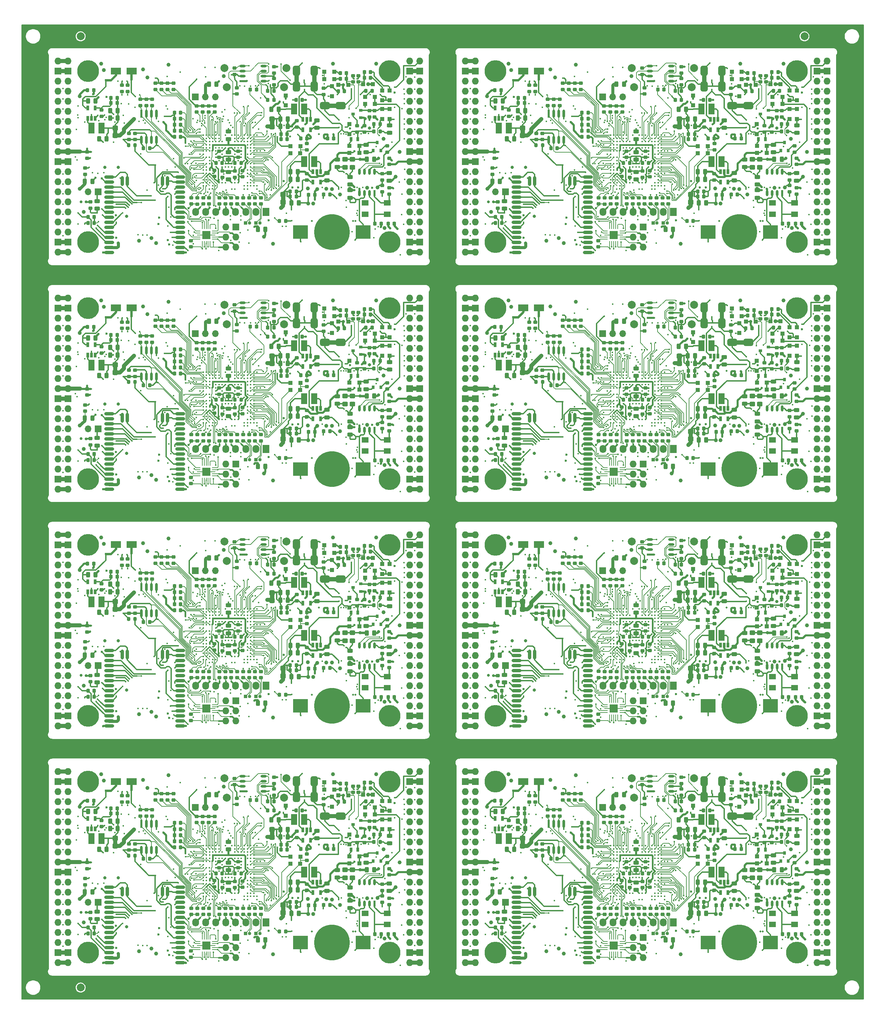
<source format=gbl>
G04 #@! TF.GenerationSoftware,KiCad,Pcbnew,7.0.2*
G04 #@! TF.CreationDate,2023-07-26T12:10:01+02:00*
G04 #@! TF.ProjectId,ulx3s_panel,756c7833-735f-4706-916e-656c2e6b6963,v3.1.8*
G04 #@! TF.SameCoordinates,Original*
G04 #@! TF.FileFunction,Copper,L6,Bot*
G04 #@! TF.FilePolarity,Positive*
%FSLAX46Y46*%
G04 Gerber Fmt 4.6, Leading zero omitted, Abs format (unit mm)*
G04 Created by KiCad (PCBNEW 7.0.2) date 2023-07-26 12:10:01*
%MOMM*%
%LPD*%
G01*
G04 APERTURE LIST*
G04 Aperture macros list*
%AMRoundRect*
0 Rectangle with rounded corners*
0 $1 Rounding radius*
0 $2 $3 $4 $5 $6 $7 $8 $9 X,Y pos of 4 corners*
0 Add a 4 corners polygon primitive as box body*
4,1,4,$2,$3,$4,$5,$6,$7,$8,$9,$2,$3,0*
0 Add four circle primitives for the rounded corners*
1,1,$1+$1,$2,$3*
1,1,$1+$1,$4,$5*
1,1,$1+$1,$6,$7*
1,1,$1+$1,$8,$9*
0 Add four rect primitives between the rounded corners*
20,1,$1+$1,$2,$3,$4,$5,0*
20,1,$1+$1,$4,$5,$6,$7,0*
20,1,$1+$1,$6,$7,$8,$9,0*
20,1,$1+$1,$8,$9,$2,$3,0*%
G04 Aperture macros list end*
G04 #@! TA.AperFunction,EtchedComponent*
%ADD10C,0.100000*%
G04 #@! TD*
G04 #@! TA.AperFunction,ComponentPad*
%ADD11O,1.727200X1.727200*%
G04 #@! TD*
G04 #@! TA.AperFunction,ComponentPad*
%ADD12R,1.727200X1.727200*%
G04 #@! TD*
G04 #@! TA.AperFunction,ComponentPad*
%ADD13C,5.500000*%
G04 #@! TD*
G04 #@! TA.AperFunction,ComponentPad*
%ADD14C,2.000000*%
G04 #@! TD*
G04 #@! TA.AperFunction,ComponentPad*
%ADD15R,0.850000X0.850000*%
G04 #@! TD*
G04 #@! TA.AperFunction,ComponentPad*
%ADD16O,0.850000X0.850000*%
G04 #@! TD*
G04 #@! TA.AperFunction,ComponentPad*
%ADD17R,1.700000X1.700000*%
G04 #@! TD*
G04 #@! TA.AperFunction,ComponentPad*
%ADD18O,1.700000X1.700000*%
G04 #@! TD*
G04 #@! TA.AperFunction,ComponentPad*
%ADD19R,1.727200X2.032000*%
G04 #@! TD*
G04 #@! TA.AperFunction,ComponentPad*
%ADD20O,1.727200X2.032000*%
G04 #@! TD*
G04 #@! TA.AperFunction,SMDPad,CuDef*
%ADD21RoundRect,0.218750X-0.218750X-0.256250X0.218750X-0.256250X0.218750X0.256250X-0.218750X0.256250X0*%
G04 #@! TD*
G04 #@! TA.AperFunction,SMDPad,CuDef*
%ADD22R,1.000000X1.000000*%
G04 #@! TD*
G04 #@! TA.AperFunction,SMDPad,CuDef*
%ADD23R,1.500000X2.700000*%
G04 #@! TD*
G04 #@! TA.AperFunction,SMDPad,CuDef*
%ADD24RoundRect,0.218750X0.218750X0.256250X-0.218750X0.256250X-0.218750X-0.256250X0.218750X-0.256250X0*%
G04 #@! TD*
G04 #@! TA.AperFunction,SMDPad,CuDef*
%ADD25RoundRect,0.218750X-0.256250X0.218750X-0.256250X-0.218750X0.256250X-0.218750X0.256250X0.218750X0*%
G04 #@! TD*
G04 #@! TA.AperFunction,SMDPad,CuDef*
%ADD26RoundRect,0.218750X0.256250X-0.218750X0.256250X0.218750X-0.256250X0.218750X-0.256250X-0.218750X0*%
G04 #@! TD*
G04 #@! TA.AperFunction,SMDPad,CuDef*
%ADD27RoundRect,0.450000X0.800000X0.450000X-0.800000X0.450000X-0.800000X-0.450000X0.800000X-0.450000X0*%
G04 #@! TD*
G04 #@! TA.AperFunction,SMDPad,CuDef*
%ADD28RoundRect,0.225000X-0.250000X0.225000X-0.250000X-0.225000X0.250000X-0.225000X0.250000X0.225000X0*%
G04 #@! TD*
G04 #@! TA.AperFunction,SMDPad,CuDef*
%ADD29RoundRect,0.243750X-0.243750X-0.456250X0.243750X-0.456250X0.243750X0.456250X-0.243750X0.456250X0*%
G04 #@! TD*
G04 #@! TA.AperFunction,SMDPad,CuDef*
%ADD30RoundRect,0.243750X0.243750X0.456250X-0.243750X0.456250X-0.243750X-0.456250X0.243750X-0.456250X0*%
G04 #@! TD*
G04 #@! TA.AperFunction,SMDPad,CuDef*
%ADD31R,2.500000X1.800000*%
G04 #@! TD*
G04 #@! TA.AperFunction,SMDPad,CuDef*
%ADD32RoundRect,0.243750X-0.456250X0.243750X-0.456250X-0.243750X0.456250X-0.243750X0.456250X0.243750X0*%
G04 #@! TD*
G04 #@! TA.AperFunction,SMDPad,CuDef*
%ADD33RoundRect,0.062500X0.350000X0.062500X-0.350000X0.062500X-0.350000X-0.062500X0.350000X-0.062500X0*%
G04 #@! TD*
G04 #@! TA.AperFunction,SMDPad,CuDef*
%ADD34RoundRect,0.062500X0.062500X0.350000X-0.062500X0.350000X-0.062500X-0.350000X0.062500X-0.350000X0*%
G04 #@! TD*
G04 #@! TA.AperFunction,SMDPad,CuDef*
%ADD35R,2.000000X2.000000*%
G04 #@! TD*
G04 #@! TA.AperFunction,SMDPad,CuDef*
%ADD36RoundRect,0.243750X0.456250X-0.243750X0.456250X0.243750X-0.456250X0.243750X-0.456250X-0.243750X0*%
G04 #@! TD*
G04 #@! TA.AperFunction,SMDPad,CuDef*
%ADD37RoundRect,0.225000X0.250000X-0.225000X0.250000X0.225000X-0.250000X0.225000X-0.250000X-0.225000X0*%
G04 #@! TD*
G04 #@! TA.AperFunction,SMDPad,CuDef*
%ADD38C,2.000000*%
G04 #@! TD*
G04 #@! TA.AperFunction,SMDPad,CuDef*
%ADD39R,1.550000X0.600000*%
G04 #@! TD*
G04 #@! TA.AperFunction,SMDPad,CuDef*
%ADD40O,1.550000X0.600000*%
G04 #@! TD*
G04 #@! TA.AperFunction,SMDPad,CuDef*
%ADD41RoundRect,0.450000X-0.450000X0.800000X-0.450000X-0.800000X0.450000X-0.800000X0.450000X0.800000X0*%
G04 #@! TD*
G04 #@! TA.AperFunction,SMDPad,CuDef*
%ADD42C,0.300000*%
G04 #@! TD*
G04 #@! TA.AperFunction,SMDPad,CuDef*
%ADD43R,0.700000X1.200000*%
G04 #@! TD*
G04 #@! TA.AperFunction,SMDPad,CuDef*
%ADD44R,3.700000X3.500000*%
G04 #@! TD*
G04 #@! TA.AperFunction,SMDPad,CuDef*
%ADD45C,9.000000*%
G04 #@! TD*
G04 #@! TA.AperFunction,SMDPad,CuDef*
%ADD46RoundRect,0.249999X-0.450001X0.325001X-0.450001X-0.325001X0.450001X-0.325001X0.450001X0.325001X0*%
G04 #@! TD*
G04 #@! TA.AperFunction,SMDPad,CuDef*
%ADD47R,0.600000X2.100000*%
G04 #@! TD*
G04 #@! TA.AperFunction,SMDPad,CuDef*
%ADD48O,0.600000X2.100000*%
G04 #@! TD*
G04 #@! TA.AperFunction,SMDPad,CuDef*
%ADD49RoundRect,0.450000X0.450000X-0.800000X0.450000X0.800000X-0.450000X0.800000X-0.450000X-0.800000X0*%
G04 #@! TD*
G04 #@! TA.AperFunction,SMDPad,CuDef*
%ADD50RoundRect,0.200000X-0.200000X-0.275000X0.200000X-0.275000X0.200000X0.275000X-0.200000X0.275000X0*%
G04 #@! TD*
G04 #@! TA.AperFunction,SMDPad,CuDef*
%ADD51R,1.800000X1.400000*%
G04 #@! TD*
G04 #@! TA.AperFunction,SMDPad,CuDef*
%ADD52R,0.670000X1.000000*%
G04 #@! TD*
G04 #@! TA.AperFunction,SMDPad,CuDef*
%ADD53RoundRect,0.323750X-0.376250X0.323750X-0.376250X-0.323750X0.376250X-0.323750X0.376250X0.323750X0*%
G04 #@! TD*
G04 #@! TA.AperFunction,SMDPad,CuDef*
%ADD54R,0.600000X1.550000*%
G04 #@! TD*
G04 #@! TA.AperFunction,SMDPad,CuDef*
%ADD55O,0.600000X1.550000*%
G04 #@! TD*
G04 #@! TA.AperFunction,SMDPad,CuDef*
%ADD56R,0.900000X0.800000*%
G04 #@! TD*
G04 #@! TA.AperFunction,SMDPad,CuDef*
%ADD57R,0.800000X0.900000*%
G04 #@! TD*
G04 #@! TA.AperFunction,SMDPad,CuDef*
%ADD58O,2.500000X0.900000*%
G04 #@! TD*
G04 #@! TA.AperFunction,SMDPad,CuDef*
%ADD59O,0.900000X2.500000*%
G04 #@! TD*
G04 #@! TA.AperFunction,ViaPad*
%ADD60C,0.419000*%
G04 #@! TD*
G04 #@! TA.AperFunction,ViaPad*
%ADD61C,1.000000*%
G04 #@! TD*
G04 #@! TA.AperFunction,ViaPad*
%ADD62C,0.800000*%
G04 #@! TD*
G04 #@! TA.AperFunction,ViaPad*
%ADD63C,0.700000*%
G04 #@! TD*
G04 #@! TA.AperFunction,ViaPad*
%ADD64C,0.600000*%
G04 #@! TD*
G04 #@! TA.AperFunction,ViaPad*
%ADD65C,0.500000*%
G04 #@! TD*
G04 #@! TA.AperFunction,ViaPad*
%ADD66C,0.420000*%
G04 #@! TD*
G04 #@! TA.AperFunction,ViaPad*
%ADD67C,0.454000*%
G04 #@! TD*
G04 #@! TA.AperFunction,Conductor*
%ADD68C,0.300000*%
G04 #@! TD*
G04 #@! TA.AperFunction,Conductor*
%ADD69C,1.000000*%
G04 #@! TD*
G04 #@! TA.AperFunction,Conductor*
%ADD70C,0.127000*%
G04 #@! TD*
G04 #@! TA.AperFunction,Conductor*
%ADD71C,0.190000*%
G04 #@! TD*
G04 #@! TA.AperFunction,Conductor*
%ADD72C,0.500000*%
G04 #@! TD*
G04 #@! TA.AperFunction,Conductor*
%ADD73C,0.400000*%
G04 #@! TD*
G04 #@! TA.AperFunction,Conductor*
%ADD74C,0.700000*%
G04 #@! TD*
G04 #@! TA.AperFunction,Conductor*
%ADD75C,0.600000*%
G04 #@! TD*
G04 #@! TA.AperFunction,Conductor*
%ADD76C,0.800000*%
G04 #@! TD*
G04 #@! TA.AperFunction,Conductor*
%ADD77C,0.200000*%
G04 #@! TD*
G04 APERTURE END LIST*
D10*
X121674000Y-40980000D02*
X119874000Y-40980000D01*
X119874000Y-39980000D01*
X121674000Y-39980000D01*
X121674000Y-40980000D01*
G04 #@! TA.AperFunction,EtchedComponent*
G36*
X121674000Y-40980000D02*
G01*
X119874000Y-40980000D01*
X119874000Y-39980000D01*
X121674000Y-39980000D01*
X121674000Y-40980000D01*
G37*
G04 #@! TD.AperFunction*
X219555000Y-34580000D02*
X218555000Y-34580000D01*
X218555000Y-32780000D01*
X219555000Y-32780000D01*
X219555000Y-34580000D01*
G04 #@! TA.AperFunction,EtchedComponent*
G36*
X219555000Y-34580000D02*
G01*
X218555000Y-34580000D01*
X218555000Y-32780000D01*
X219555000Y-32780000D01*
X219555000Y-34580000D01*
G37*
G04 #@! TD.AperFunction*
X215080000Y-34580000D02*
X214080000Y-34580000D01*
X214080000Y-32780000D01*
X215080000Y-32780000D01*
X215080000Y-34580000D01*
G04 #@! TA.AperFunction,EtchedComponent*
G36*
X215080000Y-34580000D02*
G01*
X214080000Y-34580000D01*
X214080000Y-32780000D01*
X215080000Y-32780000D01*
X215080000Y-34580000D01*
G37*
G04 #@! TD.AperFunction*
X215080000Y-154180000D02*
X214080000Y-154180000D01*
X214080000Y-152380000D01*
X215080000Y-152380000D01*
X215080000Y-154180000D01*
G04 #@! TA.AperFunction,EtchedComponent*
G36*
X215080000Y-154180000D02*
G01*
X214080000Y-154180000D01*
X214080000Y-152380000D01*
X215080000Y-152380000D01*
X215080000Y-154180000D01*
G37*
G04 #@! TD.AperFunction*
X108701000Y-124141000D02*
X107701000Y-124141000D01*
X107701000Y-123341000D01*
X108701000Y-123341000D01*
X108701000Y-124141000D01*
G04 #@! TA.AperFunction,EtchedComponent*
G36*
X108701000Y-124141000D02*
G01*
X107701000Y-124141000D01*
X107701000Y-123341000D01*
X108701000Y-123341000D01*
X108701000Y-124141000D01*
G37*
G04 #@! TD.AperFunction*
X108701000Y-64341000D02*
X107701000Y-64341000D01*
X107701000Y-63541000D01*
X108701000Y-63541000D01*
X108701000Y-64341000D01*
G04 #@! TA.AperFunction,EtchedComponent*
G36*
X108701000Y-64341000D02*
G01*
X107701000Y-64341000D01*
X107701000Y-63541000D01*
X108701000Y-63541000D01*
X108701000Y-64341000D01*
G37*
G04 #@! TD.AperFunction*
X116575000Y-94380000D02*
X115575000Y-94380000D01*
X115575000Y-92580000D01*
X116575000Y-92580000D01*
X116575000Y-94380000D01*
G04 #@! TA.AperFunction,EtchedComponent*
G36*
X116575000Y-94380000D02*
G01*
X115575000Y-94380000D01*
X115575000Y-92580000D01*
X116575000Y-92580000D01*
X116575000Y-94380000D01*
G37*
G04 #@! TD.AperFunction*
X211681000Y-64341000D02*
X210681000Y-64341000D01*
X210681000Y-63541000D01*
X211681000Y-63541000D01*
X211681000Y-64341000D01*
G04 #@! TA.AperFunction,EtchedComponent*
G36*
X211681000Y-64341000D02*
G01*
X210681000Y-64341000D01*
X210681000Y-63541000D01*
X211681000Y-63541000D01*
X211681000Y-64341000D01*
G37*
G04 #@! TD.AperFunction*
X169209000Y-226912000D02*
X168209000Y-226912000D01*
X168209000Y-226112000D01*
X169209000Y-226112000D01*
X169209000Y-226912000D01*
G04 #@! TA.AperFunction,EtchedComponent*
G36*
X169209000Y-226912000D02*
G01*
X168209000Y-226912000D01*
X168209000Y-226112000D01*
X169209000Y-226112000D01*
X169209000Y-226912000D01*
G37*
G04 #@! TD.AperFunction*
X169209000Y-167112000D02*
X168209000Y-167112000D01*
X168209000Y-166312000D01*
X169209000Y-166312000D01*
X169209000Y-167112000D01*
G04 #@! TA.AperFunction,EtchedComponent*
G36*
X169209000Y-167112000D02*
G01*
X168209000Y-167112000D01*
X168209000Y-166312000D01*
X169209000Y-166312000D01*
X169209000Y-167112000D01*
G37*
G04 #@! TD.AperFunction*
X105892000Y-105091000D02*
X104892000Y-105091000D01*
X104892000Y-104291000D01*
X105892000Y-104291000D01*
X105892000Y-105091000D01*
G04 #@! TA.AperFunction,EtchedComponent*
G36*
X105892000Y-105091000D02*
G01*
X104892000Y-105091000D01*
X104892000Y-104291000D01*
X105892000Y-104291000D01*
X105892000Y-105091000D01*
G37*
G04 #@! TD.AperFunction*
X224654000Y-100780000D02*
X222854000Y-100780000D01*
X222854000Y-99780000D01*
X224654000Y-99780000D01*
X224654000Y-100780000D01*
G04 #@! TA.AperFunction,EtchedComponent*
G36*
X224654000Y-100780000D02*
G01*
X222854000Y-100780000D01*
X222854000Y-99780000D01*
X224654000Y-99780000D01*
X224654000Y-100780000D01*
G37*
G04 #@! TD.AperFunction*
X108701000Y-243741000D02*
X107701000Y-243741000D01*
X107701000Y-242941000D01*
X108701000Y-242941000D01*
X108701000Y-243741000D01*
G04 #@! TA.AperFunction,EtchedComponent*
G36*
X108701000Y-243741000D02*
G01*
X107701000Y-243741000D01*
X107701000Y-242941000D01*
X108701000Y-242941000D01*
X108701000Y-243741000D01*
G37*
G04 #@! TD.AperFunction*
X116575000Y-213980000D02*
X115575000Y-213980000D01*
X115575000Y-212180000D01*
X116575000Y-212180000D01*
X116575000Y-213980000D01*
G04 #@! TA.AperFunction,EtchedComponent*
G36*
X116575000Y-213980000D02*
G01*
X115575000Y-213980000D01*
X115575000Y-212180000D01*
X116575000Y-212180000D01*
X116575000Y-213980000D01*
G37*
G04 #@! TD.AperFunction*
X219555000Y-213980000D02*
X218555000Y-213980000D01*
X218555000Y-212180000D01*
X219555000Y-212180000D01*
X219555000Y-213980000D01*
G04 #@! TA.AperFunction,EtchedComponent*
G36*
X219555000Y-213980000D02*
G01*
X218555000Y-213980000D01*
X218555000Y-212180000D01*
X219555000Y-212180000D01*
X219555000Y-213980000D01*
G37*
G04 #@! TD.AperFunction*
X169209000Y-47512000D02*
X168209000Y-47512000D01*
X168209000Y-46712000D01*
X169209000Y-46712000D01*
X169209000Y-47512000D01*
G04 #@! TA.AperFunction,EtchedComponent*
G36*
X169209000Y-47512000D02*
G01*
X168209000Y-47512000D01*
X168209000Y-46712000D01*
X169209000Y-46712000D01*
X169209000Y-47512000D01*
G37*
G04 #@! TD.AperFunction*
X215080000Y-213980000D02*
X214080000Y-213980000D01*
X214080000Y-212180000D01*
X215080000Y-212180000D01*
X215080000Y-213980000D01*
G04 #@! TA.AperFunction,EtchedComponent*
G36*
X215080000Y-213980000D02*
G01*
X214080000Y-213980000D01*
X214080000Y-212180000D01*
X215080000Y-212180000D01*
X215080000Y-213980000D01*
G37*
G04 #@! TD.AperFunction*
X224654000Y-40980000D02*
X222854000Y-40980000D01*
X222854000Y-39980000D01*
X224654000Y-39980000D01*
X224654000Y-40980000D01*
G04 #@! TA.AperFunction,EtchedComponent*
G36*
X224654000Y-40980000D02*
G01*
X222854000Y-40980000D01*
X222854000Y-39980000D01*
X224654000Y-39980000D01*
X224654000Y-40980000D01*
G37*
G04 #@! TD.AperFunction*
X121674000Y-220380000D02*
X119874000Y-220380000D01*
X119874000Y-219380000D01*
X121674000Y-219380000D01*
X121674000Y-220380000D01*
G04 #@! TA.AperFunction,EtchedComponent*
G36*
X121674000Y-220380000D02*
G01*
X119874000Y-220380000D01*
X119874000Y-219380000D01*
X121674000Y-219380000D01*
X121674000Y-220380000D01*
G37*
G04 #@! TD.AperFunction*
X208872000Y-105091000D02*
X207872000Y-105091000D01*
X207872000Y-104291000D01*
X208872000Y-104291000D01*
X208872000Y-105091000D01*
G04 #@! TA.AperFunction,EtchedComponent*
G36*
X208872000Y-105091000D02*
G01*
X207872000Y-105091000D01*
X207872000Y-104291000D01*
X208872000Y-104291000D01*
X208872000Y-105091000D01*
G37*
G04 #@! TD.AperFunction*
X112100000Y-94380000D02*
X111100000Y-94380000D01*
X111100000Y-92580000D01*
X112100000Y-92580000D01*
X112100000Y-94380000D01*
G04 #@! TA.AperFunction,EtchedComponent*
G36*
X112100000Y-94380000D02*
G01*
X111100000Y-94380000D01*
X111100000Y-92580000D01*
X112100000Y-92580000D01*
X112100000Y-94380000D01*
G37*
G04 #@! TD.AperFunction*
X66229000Y-107312000D02*
X65229000Y-107312000D01*
X65229000Y-106512000D01*
X66229000Y-106512000D01*
X66229000Y-107312000D01*
G04 #@! TA.AperFunction,EtchedComponent*
G36*
X66229000Y-107312000D02*
G01*
X65229000Y-107312000D01*
X65229000Y-106512000D01*
X66229000Y-106512000D01*
X66229000Y-107312000D01*
G37*
G04 #@! TD.AperFunction*
X66229000Y-47512000D02*
X65229000Y-47512000D01*
X65229000Y-46712000D01*
X66229000Y-46712000D01*
X66229000Y-47512000D01*
G04 #@! TA.AperFunction,EtchedComponent*
G36*
X66229000Y-47512000D02*
G01*
X65229000Y-47512000D01*
X65229000Y-46712000D01*
X66229000Y-46712000D01*
X66229000Y-47512000D01*
G37*
G04 #@! TD.AperFunction*
X105892000Y-45291000D02*
X104892000Y-45291000D01*
X104892000Y-44491000D01*
X105892000Y-44491000D01*
X105892000Y-45291000D01*
G04 #@! TA.AperFunction,EtchedComponent*
G36*
X105892000Y-45291000D02*
G01*
X104892000Y-45291000D01*
X104892000Y-44491000D01*
X105892000Y-44491000D01*
X105892000Y-45291000D01*
G37*
G04 #@! TD.AperFunction*
X211681000Y-124141000D02*
X210681000Y-124141000D01*
X210681000Y-123341000D01*
X211681000Y-123341000D01*
X211681000Y-124141000D01*
G04 #@! TA.AperFunction,EtchedComponent*
G36*
X211681000Y-124141000D02*
G01*
X210681000Y-124141000D01*
X210681000Y-123341000D01*
X211681000Y-123341000D01*
X211681000Y-124141000D01*
G37*
G04 #@! TD.AperFunction*
X121674000Y-100780000D02*
X119874000Y-100780000D01*
X119874000Y-99780000D01*
X121674000Y-99780000D01*
X121674000Y-100780000D01*
G04 #@! TA.AperFunction,EtchedComponent*
G36*
X121674000Y-100780000D02*
G01*
X119874000Y-100780000D01*
X119874000Y-99780000D01*
X121674000Y-99780000D01*
X121674000Y-100780000D01*
G37*
G04 #@! TD.AperFunction*
X215080000Y-94380000D02*
X214080000Y-94380000D01*
X214080000Y-92580000D01*
X215080000Y-92580000D01*
X215080000Y-94380000D01*
G04 #@! TA.AperFunction,EtchedComponent*
G36*
X215080000Y-94380000D02*
G01*
X214080000Y-94380000D01*
X214080000Y-92580000D01*
X215080000Y-92580000D01*
X215080000Y-94380000D01*
G37*
G04 #@! TD.AperFunction*
X219555000Y-94380000D02*
X218555000Y-94380000D01*
X218555000Y-92580000D01*
X219555000Y-92580000D01*
X219555000Y-94380000D01*
G04 #@! TA.AperFunction,EtchedComponent*
G36*
X219555000Y-94380000D02*
G01*
X218555000Y-94380000D01*
X218555000Y-92580000D01*
X219555000Y-92580000D01*
X219555000Y-94380000D01*
G37*
G04 #@! TD.AperFunction*
X108701000Y-183941000D02*
X107701000Y-183941000D01*
X107701000Y-183141000D01*
X108701000Y-183141000D01*
X108701000Y-183941000D01*
G04 #@! TA.AperFunction,EtchedComponent*
G36*
X108701000Y-183941000D02*
G01*
X107701000Y-183941000D01*
X107701000Y-183141000D01*
X108701000Y-183141000D01*
X108701000Y-183941000D01*
G37*
G04 #@! TD.AperFunction*
X105892000Y-164891000D02*
X104892000Y-164891000D01*
X104892000Y-164091000D01*
X105892000Y-164091000D01*
X105892000Y-164891000D01*
G04 #@! TA.AperFunction,EtchedComponent*
G36*
X105892000Y-164891000D02*
G01*
X104892000Y-164891000D01*
X104892000Y-164091000D01*
X105892000Y-164091000D01*
X105892000Y-164891000D01*
G37*
G04 #@! TD.AperFunction*
X208872000Y-224691000D02*
X207872000Y-224691000D01*
X207872000Y-223891000D01*
X208872000Y-223891000D01*
X208872000Y-224691000D01*
G04 #@! TA.AperFunction,EtchedComponent*
G36*
X208872000Y-224691000D02*
G01*
X207872000Y-224691000D01*
X207872000Y-223891000D01*
X208872000Y-223891000D01*
X208872000Y-224691000D01*
G37*
G04 #@! TD.AperFunction*
X116575000Y-154180000D02*
X115575000Y-154180000D01*
X115575000Y-152380000D01*
X116575000Y-152380000D01*
X116575000Y-154180000D01*
G04 #@! TA.AperFunction,EtchedComponent*
G36*
X116575000Y-154180000D02*
G01*
X115575000Y-154180000D01*
X115575000Y-152380000D01*
X116575000Y-152380000D01*
X116575000Y-154180000D01*
G37*
G04 #@! TD.AperFunction*
X66229000Y-226912000D02*
X65229000Y-226912000D01*
X65229000Y-226112000D01*
X66229000Y-226112000D01*
X66229000Y-226912000D01*
G04 #@! TA.AperFunction,EtchedComponent*
G36*
X66229000Y-226912000D02*
G01*
X65229000Y-226912000D01*
X65229000Y-226112000D01*
X66229000Y-226112000D01*
X66229000Y-226912000D01*
G37*
G04 #@! TD.AperFunction*
X208872000Y-45291000D02*
X207872000Y-45291000D01*
X207872000Y-44491000D01*
X208872000Y-44491000D01*
X208872000Y-45291000D01*
G04 #@! TA.AperFunction,EtchedComponent*
G36*
X208872000Y-45291000D02*
G01*
X207872000Y-45291000D01*
X207872000Y-44491000D01*
X208872000Y-44491000D01*
X208872000Y-45291000D01*
G37*
G04 #@! TD.AperFunction*
X116575000Y-34580000D02*
X115575000Y-34580000D01*
X115575000Y-32780000D01*
X116575000Y-32780000D01*
X116575000Y-34580000D01*
G04 #@! TA.AperFunction,EtchedComponent*
G36*
X116575000Y-34580000D02*
G01*
X115575000Y-34580000D01*
X115575000Y-32780000D01*
X116575000Y-32780000D01*
X116575000Y-34580000D01*
G37*
G04 #@! TD.AperFunction*
X121674000Y-160580000D02*
X119874000Y-160580000D01*
X119874000Y-159580000D01*
X121674000Y-159580000D01*
X121674000Y-160580000D01*
G04 #@! TA.AperFunction,EtchedComponent*
G36*
X121674000Y-160580000D02*
G01*
X119874000Y-160580000D01*
X119874000Y-159580000D01*
X121674000Y-159580000D01*
X121674000Y-160580000D01*
G37*
G04 #@! TD.AperFunction*
X211681000Y-243741000D02*
X210681000Y-243741000D01*
X210681000Y-242941000D01*
X211681000Y-242941000D01*
X211681000Y-243741000D01*
G04 #@! TA.AperFunction,EtchedComponent*
G36*
X211681000Y-243741000D02*
G01*
X210681000Y-243741000D01*
X210681000Y-242941000D01*
X211681000Y-242941000D01*
X211681000Y-243741000D01*
G37*
G04 #@! TD.AperFunction*
X112100000Y-154180000D02*
X111100000Y-154180000D01*
X111100000Y-152380000D01*
X112100000Y-152380000D01*
X112100000Y-154180000D01*
G04 #@! TA.AperFunction,EtchedComponent*
G36*
X112100000Y-154180000D02*
G01*
X111100000Y-154180000D01*
X111100000Y-152380000D01*
X112100000Y-152380000D01*
X112100000Y-154180000D01*
G37*
G04 #@! TD.AperFunction*
X211681000Y-183941000D02*
X210681000Y-183941000D01*
X210681000Y-183141000D01*
X211681000Y-183141000D01*
X211681000Y-183941000D01*
G04 #@! TA.AperFunction,EtchedComponent*
G36*
X211681000Y-183941000D02*
G01*
X210681000Y-183941000D01*
X210681000Y-183141000D01*
X211681000Y-183141000D01*
X211681000Y-183941000D01*
G37*
G04 #@! TD.AperFunction*
X208872000Y-164891000D02*
X207872000Y-164891000D01*
X207872000Y-164091000D01*
X208872000Y-164091000D01*
X208872000Y-164891000D01*
G04 #@! TA.AperFunction,EtchedComponent*
G36*
X208872000Y-164891000D02*
G01*
X207872000Y-164891000D01*
X207872000Y-164091000D01*
X208872000Y-164091000D01*
X208872000Y-164891000D01*
G37*
G04 #@! TD.AperFunction*
X66229000Y-167112000D02*
X65229000Y-167112000D01*
X65229000Y-166312000D01*
X66229000Y-166312000D01*
X66229000Y-167112000D01*
G04 #@! TA.AperFunction,EtchedComponent*
G36*
X66229000Y-167112000D02*
G01*
X65229000Y-167112000D01*
X65229000Y-166312000D01*
X66229000Y-166312000D01*
X66229000Y-167112000D01*
G37*
G04 #@! TD.AperFunction*
X224654000Y-220380000D02*
X222854000Y-220380000D01*
X222854000Y-219380000D01*
X224654000Y-219380000D01*
X224654000Y-220380000D01*
G04 #@! TA.AperFunction,EtchedComponent*
G36*
X224654000Y-220380000D02*
G01*
X222854000Y-220380000D01*
X222854000Y-219380000D01*
X224654000Y-219380000D01*
X224654000Y-220380000D01*
G37*
G04 #@! TD.AperFunction*
X112100000Y-213980000D02*
X111100000Y-213980000D01*
X111100000Y-212180000D01*
X112100000Y-212180000D01*
X112100000Y-213980000D01*
G04 #@! TA.AperFunction,EtchedComponent*
G36*
X112100000Y-213980000D02*
G01*
X111100000Y-213980000D01*
X111100000Y-212180000D01*
X112100000Y-212180000D01*
X112100000Y-213980000D01*
G37*
G04 #@! TD.AperFunction*
X169209000Y-107312000D02*
X168209000Y-107312000D01*
X168209000Y-106512000D01*
X169209000Y-106512000D01*
X169209000Y-107312000D01*
G04 #@! TA.AperFunction,EtchedComponent*
G36*
X169209000Y-107312000D02*
G01*
X168209000Y-107312000D01*
X168209000Y-106512000D01*
X169209000Y-106512000D01*
X169209000Y-107312000D01*
G37*
G04 #@! TD.AperFunction*
X105892000Y-224691000D02*
X104892000Y-224691000D01*
X104892000Y-223891000D01*
X105892000Y-223891000D01*
X105892000Y-224691000D01*
G04 #@! TA.AperFunction,EtchedComponent*
G36*
X105892000Y-224691000D02*
G01*
X104892000Y-224691000D01*
X104892000Y-223891000D01*
X105892000Y-223891000D01*
X105892000Y-224691000D01*
G37*
G04 #@! TD.AperFunction*
X224654000Y-160580000D02*
X222854000Y-160580000D01*
X222854000Y-159580000D01*
X224654000Y-159580000D01*
X224654000Y-160580000D01*
G04 #@! TA.AperFunction,EtchedComponent*
G36*
X224654000Y-160580000D02*
G01*
X222854000Y-160580000D01*
X222854000Y-159580000D01*
X224654000Y-159580000D01*
X224654000Y-160580000D01*
G37*
G04 #@! TD.AperFunction*
X219555000Y-154180000D02*
X218555000Y-154180000D01*
X218555000Y-152380000D01*
X219555000Y-152380000D01*
X219555000Y-154180000D01*
G04 #@! TA.AperFunction,EtchedComponent*
G36*
X219555000Y-154180000D02*
G01*
X218555000Y-154180000D01*
X218555000Y-152380000D01*
X219555000Y-152380000D01*
X219555000Y-154180000D01*
G37*
G04 #@! TD.AperFunction*
X112100000Y-34580000D02*
X111100000Y-34580000D01*
X111100000Y-32780000D01*
X112100000Y-32780000D01*
X112100000Y-34580000D01*
G04 #@! TA.AperFunction,EtchedComponent*
G36*
X112100000Y-34580000D02*
G01*
X111100000Y-34580000D01*
X111100000Y-32780000D01*
X112100000Y-32780000D01*
X112100000Y-34580000D01*
G37*
G04 #@! TD.AperFunction*
D11*
X156810000Y-89070000D03*
X154270000Y-89070000D03*
D12*
X156810000Y-91610000D03*
X154270000Y-91610000D03*
D11*
X156810000Y-94150000D03*
X154270000Y-94150000D03*
X156810000Y-96690000D03*
X154270000Y-96690000D03*
X156810000Y-99230000D03*
X154270000Y-99230000D03*
X156810000Y-101770000D03*
X154270000Y-101770000D03*
X156810000Y-104310000D03*
X154270000Y-104310000D03*
X156810000Y-106850000D03*
X154270000Y-106850000D03*
X156810000Y-109390000D03*
X154270000Y-109390000D03*
X156810000Y-111930000D03*
X154270000Y-111930000D03*
D12*
X156810000Y-114470000D03*
X154270000Y-114470000D03*
D11*
X156810000Y-117010000D03*
X154270000Y-117010000D03*
X156810000Y-119550000D03*
X154270000Y-119550000D03*
X156810000Y-122090000D03*
X154270000Y-122090000D03*
X156810000Y-124630000D03*
X154270000Y-124630000D03*
X156810000Y-127170000D03*
X154270000Y-127170000D03*
X156810000Y-129710000D03*
X154270000Y-129710000D03*
X156810000Y-132250000D03*
X154270000Y-132250000D03*
D12*
X156810000Y-134790000D03*
X154270000Y-134790000D03*
D11*
X156810000Y-137330000D03*
X154270000Y-137330000D03*
D12*
X199200000Y-250580000D03*
D11*
X196660000Y-250580000D03*
X199200000Y-253120000D03*
X196660000Y-253120000D03*
X199200000Y-255660000D03*
X196660000Y-255660000D03*
D13*
X135110000Y-134790000D03*
D14*
X212046000Y-210392000D03*
X211446000Y-215292000D03*
X196946000Y-215292000D03*
X196346000Y-210392000D03*
D15*
X98720000Y-249510000D03*
D16*
X99720000Y-249510000D03*
D13*
X135110000Y-151410000D03*
D17*
X188956000Y-217705000D03*
D18*
X191496000Y-217705000D03*
X194036000Y-217705000D03*
D13*
X58910000Y-211210000D03*
X135110000Y-31810000D03*
D15*
X201700000Y-249510000D03*
D16*
X202700000Y-249510000D03*
D13*
X161890000Y-74990000D03*
X238090000Y-91610000D03*
D12*
X199200000Y-190780000D03*
D11*
X196660000Y-190780000D03*
X199200000Y-193320000D03*
X196660000Y-193320000D03*
X199200000Y-195860000D03*
X196660000Y-195860000D03*
D12*
X199200000Y-71180000D03*
D11*
X196660000Y-71180000D03*
X199200000Y-73720000D03*
X196660000Y-73720000D03*
X199200000Y-76260000D03*
X196660000Y-76260000D03*
X53830000Y-208670000D03*
X51290000Y-208670000D03*
D12*
X53830000Y-211210000D03*
X51290000Y-211210000D03*
D11*
X53830000Y-213750000D03*
X51290000Y-213750000D03*
X53830000Y-216290000D03*
X51290000Y-216290000D03*
X53830000Y-218830000D03*
X51290000Y-218830000D03*
X53830000Y-221370000D03*
X51290000Y-221370000D03*
X53830000Y-223910000D03*
X51290000Y-223910000D03*
X53830000Y-226450000D03*
X51290000Y-226450000D03*
X53830000Y-228990000D03*
X51290000Y-228990000D03*
X53830000Y-231530000D03*
X51290000Y-231530000D03*
D12*
X53830000Y-234070000D03*
X51290000Y-234070000D03*
D11*
X53830000Y-236610000D03*
X51290000Y-236610000D03*
X53830000Y-239150000D03*
X51290000Y-239150000D03*
X53830000Y-241690000D03*
X51290000Y-241690000D03*
X53830000Y-244230000D03*
X51290000Y-244230000D03*
X53830000Y-246770000D03*
X51290000Y-246770000D03*
X53830000Y-249310000D03*
X51290000Y-249310000D03*
X53830000Y-251850000D03*
X51290000Y-251850000D03*
D12*
X53830000Y-254390000D03*
X51290000Y-254390000D03*
D11*
X53830000Y-256930000D03*
X51290000Y-256930000D03*
D15*
X204280000Y-189730000D03*
D16*
X205280000Y-189730000D03*
D11*
X243170000Y-77530000D03*
X245710000Y-77530000D03*
D12*
X243170000Y-74990000D03*
X245710000Y-74990000D03*
D11*
X243170000Y-72450000D03*
X245710000Y-72450000D03*
X243170000Y-69910000D03*
X245710000Y-69910000D03*
X243170000Y-67370000D03*
X245710000Y-67370000D03*
X243170000Y-64830000D03*
X245710000Y-64830000D03*
X243170000Y-62290000D03*
X245710000Y-62290000D03*
X243170000Y-59750000D03*
X245710000Y-59750000D03*
X243170000Y-57210000D03*
X245710000Y-57210000D03*
X243170000Y-54670000D03*
X245710000Y-54670000D03*
D12*
X243170000Y-52130000D03*
X245710000Y-52130000D03*
D11*
X243170000Y-49590000D03*
X245710000Y-49590000D03*
X243170000Y-47050000D03*
X245710000Y-47050000D03*
X243170000Y-44510000D03*
X245710000Y-44510000D03*
X243170000Y-41970000D03*
X245710000Y-41970000D03*
X243170000Y-39430000D03*
X245710000Y-39430000D03*
X243170000Y-36890000D03*
X245710000Y-36890000D03*
X243170000Y-34350000D03*
X245710000Y-34350000D03*
D12*
X243170000Y-31810000D03*
X245710000Y-31810000D03*
D11*
X243170000Y-29270000D03*
X245710000Y-29270000D03*
D17*
X188956000Y-98105000D03*
D18*
X191496000Y-98105000D03*
X194036000Y-98105000D03*
D17*
X85976000Y-157905000D03*
D18*
X88516000Y-157905000D03*
X91056000Y-157905000D03*
D13*
X135110000Y-211210000D03*
X135110000Y-74990000D03*
D17*
X164430000Y-181890000D03*
D18*
X161890000Y-181890000D03*
D17*
X188956000Y-38305000D03*
D18*
X191496000Y-38305000D03*
X194036000Y-38305000D03*
D13*
X58910000Y-74990000D03*
X58910000Y-194590000D03*
D14*
X212046000Y-150592000D03*
X211446000Y-155492000D03*
X196946000Y-155492000D03*
X196346000Y-150592000D03*
X109066000Y-30992000D03*
X108466000Y-35892000D03*
X93966000Y-35892000D03*
X93366000Y-30992000D03*
D17*
X164430000Y-241690000D03*
D18*
X161890000Y-241690000D03*
D15*
X204280000Y-70130000D03*
D16*
X205280000Y-70130000D03*
D17*
X188956000Y-157905000D03*
D18*
X191496000Y-157905000D03*
X194036000Y-157905000D03*
D15*
X201700000Y-189710000D03*
D16*
X202700000Y-189710000D03*
D17*
X61450000Y-62290000D03*
D18*
X58910000Y-62290000D03*
D14*
X109066000Y-210392000D03*
X108466000Y-215292000D03*
X93966000Y-215292000D03*
X93366000Y-210392000D03*
D17*
X61450000Y-241690000D03*
D18*
X58910000Y-241690000D03*
D13*
X58910000Y-151410000D03*
D15*
X201700000Y-70110000D03*
D16*
X202700000Y-70110000D03*
D15*
X101300000Y-129930000D03*
D16*
X102300000Y-129930000D03*
D13*
X238090000Y-194590000D03*
X238090000Y-151410000D03*
D17*
X164430000Y-62290000D03*
D18*
X161890000Y-62290000D03*
D11*
X140190000Y-77530000D03*
X142730000Y-77530000D03*
D12*
X140190000Y-74990000D03*
X142730000Y-74990000D03*
D11*
X140190000Y-72450000D03*
X142730000Y-72450000D03*
X140190000Y-69910000D03*
X142730000Y-69910000D03*
X140190000Y-67370000D03*
X142730000Y-67370000D03*
X140190000Y-64830000D03*
X142730000Y-64830000D03*
X140190000Y-62290000D03*
X142730000Y-62290000D03*
X140190000Y-59750000D03*
X142730000Y-59750000D03*
X140190000Y-57210000D03*
X142730000Y-57210000D03*
X140190000Y-54670000D03*
X142730000Y-54670000D03*
D12*
X140190000Y-52130000D03*
X142730000Y-52130000D03*
D11*
X140190000Y-49590000D03*
X142730000Y-49590000D03*
X140190000Y-47050000D03*
X142730000Y-47050000D03*
X140190000Y-44510000D03*
X142730000Y-44510000D03*
X140190000Y-41970000D03*
X142730000Y-41970000D03*
X140190000Y-39430000D03*
X142730000Y-39430000D03*
X140190000Y-36890000D03*
X142730000Y-36890000D03*
X140190000Y-34350000D03*
X142730000Y-34350000D03*
D12*
X140190000Y-31810000D03*
X142730000Y-31810000D03*
D11*
X140190000Y-29270000D03*
X142730000Y-29270000D03*
X243170000Y-197130000D03*
X245710000Y-197130000D03*
D12*
X243170000Y-194590000D03*
X245710000Y-194590000D03*
D11*
X243170000Y-192050000D03*
X245710000Y-192050000D03*
X243170000Y-189510000D03*
X245710000Y-189510000D03*
X243170000Y-186970000D03*
X245710000Y-186970000D03*
X243170000Y-184430000D03*
X245710000Y-184430000D03*
X243170000Y-181890000D03*
X245710000Y-181890000D03*
X243170000Y-179350000D03*
X245710000Y-179350000D03*
X243170000Y-176810000D03*
X245710000Y-176810000D03*
X243170000Y-174270000D03*
X245710000Y-174270000D03*
D12*
X243170000Y-171730000D03*
X245710000Y-171730000D03*
D11*
X243170000Y-169190000D03*
X245710000Y-169190000D03*
X243170000Y-166650000D03*
X245710000Y-166650000D03*
X243170000Y-164110000D03*
X245710000Y-164110000D03*
X243170000Y-161570000D03*
X245710000Y-161570000D03*
X243170000Y-159030000D03*
X245710000Y-159030000D03*
X243170000Y-156490000D03*
X245710000Y-156490000D03*
X243170000Y-153950000D03*
X245710000Y-153950000D03*
D12*
X243170000Y-151410000D03*
X245710000Y-151410000D03*
D11*
X243170000Y-148870000D03*
X245710000Y-148870000D03*
D19*
X103840000Y-186970000D03*
D20*
X101300000Y-186970000D03*
X98760000Y-186970000D03*
X96185000Y-186970000D03*
X93680000Y-186970000D03*
X91140000Y-186970000D03*
X88600000Y-186970000D03*
X86060000Y-186970000D03*
D13*
X238090000Y-74990000D03*
D15*
X101300000Y-189730000D03*
D16*
X102300000Y-189730000D03*
D15*
X204280000Y-129930000D03*
D16*
X205280000Y-129930000D03*
D11*
X243170000Y-256930000D03*
X245710000Y-256930000D03*
D12*
X243170000Y-254390000D03*
X245710000Y-254390000D03*
D11*
X243170000Y-251850000D03*
X245710000Y-251850000D03*
X243170000Y-249310000D03*
X245710000Y-249310000D03*
X243170000Y-246770000D03*
X245710000Y-246770000D03*
X243170000Y-244230000D03*
X245710000Y-244230000D03*
X243170000Y-241690000D03*
X245710000Y-241690000D03*
X243170000Y-239150000D03*
X245710000Y-239150000D03*
X243170000Y-236610000D03*
X245710000Y-236610000D03*
X243170000Y-234070000D03*
X245710000Y-234070000D03*
D12*
X243170000Y-231530000D03*
X245710000Y-231530000D03*
D11*
X243170000Y-228990000D03*
X245710000Y-228990000D03*
X243170000Y-226450000D03*
X245710000Y-226450000D03*
X243170000Y-223910000D03*
X245710000Y-223910000D03*
X243170000Y-221370000D03*
X245710000Y-221370000D03*
X243170000Y-218830000D03*
X245710000Y-218830000D03*
X243170000Y-216290000D03*
X245710000Y-216290000D03*
X243170000Y-213750000D03*
X245710000Y-213750000D03*
D12*
X243170000Y-211210000D03*
X245710000Y-211210000D03*
D11*
X243170000Y-208670000D03*
X245710000Y-208670000D03*
D19*
X103840000Y-127170000D03*
D20*
X101300000Y-127170000D03*
X98760000Y-127170000D03*
X96185000Y-127170000D03*
X93680000Y-127170000D03*
X91140000Y-127170000D03*
X88600000Y-127170000D03*
X86060000Y-127170000D03*
D14*
X109066000Y-150592000D03*
X108466000Y-155492000D03*
X93966000Y-155492000D03*
X93366000Y-150592000D03*
D12*
X96220000Y-71180000D03*
D11*
X93680000Y-71180000D03*
X96220000Y-73720000D03*
X93680000Y-73720000D03*
X96220000Y-76260000D03*
X93680000Y-76260000D03*
D19*
X206820000Y-186970000D03*
D20*
X204280000Y-186970000D03*
X201740000Y-186970000D03*
X199165000Y-186970000D03*
X196660000Y-186970000D03*
X194120000Y-186970000D03*
X191580000Y-186970000D03*
X189040000Y-186970000D03*
D15*
X98720000Y-70110000D03*
D16*
X99720000Y-70110000D03*
D19*
X103840000Y-246770000D03*
D20*
X101300000Y-246770000D03*
X98760000Y-246770000D03*
X96185000Y-246770000D03*
X93680000Y-246770000D03*
X91140000Y-246770000D03*
X88600000Y-246770000D03*
X86060000Y-246770000D03*
D11*
X140190000Y-256930000D03*
X142730000Y-256930000D03*
D12*
X140190000Y-254390000D03*
X142730000Y-254390000D03*
D11*
X140190000Y-251850000D03*
X142730000Y-251850000D03*
X140190000Y-249310000D03*
X142730000Y-249310000D03*
X140190000Y-246770000D03*
X142730000Y-246770000D03*
X140190000Y-244230000D03*
X142730000Y-244230000D03*
X140190000Y-241690000D03*
X142730000Y-241690000D03*
X140190000Y-239150000D03*
X142730000Y-239150000D03*
X140190000Y-236610000D03*
X142730000Y-236610000D03*
X140190000Y-234070000D03*
X142730000Y-234070000D03*
D12*
X140190000Y-231530000D03*
X142730000Y-231530000D03*
D11*
X140190000Y-228990000D03*
X142730000Y-228990000D03*
X140190000Y-226450000D03*
X142730000Y-226450000D03*
X140190000Y-223910000D03*
X142730000Y-223910000D03*
X140190000Y-221370000D03*
X142730000Y-221370000D03*
X140190000Y-218830000D03*
X142730000Y-218830000D03*
X140190000Y-216290000D03*
X142730000Y-216290000D03*
X140190000Y-213750000D03*
X142730000Y-213750000D03*
D12*
X140190000Y-211210000D03*
X142730000Y-211210000D03*
D11*
X140190000Y-208670000D03*
X142730000Y-208670000D03*
D13*
X58910000Y-31810000D03*
D15*
X98720000Y-189710000D03*
D16*
X99720000Y-189710000D03*
D15*
X101300000Y-249530000D03*
D16*
X102300000Y-249530000D03*
D13*
X135110000Y-254390000D03*
D12*
X199200000Y-130980000D03*
D11*
X196660000Y-130980000D03*
X199200000Y-133520000D03*
X196660000Y-133520000D03*
X199200000Y-136060000D03*
X196660000Y-136060000D03*
D15*
X204280000Y-249530000D03*
D16*
X205280000Y-249530000D03*
D12*
X96220000Y-190780000D03*
D11*
X93680000Y-190780000D03*
X96220000Y-193320000D03*
X93680000Y-193320000D03*
X96220000Y-195860000D03*
X93680000Y-195860000D03*
D14*
X109066000Y-90792000D03*
X108466000Y-95692000D03*
X93966000Y-95692000D03*
X93366000Y-90792000D03*
D11*
X140190000Y-137330000D03*
X142730000Y-137330000D03*
D12*
X140190000Y-134790000D03*
X142730000Y-134790000D03*
D11*
X140190000Y-132250000D03*
X142730000Y-132250000D03*
X140190000Y-129710000D03*
X142730000Y-129710000D03*
X140190000Y-127170000D03*
X142730000Y-127170000D03*
X140190000Y-124630000D03*
X142730000Y-124630000D03*
X140190000Y-122090000D03*
X142730000Y-122090000D03*
X140190000Y-119550000D03*
X142730000Y-119550000D03*
X140190000Y-117010000D03*
X142730000Y-117010000D03*
X140190000Y-114470000D03*
X142730000Y-114470000D03*
D12*
X140190000Y-111930000D03*
X142730000Y-111930000D03*
D11*
X140190000Y-109390000D03*
X142730000Y-109390000D03*
X140190000Y-106850000D03*
X142730000Y-106850000D03*
X140190000Y-104310000D03*
X142730000Y-104310000D03*
X140190000Y-101770000D03*
X142730000Y-101770000D03*
X140190000Y-99230000D03*
X142730000Y-99230000D03*
X140190000Y-96690000D03*
X142730000Y-96690000D03*
X140190000Y-94150000D03*
X142730000Y-94150000D03*
D12*
X140190000Y-91610000D03*
X142730000Y-91610000D03*
D11*
X140190000Y-89070000D03*
X142730000Y-89070000D03*
X156810000Y-208670000D03*
X154270000Y-208670000D03*
D12*
X156810000Y-211210000D03*
X154270000Y-211210000D03*
D11*
X156810000Y-213750000D03*
X154270000Y-213750000D03*
X156810000Y-216290000D03*
X154270000Y-216290000D03*
X156810000Y-218830000D03*
X154270000Y-218830000D03*
X156810000Y-221370000D03*
X154270000Y-221370000D03*
X156810000Y-223910000D03*
X154270000Y-223910000D03*
X156810000Y-226450000D03*
X154270000Y-226450000D03*
X156810000Y-228990000D03*
X154270000Y-228990000D03*
X156810000Y-231530000D03*
X154270000Y-231530000D03*
D12*
X156810000Y-234070000D03*
X154270000Y-234070000D03*
D11*
X156810000Y-236610000D03*
X154270000Y-236610000D03*
X156810000Y-239150000D03*
X154270000Y-239150000D03*
X156810000Y-241690000D03*
X154270000Y-241690000D03*
X156810000Y-244230000D03*
X154270000Y-244230000D03*
X156810000Y-246770000D03*
X154270000Y-246770000D03*
X156810000Y-249310000D03*
X154270000Y-249310000D03*
X156810000Y-251850000D03*
X154270000Y-251850000D03*
D12*
X156810000Y-254390000D03*
X154270000Y-254390000D03*
D11*
X156810000Y-256930000D03*
X154270000Y-256930000D03*
D15*
X98720000Y-129910000D03*
D16*
X99720000Y-129910000D03*
D11*
X156810000Y-148870000D03*
X154270000Y-148870000D03*
D12*
X156810000Y-151410000D03*
X154270000Y-151410000D03*
D11*
X156810000Y-153950000D03*
X154270000Y-153950000D03*
X156810000Y-156490000D03*
X154270000Y-156490000D03*
X156810000Y-159030000D03*
X154270000Y-159030000D03*
X156810000Y-161570000D03*
X154270000Y-161570000D03*
X156810000Y-164110000D03*
X154270000Y-164110000D03*
X156810000Y-166650000D03*
X154270000Y-166650000D03*
X156810000Y-169190000D03*
X154270000Y-169190000D03*
X156810000Y-171730000D03*
X154270000Y-171730000D03*
D12*
X156810000Y-174270000D03*
X154270000Y-174270000D03*
D11*
X156810000Y-176810000D03*
X154270000Y-176810000D03*
X156810000Y-179350000D03*
X154270000Y-179350000D03*
X156810000Y-181890000D03*
X154270000Y-181890000D03*
X156810000Y-184430000D03*
X154270000Y-184430000D03*
X156810000Y-186970000D03*
X154270000Y-186970000D03*
X156810000Y-189510000D03*
X154270000Y-189510000D03*
X156810000Y-192050000D03*
X154270000Y-192050000D03*
D12*
X156810000Y-194590000D03*
X154270000Y-194590000D03*
D11*
X156810000Y-197130000D03*
X154270000Y-197130000D03*
X156810000Y-29270000D03*
X154270000Y-29270000D03*
D12*
X156810000Y-31810000D03*
X154270000Y-31810000D03*
D11*
X156810000Y-34350000D03*
X154270000Y-34350000D03*
X156810000Y-36890000D03*
X154270000Y-36890000D03*
X156810000Y-39430000D03*
X154270000Y-39430000D03*
X156810000Y-41970000D03*
X154270000Y-41970000D03*
X156810000Y-44510000D03*
X154270000Y-44510000D03*
X156810000Y-47050000D03*
X154270000Y-47050000D03*
X156810000Y-49590000D03*
X154270000Y-49590000D03*
X156810000Y-52130000D03*
X154270000Y-52130000D03*
D12*
X156810000Y-54670000D03*
X154270000Y-54670000D03*
D11*
X156810000Y-57210000D03*
X154270000Y-57210000D03*
X156810000Y-59750000D03*
X154270000Y-59750000D03*
X156810000Y-62290000D03*
X154270000Y-62290000D03*
X156810000Y-64830000D03*
X154270000Y-64830000D03*
X156810000Y-67370000D03*
X154270000Y-67370000D03*
X156810000Y-69910000D03*
X154270000Y-69910000D03*
X156810000Y-72450000D03*
X154270000Y-72450000D03*
D12*
X156810000Y-74990000D03*
X154270000Y-74990000D03*
D11*
X156810000Y-77530000D03*
X154270000Y-77530000D03*
X53830000Y-148870000D03*
X51290000Y-148870000D03*
D12*
X53830000Y-151410000D03*
X51290000Y-151410000D03*
D11*
X53830000Y-153950000D03*
X51290000Y-153950000D03*
X53830000Y-156490000D03*
X51290000Y-156490000D03*
X53830000Y-159030000D03*
X51290000Y-159030000D03*
X53830000Y-161570000D03*
X51290000Y-161570000D03*
X53830000Y-164110000D03*
X51290000Y-164110000D03*
X53830000Y-166650000D03*
X51290000Y-166650000D03*
X53830000Y-169190000D03*
X51290000Y-169190000D03*
X53830000Y-171730000D03*
X51290000Y-171730000D03*
D12*
X53830000Y-174270000D03*
X51290000Y-174270000D03*
D11*
X53830000Y-176810000D03*
X51290000Y-176810000D03*
X53830000Y-179350000D03*
X51290000Y-179350000D03*
X53830000Y-181890000D03*
X51290000Y-181890000D03*
X53830000Y-184430000D03*
X51290000Y-184430000D03*
X53830000Y-186970000D03*
X51290000Y-186970000D03*
X53830000Y-189510000D03*
X51290000Y-189510000D03*
X53830000Y-192050000D03*
X51290000Y-192050000D03*
D12*
X53830000Y-194590000D03*
X51290000Y-194590000D03*
D11*
X53830000Y-197130000D03*
X51290000Y-197130000D03*
D13*
X238090000Y-31810000D03*
X238090000Y-134790000D03*
D17*
X85976000Y-38305000D03*
D18*
X88516000Y-38305000D03*
X91056000Y-38305000D03*
D14*
X212046000Y-30992000D03*
X211446000Y-35892000D03*
X196946000Y-35892000D03*
X196346000Y-30992000D03*
D13*
X238090000Y-254390000D03*
D11*
X53830000Y-29270000D03*
X51290000Y-29270000D03*
D12*
X53830000Y-31810000D03*
X51290000Y-31810000D03*
D11*
X53830000Y-34350000D03*
X51290000Y-34350000D03*
X53830000Y-36890000D03*
X51290000Y-36890000D03*
X53830000Y-39430000D03*
X51290000Y-39430000D03*
X53830000Y-41970000D03*
X51290000Y-41970000D03*
X53830000Y-44510000D03*
X51290000Y-44510000D03*
X53830000Y-47050000D03*
X51290000Y-47050000D03*
X53830000Y-49590000D03*
X51290000Y-49590000D03*
X53830000Y-52130000D03*
X51290000Y-52130000D03*
D12*
X53830000Y-54670000D03*
X51290000Y-54670000D03*
D11*
X53830000Y-57210000D03*
X51290000Y-57210000D03*
X53830000Y-59750000D03*
X51290000Y-59750000D03*
X53830000Y-62290000D03*
X51290000Y-62290000D03*
X53830000Y-64830000D03*
X51290000Y-64830000D03*
X53830000Y-67370000D03*
X51290000Y-67370000D03*
X53830000Y-69910000D03*
X51290000Y-69910000D03*
X53830000Y-72450000D03*
X51290000Y-72450000D03*
D12*
X53830000Y-74990000D03*
X51290000Y-74990000D03*
D11*
X53830000Y-77530000D03*
X51290000Y-77530000D03*
X140190000Y-197130000D03*
X142730000Y-197130000D03*
D12*
X140190000Y-194590000D03*
X142730000Y-194590000D03*
D11*
X140190000Y-192050000D03*
X142730000Y-192050000D03*
X140190000Y-189510000D03*
X142730000Y-189510000D03*
X140190000Y-186970000D03*
X142730000Y-186970000D03*
X140190000Y-184430000D03*
X142730000Y-184430000D03*
X140190000Y-181890000D03*
X142730000Y-181890000D03*
X140190000Y-179350000D03*
X142730000Y-179350000D03*
X140190000Y-176810000D03*
X142730000Y-176810000D03*
X140190000Y-174270000D03*
X142730000Y-174270000D03*
D12*
X140190000Y-171730000D03*
X142730000Y-171730000D03*
D11*
X140190000Y-169190000D03*
X142730000Y-169190000D03*
X140190000Y-166650000D03*
X142730000Y-166650000D03*
X140190000Y-164110000D03*
X142730000Y-164110000D03*
X140190000Y-161570000D03*
X142730000Y-161570000D03*
X140190000Y-159030000D03*
X142730000Y-159030000D03*
X140190000Y-156490000D03*
X142730000Y-156490000D03*
X140190000Y-153950000D03*
X142730000Y-153950000D03*
D12*
X140190000Y-151410000D03*
X142730000Y-151410000D03*
D11*
X140190000Y-148870000D03*
X142730000Y-148870000D03*
D17*
X85976000Y-217705000D03*
D18*
X88516000Y-217705000D03*
X91056000Y-217705000D03*
D13*
X58910000Y-91610000D03*
X161890000Y-211210000D03*
X238090000Y-211210000D03*
X161890000Y-254390000D03*
X135110000Y-91610000D03*
D12*
X96220000Y-130980000D03*
D11*
X93680000Y-130980000D03*
X96220000Y-133520000D03*
X93680000Y-133520000D03*
X96220000Y-136060000D03*
X93680000Y-136060000D03*
D17*
X61450000Y-122090000D03*
D18*
X58910000Y-122090000D03*
D15*
X101300000Y-70130000D03*
D16*
X102300000Y-70130000D03*
D19*
X206820000Y-246770000D03*
D20*
X204280000Y-246770000D03*
X201740000Y-246770000D03*
X199165000Y-246770000D03*
X196660000Y-246770000D03*
X194120000Y-246770000D03*
X191580000Y-246770000D03*
X189040000Y-246770000D03*
D15*
X201700000Y-129910000D03*
D16*
X202700000Y-129910000D03*
D17*
X164430000Y-122090000D03*
D18*
X161890000Y-122090000D03*
D13*
X58910000Y-254390000D03*
X161890000Y-91610000D03*
D17*
X85976000Y-98105000D03*
D18*
X88516000Y-98105000D03*
X91056000Y-98105000D03*
D19*
X103840000Y-67370000D03*
D20*
X101300000Y-67370000D03*
X98760000Y-67370000D03*
X96185000Y-67370000D03*
X93680000Y-67370000D03*
X91140000Y-67370000D03*
X88600000Y-67370000D03*
X86060000Y-67370000D03*
D11*
X243170000Y-137330000D03*
X245710000Y-137330000D03*
D12*
X243170000Y-134790000D03*
X245710000Y-134790000D03*
D11*
X243170000Y-132250000D03*
X245710000Y-132250000D03*
X243170000Y-129710000D03*
X245710000Y-129710000D03*
X243170000Y-127170000D03*
X245710000Y-127170000D03*
X243170000Y-124630000D03*
X245710000Y-124630000D03*
X243170000Y-122090000D03*
X245710000Y-122090000D03*
X243170000Y-119550000D03*
X245710000Y-119550000D03*
X243170000Y-117010000D03*
X245710000Y-117010000D03*
X243170000Y-114470000D03*
X245710000Y-114470000D03*
D12*
X243170000Y-111930000D03*
X245710000Y-111930000D03*
D11*
X243170000Y-109390000D03*
X245710000Y-109390000D03*
X243170000Y-106850000D03*
X245710000Y-106850000D03*
X243170000Y-104310000D03*
X245710000Y-104310000D03*
X243170000Y-101770000D03*
X245710000Y-101770000D03*
X243170000Y-99230000D03*
X245710000Y-99230000D03*
X243170000Y-96690000D03*
X245710000Y-96690000D03*
X243170000Y-94150000D03*
X245710000Y-94150000D03*
D12*
X243170000Y-91610000D03*
X245710000Y-91610000D03*
D11*
X243170000Y-89070000D03*
X245710000Y-89070000D03*
D17*
X61450000Y-181890000D03*
D18*
X58910000Y-181890000D03*
D13*
X161890000Y-151410000D03*
X161890000Y-194590000D03*
D19*
X206820000Y-67370000D03*
D20*
X204280000Y-67370000D03*
X201740000Y-67370000D03*
X199165000Y-67370000D03*
X196660000Y-67370000D03*
X194120000Y-67370000D03*
X191580000Y-67370000D03*
X189040000Y-67370000D03*
D19*
X206820000Y-127170000D03*
D20*
X204280000Y-127170000D03*
X201740000Y-127170000D03*
X199165000Y-127170000D03*
X196660000Y-127170000D03*
X194120000Y-127170000D03*
X191580000Y-127170000D03*
X189040000Y-127170000D03*
D13*
X135110000Y-194590000D03*
D11*
X53830000Y-89070000D03*
X51290000Y-89070000D03*
D12*
X53830000Y-91610000D03*
X51290000Y-91610000D03*
D11*
X53830000Y-94150000D03*
X51290000Y-94150000D03*
X53830000Y-96690000D03*
X51290000Y-96690000D03*
X53830000Y-99230000D03*
X51290000Y-99230000D03*
X53830000Y-101770000D03*
X51290000Y-101770000D03*
X53830000Y-104310000D03*
X51290000Y-104310000D03*
X53830000Y-106850000D03*
X51290000Y-106850000D03*
X53830000Y-109390000D03*
X51290000Y-109390000D03*
X53830000Y-111930000D03*
X51290000Y-111930000D03*
D12*
X53830000Y-114470000D03*
X51290000Y-114470000D03*
D11*
X53830000Y-117010000D03*
X51290000Y-117010000D03*
X53830000Y-119550000D03*
X51290000Y-119550000D03*
X53830000Y-122090000D03*
X51290000Y-122090000D03*
X53830000Y-124630000D03*
X51290000Y-124630000D03*
X53830000Y-127170000D03*
X51290000Y-127170000D03*
X53830000Y-129710000D03*
X51290000Y-129710000D03*
X53830000Y-132250000D03*
X51290000Y-132250000D03*
D12*
X53830000Y-134790000D03*
X51290000Y-134790000D03*
D11*
X53830000Y-137330000D03*
X51290000Y-137330000D03*
D13*
X58910000Y-134790000D03*
X161890000Y-134790000D03*
D12*
X96220000Y-250580000D03*
D11*
X93680000Y-250580000D03*
X96220000Y-253120000D03*
X93680000Y-253120000D03*
X96220000Y-255660000D03*
X93680000Y-255660000D03*
D13*
X161890000Y-31810000D03*
D14*
X212046000Y-90792000D03*
X211446000Y-95692000D03*
X196946000Y-95692000D03*
X196346000Y-90792000D03*
D21*
X72900000Y-51280000D03*
X74475000Y-51280000D03*
D22*
X133205000Y-41355000D03*
X133205000Y-43855000D03*
D23*
X59745000Y-46205000D03*
X62285000Y-46205000D03*
D21*
X194212500Y-174600000D03*
X195787500Y-174600000D03*
D24*
X116227500Y-122870000D03*
X114652500Y-122870000D03*
D25*
X237978000Y-61266500D03*
X237978000Y-62841500D03*
X73615000Y-158510500D03*
X73615000Y-160085500D03*
D22*
X135110000Y-43855000D03*
X135110000Y-41355000D03*
D26*
X181956000Y-215852500D03*
X181956000Y-214277500D03*
X192385000Y-42140500D03*
X192385000Y-40565500D03*
X230231000Y-154120500D03*
X230231000Y-152545500D03*
D25*
X84900000Y-74592500D03*
X84900000Y-76167500D03*
D24*
X223002500Y-62925000D03*
X221427500Y-62925000D03*
D27*
X122774000Y-40480000D03*
X118774000Y-40480000D03*
D26*
X183480000Y-215852500D03*
X183480000Y-214277500D03*
D22*
X124970000Y-230039000D03*
X127470000Y-230039000D03*
D28*
X93600000Y-243205000D03*
X93600000Y-244755000D03*
D29*
X58099500Y-119441000D03*
X59974500Y-119441000D03*
D26*
X180432000Y-156052500D03*
X180432000Y-154477500D03*
D23*
X59745000Y-225605000D03*
X62285000Y-225605000D03*
D30*
X107091500Y-101262000D03*
X105216500Y-101262000D03*
D24*
X132722500Y-226450000D03*
X131147500Y-226450000D03*
X163439500Y-188240000D03*
X161864500Y-188240000D03*
D29*
X192463500Y-154730000D03*
X194338500Y-154730000D03*
D24*
X82303500Y-163392000D03*
X80728500Y-163392000D03*
D22*
X121120000Y-151537000D03*
X118620000Y-151537000D03*
D26*
X221380000Y-37677500D03*
X221380000Y-36102500D03*
D31*
X65900000Y-151380000D03*
X69900000Y-151380000D03*
D25*
X217212000Y-169705500D03*
X217212000Y-171280500D03*
D22*
X213021000Y-172144000D03*
X215521000Y-172144000D03*
D30*
X66397500Y-161360000D03*
X64522500Y-161360000D03*
D24*
X217187500Y-108600000D03*
X215612500Y-108600000D03*
D26*
X87881000Y-221540500D03*
X87881000Y-219965500D03*
D23*
X59745000Y-165805000D03*
X62285000Y-165805000D03*
D26*
X231740000Y-107002500D03*
X231740000Y-105427500D03*
D25*
X96517000Y-95793500D03*
X96517000Y-97368500D03*
D22*
X227656000Y-154839000D03*
X225156000Y-154839000D03*
D26*
X165265000Y-102982500D03*
X165265000Y-101407500D03*
D25*
X236200000Y-120492500D03*
X236200000Y-122067500D03*
D26*
X190861000Y-221540500D03*
X190861000Y-219965500D03*
D32*
X94420000Y-171862500D03*
X94420000Y-173737500D03*
D33*
X90692500Y-191780000D03*
X90692500Y-192280000D03*
X90692500Y-192780000D03*
X90692500Y-193280000D03*
X90692500Y-193780000D03*
D34*
X89755000Y-194717500D03*
X89255000Y-194717500D03*
X88755000Y-194717500D03*
X88255000Y-194717500D03*
X87755000Y-194717500D03*
D33*
X86817500Y-193780000D03*
X86817500Y-193280000D03*
X86817500Y-192780000D03*
X86817500Y-192280000D03*
X86817500Y-191780000D03*
D34*
X87755000Y-190842500D03*
X88255000Y-190842500D03*
X88755000Y-190842500D03*
X89255000Y-190842500D03*
X89755000Y-190842500D03*
D35*
X88755000Y-192780000D03*
D29*
X213022500Y-118915000D03*
X214897500Y-118915000D03*
D24*
X82303500Y-226240000D03*
X80728500Y-226240000D03*
D25*
X73615000Y-218310500D03*
X73615000Y-219885500D03*
D26*
X187980000Y-244755000D03*
X187980000Y-243180000D03*
D23*
X59745000Y-106005000D03*
X62285000Y-106005000D03*
D25*
X92020000Y-231412500D03*
X92020000Y-232987500D03*
D28*
X192480000Y-63805000D03*
X192480000Y-65355000D03*
X196580000Y-243205000D03*
X196580000Y-244755000D03*
D36*
X224882000Y-115788500D03*
X224882000Y-113913500D03*
D25*
X187880000Y-194192500D03*
X187880000Y-195767500D03*
D37*
X204080000Y-244755000D03*
X204080000Y-243205000D03*
D24*
X235971500Y-130091000D03*
X234396500Y-130091000D03*
X235702500Y-47050000D03*
X234127500Y-47050000D03*
D26*
X173700000Y-108887500D03*
X173700000Y-107312500D03*
X75928000Y-215852500D03*
X75928000Y-214277500D03*
D22*
X211830000Y-100230000D03*
X211830000Y-97730000D03*
D26*
X172200000Y-108887500D03*
X172200000Y-107312500D03*
D25*
X131300000Y-161417500D03*
X131300000Y-162992500D03*
X84900000Y-134392500D03*
X84900000Y-135967500D03*
D26*
X126855000Y-226602500D03*
X126855000Y-225027500D03*
D24*
X97607500Y-114800000D03*
X96032500Y-114800000D03*
X163439500Y-248040000D03*
X161864500Y-248040000D03*
D23*
X116060000Y-114470000D03*
X113520000Y-114470000D03*
D36*
X197400000Y-168537500D03*
X197400000Y-166662500D03*
D24*
X185283500Y-166440000D03*
X183708500Y-166440000D03*
D25*
X217212000Y-50105500D03*
X217212000Y-51680500D03*
D21*
X161864500Y-249580000D03*
X163439500Y-249580000D03*
D38*
X57020000Y-23000000D03*
D36*
X121902000Y-175588500D03*
X121902000Y-173713500D03*
D28*
X89500000Y-123605000D03*
X89500000Y-125155000D03*
D24*
X105882500Y-218467000D03*
X104307500Y-218467000D03*
D36*
X238090000Y-166952500D03*
X238090000Y-165077500D03*
D26*
X236200000Y-59285500D03*
X236200000Y-57710500D03*
D24*
X235702500Y-45145000D03*
X234127500Y-45145000D03*
D25*
X84900000Y-253992500D03*
X84900000Y-255567500D03*
D36*
X228072000Y-123553500D03*
X228072000Y-121678500D03*
D23*
X113520000Y-41335000D03*
X110980000Y-41335000D03*
D25*
X90820000Y-116612500D03*
X90820000Y-118187500D03*
D24*
X108846500Y-189256000D03*
X107271500Y-189256000D03*
D23*
X216500000Y-160935000D03*
X213960000Y-160935000D03*
D26*
X192385000Y-101940500D03*
X192385000Y-100365500D03*
D21*
X225618500Y-153315000D03*
X227193500Y-153315000D03*
D39*
X200880000Y-153886500D03*
D40*
X200880000Y-152616500D03*
X200880000Y-151346500D03*
X200880000Y-150076500D03*
X206280000Y-150076500D03*
X206280000Y-151346500D03*
X206280000Y-152616500D03*
X206280000Y-153886500D03*
D41*
X219055000Y-31680000D03*
X219055000Y-35680000D03*
D36*
X164176000Y-66529500D03*
X164176000Y-64654500D03*
D42*
X137792000Y-257583000D03*
D43*
X115745000Y-57180000D03*
X116695000Y-57180000D03*
X117645000Y-57180000D03*
X117645000Y-59780000D03*
X115745000Y-59780000D03*
D44*
X112605000Y-251850000D03*
X128405000Y-251850000D03*
D45*
X120505000Y-251850000D03*
D22*
X213041000Y-230166000D03*
X215541000Y-230166000D03*
D36*
X121902000Y-235388500D03*
X121902000Y-233513500D03*
D23*
X116060000Y-54670000D03*
X113520000Y-54670000D03*
D26*
X90929000Y-161740500D03*
X90929000Y-160165500D03*
D22*
X223485000Y-155240000D03*
X223485000Y-157740000D03*
D21*
X210632500Y-108755000D03*
X212207500Y-108755000D03*
D25*
X134998000Y-121066500D03*
X134998000Y-122641500D03*
D26*
X127251000Y-34520500D03*
X127251000Y-32945500D03*
D29*
X213022500Y-176810000D03*
X214897500Y-176810000D03*
D21*
X210632500Y-167285000D03*
X212207500Y-167285000D03*
X225618500Y-151918000D03*
X227193500Y-151918000D03*
D29*
X232341500Y-54053000D03*
X234216500Y-54053000D03*
D24*
X113037500Y-158667000D03*
X111462500Y-158667000D03*
D21*
X212972500Y-123290000D03*
X214547500Y-123290000D03*
D23*
X162725000Y-106005000D03*
X165265000Y-106005000D03*
D26*
X192385000Y-221540500D03*
X192385000Y-219965500D03*
D46*
X125712000Y-54026000D03*
X125712000Y-56076000D03*
D29*
X213022500Y-117010000D03*
X214897500Y-117010000D03*
D25*
X193800000Y-56812500D03*
X193800000Y-58387500D03*
X199800000Y-111812500D03*
X199800000Y-113387500D03*
D24*
X204467500Y-156080000D03*
X202892500Y-156080000D03*
D22*
X236185000Y-218574000D03*
X236185000Y-216074000D03*
D32*
X228057000Y-118358500D03*
X228057000Y-120233500D03*
D22*
X124950000Y-107465000D03*
X124950000Y-104965000D03*
D31*
X65900000Y-31780000D03*
X69900000Y-31780000D03*
D47*
X175340000Y-102300000D03*
D48*
X176610000Y-102300000D03*
X177880000Y-102300000D03*
X179150000Y-102300000D03*
X179150000Y-108904000D03*
X177880000Y-108904000D03*
X176610000Y-108904000D03*
X175340000Y-108904000D03*
D24*
X233287500Y-93279000D03*
X231712500Y-93279000D03*
X82303500Y-43792000D03*
X80728500Y-43792000D03*
D22*
X213021000Y-231944000D03*
X215521000Y-231944000D03*
D46*
X228692000Y-233426000D03*
X228692000Y-235476000D03*
D24*
X66247500Y-98385000D03*
X64672500Y-98385000D03*
D49*
X214580000Y-35680000D03*
X214580000Y-31680000D03*
D23*
X162725000Y-46205000D03*
X165265000Y-46205000D03*
D21*
X107652500Y-168555000D03*
X109227500Y-168555000D03*
D26*
X85000000Y-244755000D03*
X85000000Y-243180000D03*
D21*
X222412500Y-228200000D03*
X223987500Y-228200000D03*
D26*
X178908000Y-96252500D03*
X178908000Y-94677500D03*
D22*
X121120000Y-91737000D03*
X118620000Y-91737000D03*
X120505000Y-155240000D03*
X120505000Y-157740000D03*
D29*
X161079500Y-239041000D03*
X162954500Y-239041000D03*
D25*
X58656000Y-231631500D03*
X58656000Y-233206500D03*
X130030000Y-221217500D03*
X130030000Y-222792500D03*
D49*
X214580000Y-155280000D03*
X214580000Y-151280000D03*
D39*
X97900000Y-153886500D03*
D40*
X97900000Y-152616500D03*
X97900000Y-151346500D03*
X97900000Y-150076500D03*
X103300000Y-150076500D03*
X103300000Y-151346500D03*
X103300000Y-152616500D03*
X103300000Y-153886500D03*
D24*
X101487500Y-96280000D03*
X99912500Y-96280000D03*
X82303500Y-166440000D03*
X80728500Y-166440000D03*
D50*
X69134800Y-50512000D03*
X70784800Y-50512000D03*
D22*
X221600000Y-33842000D03*
X224100000Y-33842000D03*
D51*
X134488500Y-67902000D03*
X128888500Y-67902000D03*
X128888500Y-65102000D03*
X134488500Y-65102000D03*
D24*
X66247500Y-217985000D03*
X64672500Y-217985000D03*
D21*
X58732500Y-156200000D03*
X60307500Y-156200000D03*
D22*
X227950000Y-50639000D03*
X230450000Y-50639000D03*
D29*
X213022500Y-236610000D03*
X214897500Y-236610000D03*
D24*
X219207500Y-182670000D03*
X217632500Y-182670000D03*
X239285500Y-249691000D03*
X237710500Y-249691000D03*
D29*
X107502500Y-225180000D03*
X109377500Y-225180000D03*
D36*
X129141000Y-52305500D03*
X129141000Y-50430500D03*
D37*
X195080000Y-125155000D03*
X195080000Y-123605000D03*
D52*
X125345000Y-228355000D03*
X127095000Y-228355000D03*
D43*
X113205000Y-43972000D03*
X114155000Y-43972000D03*
X115105000Y-43972000D03*
X115105000Y-46572000D03*
X113205000Y-46572000D03*
D46*
X123807000Y-173626000D03*
X123807000Y-175676000D03*
D24*
X208867500Y-216180000D03*
X207292500Y-216180000D03*
D36*
X197400000Y-48937500D03*
X197400000Y-47062500D03*
D26*
X193909000Y-221540500D03*
X193909000Y-219965500D03*
D22*
X236185000Y-39174000D03*
X236185000Y-36674000D03*
D32*
X197400000Y-112062500D03*
X197400000Y-113937500D03*
D22*
X236185000Y-98974000D03*
X236185000Y-96474000D03*
D25*
X134998000Y-240666500D03*
X134998000Y-242241500D03*
D22*
X223485000Y-95440000D03*
X223485000Y-97940000D03*
D21*
X210632500Y-228355000D03*
X212207500Y-228355000D03*
D26*
X68920000Y-96752500D03*
X68920000Y-95177500D03*
D24*
X185283500Y-103592000D03*
X183708500Y-103592000D03*
D25*
X134998000Y-61266500D03*
X134998000Y-62841500D03*
D24*
X116227500Y-182670000D03*
X114652500Y-182670000D03*
X82307500Y-48350000D03*
X80732500Y-48350000D03*
D29*
X107502500Y-103675000D03*
X109377500Y-103675000D03*
D22*
X124676000Y-214639000D03*
X122176000Y-214639000D03*
D24*
X169227500Y-158185000D03*
X167652500Y-158185000D03*
D21*
X194212500Y-234400000D03*
X195787500Y-234400000D03*
D28*
X102600000Y-183405000D03*
X102600000Y-184955000D03*
D53*
X108201000Y-122773500D03*
X108201000Y-124708500D03*
D54*
X234295000Y-122395000D03*
D55*
X233025000Y-122395000D03*
X231755000Y-122395000D03*
X230485000Y-122395000D03*
X230485000Y-116995000D03*
X231755000Y-116995000D03*
X233025000Y-116995000D03*
X234295000Y-116995000D03*
D30*
X210071500Y-220862000D03*
X208196500Y-220862000D03*
D53*
X108201000Y-62973500D03*
X108201000Y-64908500D03*
D24*
X235971500Y-249691000D03*
X234396500Y-249691000D03*
D26*
X59496500Y-185997500D03*
X59496500Y-184422500D03*
D25*
X114155000Y-237092500D03*
X114155000Y-238667500D03*
D24*
X185283500Y-161850000D03*
X183708500Y-161850000D03*
D32*
X94420000Y-176862500D03*
X94420000Y-178737500D03*
D24*
X120022500Y-182525000D03*
X118447500Y-182525000D03*
D32*
X197400000Y-231662500D03*
X197400000Y-233537500D03*
D29*
X161079500Y-59641000D03*
X162954500Y-59641000D03*
D26*
X118400000Y-37677500D03*
X118400000Y-36102500D03*
D24*
X132991500Y-189891000D03*
X131416500Y-189891000D03*
D29*
X58886000Y-99165000D03*
X60761000Y-99165000D03*
X58099500Y-179241000D03*
X59974500Y-179241000D03*
D21*
X161864500Y-189780000D03*
X163439500Y-189780000D03*
D26*
X230231000Y-213920500D03*
X230231000Y-212345500D03*
D30*
X166583500Y-228272000D03*
X164708500Y-228272000D03*
D26*
X125839000Y-34520500D03*
X125839000Y-32945500D03*
D21*
X129130500Y-216181000D03*
X130705500Y-216181000D03*
D36*
X219675000Y-225482500D03*
X219675000Y-223607500D03*
D24*
X169227500Y-159455000D03*
X167652500Y-159455000D03*
X97607500Y-174600000D03*
X96032500Y-174600000D03*
D41*
X116075000Y-91480000D03*
X116075000Y-95480000D03*
D26*
X162476500Y-66397500D03*
X162476500Y-64822500D03*
D25*
X187880000Y-134392500D03*
X187880000Y-135967500D03*
D29*
X110042500Y-236610000D03*
X111917500Y-236610000D03*
X204842500Y-191380000D03*
X206717500Y-191380000D03*
D56*
X127855000Y-41655000D03*
X127855000Y-43555000D03*
X125855000Y-42605000D03*
D37*
X95100000Y-125155000D03*
X95100000Y-123605000D03*
D26*
X170400000Y-96752500D03*
X170400000Y-95177500D03*
D25*
X199000000Y-116812500D03*
X199000000Y-118387500D03*
D30*
X66397500Y-223065000D03*
X64522500Y-223065000D03*
D53*
X211181000Y-62973500D03*
X211181000Y-64908500D03*
D36*
X119235000Y-179017500D03*
X119235000Y-177142500D03*
D21*
X225618500Y-33715000D03*
X227193500Y-33715000D03*
D24*
X169227500Y-99655000D03*
X167652500Y-99655000D03*
D39*
X97900000Y-34286500D03*
D40*
X97900000Y-33016500D03*
X97900000Y-31746500D03*
X97900000Y-30476500D03*
X103300000Y-30476500D03*
X103300000Y-31746500D03*
X103300000Y-33016500D03*
X103300000Y-34286500D03*
D25*
X58656000Y-112031500D03*
X58656000Y-113606500D03*
D26*
X68920000Y-216352500D03*
X68920000Y-214777500D03*
D30*
X66397500Y-43665000D03*
X64522500Y-43665000D03*
X169377500Y-221160000D03*
X167502500Y-221160000D03*
D24*
X82303500Y-164916000D03*
X80728500Y-164916000D03*
D43*
X216185000Y-223372000D03*
X217135000Y-223372000D03*
X218085000Y-223372000D03*
X218085000Y-225972000D03*
X216185000Y-225972000D03*
D26*
X237963000Y-234748500D03*
X237963000Y-233173500D03*
D25*
X199800000Y-171612500D03*
X199800000Y-173187500D03*
D22*
X236185000Y-220755000D03*
X236185000Y-223255000D03*
D32*
X197400000Y-117062500D03*
X197400000Y-118937500D03*
D25*
X114155000Y-177292500D03*
X114155000Y-178867500D03*
D24*
X132722500Y-224545000D03*
X131147500Y-224545000D03*
D44*
X215585000Y-72450000D03*
X231385000Y-72450000D03*
D45*
X223485000Y-72450000D03*
D21*
X119432500Y-168400000D03*
X121007500Y-168400000D03*
D25*
X237455000Y-50707500D03*
X237455000Y-52282500D03*
D26*
X183480000Y-96252500D03*
X183480000Y-94677500D03*
X75928000Y-156052500D03*
X75928000Y-154477500D03*
X208880000Y-92067500D03*
X208880000Y-90492500D03*
X198925500Y-152197500D03*
X198925500Y-150622500D03*
D53*
X168709000Y-225544500D03*
X168709000Y-227479500D03*
D37*
X195080000Y-65355000D03*
X195080000Y-63805000D03*
D29*
X101862500Y-71780000D03*
X103737500Y-71780000D03*
D21*
X129130500Y-96581000D03*
X130705500Y-96581000D03*
X232110500Y-156381000D03*
X233685500Y-156381000D03*
D46*
X123807000Y-113826000D03*
X123807000Y-115876000D03*
D21*
X225618500Y-213115000D03*
X227193500Y-213115000D03*
X225618500Y-32318000D03*
X227193500Y-32318000D03*
D22*
X124676000Y-95039000D03*
X122176000Y-95039000D03*
D21*
X72900000Y-230680000D03*
X74475000Y-230680000D03*
D47*
X72360000Y-102300000D03*
D48*
X73630000Y-102300000D03*
X74900000Y-102300000D03*
X76170000Y-102300000D03*
X76170000Y-108904000D03*
X74900000Y-108904000D03*
X73630000Y-108904000D03*
X72360000Y-108904000D03*
D50*
X69134800Y-170112000D03*
X70784800Y-170112000D03*
D22*
X227930000Y-167265000D03*
X227930000Y-164765000D03*
D30*
X169377500Y-163265000D03*
X167502500Y-163265000D03*
D37*
X190980000Y-184955000D03*
X190980000Y-183405000D03*
D30*
X66397500Y-221160000D03*
X64522500Y-221160000D03*
D24*
X105887500Y-216180000D03*
X104312500Y-216180000D03*
D26*
X90929000Y-101940500D03*
X90929000Y-100365500D03*
D22*
X133205000Y-39174000D03*
X133205000Y-36674000D03*
D43*
X216185000Y-43972000D03*
X217135000Y-43972000D03*
X218085000Y-43972000D03*
X218085000Y-46572000D03*
X216185000Y-46572000D03*
D30*
X66397500Y-163265000D03*
X64522500Y-163265000D03*
D28*
X102600000Y-63805000D03*
X102600000Y-65355000D03*
D26*
X69220000Y-108887500D03*
X69220000Y-107312500D03*
D53*
X168709000Y-165744500D03*
X168709000Y-167679500D03*
D26*
X62285000Y-43182500D03*
X62285000Y-41607500D03*
D29*
X89483500Y-35130000D03*
X91358500Y-35130000D03*
D22*
X213021000Y-52544000D03*
X215521000Y-52544000D03*
D46*
X125712000Y-113826000D03*
X125712000Y-115876000D03*
D26*
X208880000Y-151867500D03*
X208880000Y-150292500D03*
D22*
X118620000Y-213242000D03*
X121120000Y-213242000D03*
D25*
X237455000Y-170307500D03*
X237455000Y-171882500D03*
D26*
X125839000Y-94320500D03*
X125839000Y-92745500D03*
D22*
X230450000Y-112217000D03*
X227950000Y-112217000D03*
X120505000Y-35640000D03*
X120505000Y-38140000D03*
D53*
X105392000Y-103723500D03*
X105392000Y-105658500D03*
D36*
X94420000Y-228337500D03*
X94420000Y-226462500D03*
D44*
X112605000Y-192050000D03*
X128405000Y-192050000D03*
D45*
X120505000Y-192050000D03*
D22*
X110061000Y-170366000D03*
X112561000Y-170366000D03*
D46*
X228692000Y-113826000D03*
X228692000Y-115876000D03*
D26*
X68920000Y-156552500D03*
X68920000Y-154977500D03*
D22*
X213021000Y-112344000D03*
X215521000Y-112344000D03*
X124676000Y-35239000D03*
X122176000Y-35239000D03*
X131422000Y-38320000D03*
X128922000Y-38320000D03*
D29*
X58886000Y-218765000D03*
X60761000Y-218765000D03*
D31*
X168880000Y-31780000D03*
X172880000Y-31780000D03*
D29*
X110296500Y-184684000D03*
X112171500Y-184684000D03*
D25*
X96020000Y-116812500D03*
X96020000Y-118387500D03*
D51*
X237468500Y-187502000D03*
X231868500Y-187502000D03*
X231868500Y-184702000D03*
X237468500Y-184702000D03*
D25*
X161636000Y-171831500D03*
X161636000Y-173406500D03*
D23*
X216500000Y-101135000D03*
X213960000Y-101135000D03*
D30*
X210071500Y-161062000D03*
X208196500Y-161062000D03*
D22*
X221600000Y-93642000D03*
X224100000Y-93642000D03*
D26*
X125839000Y-213920500D03*
X125839000Y-212345500D03*
D21*
X210632500Y-48955000D03*
X212207500Y-48955000D03*
D46*
X228692000Y-54026000D03*
X228692000Y-56076000D03*
D24*
X97607500Y-234400000D03*
X96032500Y-234400000D03*
D50*
X172114800Y-110312000D03*
X173764800Y-110312000D03*
D43*
X60695000Y-223095000D03*
X59745000Y-223095000D03*
X58795000Y-223095000D03*
X58795000Y-220495000D03*
X60695000Y-220495000D03*
D32*
X94420000Y-231662500D03*
X94420000Y-233537500D03*
D26*
X87881000Y-161740500D03*
X87881000Y-160165500D03*
D22*
X238090000Y-43855000D03*
X238090000Y-41355000D03*
D26*
X180432000Y-215852500D03*
X180432000Y-214277500D03*
D24*
X116227500Y-242470000D03*
X114652500Y-242470000D03*
D44*
X112605000Y-72450000D03*
X128405000Y-72450000D03*
D45*
X120505000Y-72450000D03*
D37*
X98100000Y-184955000D03*
X98100000Y-183405000D03*
D25*
X114232000Y-169705500D03*
X114232000Y-171280500D03*
D24*
X233287500Y-212879000D03*
X231712500Y-212879000D03*
D27*
X225754000Y-100280000D03*
X221754000Y-100280000D03*
D25*
X176595000Y-218310500D03*
X176595000Y-219885500D03*
D30*
X66397500Y-41760000D03*
X64522500Y-41760000D03*
D24*
X60459500Y-248040000D03*
X58884500Y-248040000D03*
D54*
X131315000Y-62595000D03*
D55*
X130045000Y-62595000D03*
X128775000Y-62595000D03*
X127505000Y-62595000D03*
X127505000Y-57195000D03*
X128775000Y-57195000D03*
X130045000Y-57195000D03*
X131315000Y-57195000D03*
D21*
X175880000Y-111080000D03*
X177455000Y-111080000D03*
D28*
X196580000Y-63805000D03*
X196580000Y-65355000D03*
D29*
X110042500Y-238515000D03*
X111917500Y-238515000D03*
X110042500Y-118915000D03*
X111917500Y-118915000D03*
D26*
X126855000Y-166802500D03*
X126855000Y-165227500D03*
D32*
X125077000Y-118358500D03*
X125077000Y-120233500D03*
D24*
X208862500Y-158667000D03*
X207287500Y-158667000D03*
D22*
X231379000Y-214530000D03*
X233879000Y-214530000D03*
X110041000Y-112344000D03*
X112541000Y-112344000D03*
D53*
X108201000Y-242373500D03*
X108201000Y-244308500D03*
D41*
X116075000Y-211080000D03*
X116075000Y-215080000D03*
D26*
X127251000Y-154120500D03*
X127251000Y-152545500D03*
D22*
X223485000Y-215040000D03*
X223485000Y-217540000D03*
D26*
X231740000Y-166802500D03*
X231740000Y-165227500D03*
D25*
X90820000Y-176412500D03*
X90820000Y-177987500D03*
D22*
X124970000Y-50639000D03*
X127470000Y-50639000D03*
D28*
X99600000Y-183405000D03*
X99600000Y-184955000D03*
D54*
X234295000Y-182195000D03*
D55*
X233025000Y-182195000D03*
X231755000Y-182195000D03*
X230485000Y-182195000D03*
X230485000Y-176795000D03*
X231755000Y-176795000D03*
X233025000Y-176795000D03*
X234295000Y-176795000D03*
D25*
X130030000Y-41817500D03*
X130030000Y-43392500D03*
X214595000Y-104157500D03*
X214595000Y-105732500D03*
D22*
X128907000Y-159683000D03*
X131407000Y-159683000D03*
D21*
X122638500Y-32318000D03*
X124213500Y-32318000D03*
D24*
X204467500Y-96280000D03*
X202892500Y-96280000D03*
D25*
X195000000Y-231412500D03*
X195000000Y-232987500D03*
X199497000Y-35993500D03*
X199497000Y-37568500D03*
D21*
X232110500Y-216181000D03*
X233685500Y-216181000D03*
D26*
X189322000Y-42140500D03*
X189322000Y-40565500D03*
D37*
X88000000Y-125155000D03*
X88000000Y-123605000D03*
D44*
X215585000Y-192050000D03*
X231385000Y-192050000D03*
D45*
X223485000Y-192050000D03*
D37*
X201080000Y-65355000D03*
X201080000Y-63805000D03*
D36*
X222215000Y-238817500D03*
X222215000Y-236942500D03*
D28*
X102600000Y-243205000D03*
X102600000Y-244755000D03*
D46*
X123807000Y-54026000D03*
X123807000Y-56076000D03*
D22*
X108850000Y-40430000D03*
X108850000Y-37930000D03*
D21*
X58732500Y-36600000D03*
X60307500Y-36600000D03*
D37*
X98100000Y-244755000D03*
X98100000Y-243205000D03*
D57*
X235865000Y-51860000D03*
X233965000Y-51860000D03*
X234915000Y-49860000D03*
D26*
X58148000Y-237270500D03*
X58148000Y-235695500D03*
D52*
X125345000Y-108755000D03*
X127095000Y-108755000D03*
D37*
X98100000Y-65355000D03*
X98100000Y-63805000D03*
D36*
X129141000Y-171905500D03*
X129141000Y-170030500D03*
D29*
X161079500Y-119441000D03*
X162954500Y-119441000D03*
D21*
X119432500Y-108600000D03*
X121007500Y-108600000D03*
D22*
X131422000Y-217720000D03*
X128922000Y-217720000D03*
D41*
X219055000Y-211080000D03*
X219055000Y-215080000D03*
D24*
X66247500Y-99655000D03*
X64672500Y-99655000D03*
D21*
X122638500Y-93515000D03*
X124213500Y-93515000D03*
D29*
X192463500Y-94930000D03*
X194338500Y-94930000D03*
D22*
X238090000Y-103655000D03*
X238090000Y-101155000D03*
D47*
X72360000Y-221900000D03*
D48*
X73630000Y-221900000D03*
X74900000Y-221900000D03*
X76170000Y-221900000D03*
X76170000Y-228504000D03*
X74900000Y-228504000D03*
X73630000Y-228504000D03*
X72360000Y-228504000D03*
D58*
X167200000Y-197155000D03*
X167200000Y-195885000D03*
X167200000Y-194615000D03*
X167200000Y-193345000D03*
X167200000Y-192075000D03*
X167200000Y-190805000D03*
X167200000Y-189535000D03*
X167200000Y-188265000D03*
X167200000Y-186995000D03*
X167200000Y-185725000D03*
X167200000Y-184455000D03*
X167200000Y-183185000D03*
X167200000Y-181915000D03*
X167200000Y-180645000D03*
D59*
X170485000Y-179145000D03*
D58*
X167200000Y-179375000D03*
D59*
X171755000Y-179145000D03*
D58*
X167200000Y-178105000D03*
X185200000Y-178105000D03*
D59*
X180645000Y-179145000D03*
D58*
X185200000Y-179375000D03*
D59*
X181915000Y-179145000D03*
D58*
X185200000Y-180645000D03*
X185200000Y-181915000D03*
X185200000Y-183185000D03*
X185200000Y-184455000D03*
X185200000Y-185725000D03*
X185200000Y-186995000D03*
X185200000Y-188265000D03*
X185200000Y-189535000D03*
X185200000Y-190805000D03*
X185200000Y-192075000D03*
X185200000Y-193345000D03*
X185200000Y-194615000D03*
X185200000Y-195885000D03*
X185200000Y-197155000D03*
D24*
X235971500Y-70291000D03*
X234396500Y-70291000D03*
X169227500Y-39855000D03*
X167652500Y-39855000D03*
D32*
X197400000Y-52262500D03*
X197400000Y-54137500D03*
D25*
X96020000Y-236412500D03*
X96020000Y-237987500D03*
X195800000Y-57012500D03*
X195800000Y-58587500D03*
D24*
X82303500Y-221650000D03*
X80728500Y-221650000D03*
D21*
X109992500Y-122020000D03*
X111567500Y-122020000D03*
D30*
X66397500Y-103465000D03*
X64522500Y-103465000D03*
D26*
X128760000Y-47202500D03*
X128760000Y-45627500D03*
D25*
X200900000Y-176512500D03*
X200900000Y-178087500D03*
X217212000Y-109905500D03*
X217212000Y-111480500D03*
D26*
X59496500Y-126197500D03*
X59496500Y-124622500D03*
D36*
X119235000Y-238817500D03*
X119235000Y-236942500D03*
D25*
X217135000Y-57692500D03*
X217135000Y-59267500D03*
D24*
X120022500Y-62925000D03*
X118447500Y-62925000D03*
D30*
X169377500Y-103465000D03*
X167502500Y-103465000D03*
D29*
X213022500Y-178715000D03*
X214897500Y-178715000D03*
D33*
X90692500Y-131980000D03*
X90692500Y-132480000D03*
X90692500Y-132980000D03*
X90692500Y-133480000D03*
X90692500Y-133980000D03*
D34*
X89755000Y-134917500D03*
X89255000Y-134917500D03*
X88755000Y-134917500D03*
X88255000Y-134917500D03*
X87755000Y-134917500D03*
D33*
X86817500Y-133980000D03*
X86817500Y-133480000D03*
X86817500Y-132980000D03*
X86817500Y-132480000D03*
X86817500Y-131980000D03*
D34*
X87755000Y-131042500D03*
X88255000Y-131042500D03*
X88755000Y-131042500D03*
X89255000Y-131042500D03*
X89755000Y-131042500D03*
D35*
X88755000Y-132980000D03*
D22*
X221600000Y-153442000D03*
X224100000Y-153442000D03*
D36*
X164176000Y-126329500D03*
X164176000Y-124454500D03*
D44*
X112605000Y-132250000D03*
X128405000Y-132250000D03*
D45*
X120505000Y-132250000D03*
D53*
X168709000Y-46144500D03*
X168709000Y-48079500D03*
D24*
X136305500Y-130091000D03*
X134730500Y-130091000D03*
D36*
X94420000Y-168537500D03*
X94420000Y-166662500D03*
D22*
X227950000Y-170239000D03*
X230450000Y-170239000D03*
D26*
X180432000Y-96252500D03*
X180432000Y-94677500D03*
D25*
X234280000Y-101617500D03*
X234280000Y-103192500D03*
X195800000Y-176612500D03*
X195800000Y-178187500D03*
D23*
X219040000Y-234070000D03*
X216500000Y-234070000D03*
D31*
X65900000Y-91580000D03*
X69900000Y-91580000D03*
D58*
X64220000Y-256955000D03*
X64220000Y-255685000D03*
X64220000Y-254415000D03*
X64220000Y-253145000D03*
X64220000Y-251875000D03*
X64220000Y-250605000D03*
X64220000Y-249335000D03*
X64220000Y-248065000D03*
X64220000Y-246795000D03*
X64220000Y-245525000D03*
X64220000Y-244255000D03*
X64220000Y-242985000D03*
X64220000Y-241715000D03*
X64220000Y-240445000D03*
D59*
X67505000Y-238945000D03*
D58*
X64220000Y-239175000D03*
D59*
X68775000Y-238945000D03*
D58*
X64220000Y-237905000D03*
X82220000Y-237905000D03*
D59*
X77665000Y-238945000D03*
D58*
X82220000Y-239175000D03*
D59*
X78935000Y-238945000D03*
D58*
X82220000Y-240445000D03*
X82220000Y-241715000D03*
X82220000Y-242985000D03*
X82220000Y-244255000D03*
X82220000Y-245525000D03*
X82220000Y-246795000D03*
X82220000Y-248065000D03*
X82220000Y-249335000D03*
X82220000Y-250605000D03*
X82220000Y-251875000D03*
X82220000Y-253145000D03*
X82220000Y-254415000D03*
X82220000Y-255685000D03*
X82220000Y-256955000D03*
D37*
X92100000Y-65355000D03*
X92100000Y-63805000D03*
D28*
X202580000Y-243205000D03*
X202580000Y-244755000D03*
D26*
X86500000Y-65367500D03*
X86500000Y-63792500D03*
D24*
X185283500Y-43792000D03*
X183708500Y-43792000D03*
X233287500Y-33479000D03*
X231712500Y-33479000D03*
D26*
X67420000Y-216352500D03*
X67420000Y-214777500D03*
D32*
X94420000Y-117062500D03*
X94420000Y-118937500D03*
D26*
X59496500Y-245797500D03*
X59496500Y-244222500D03*
D37*
X88000000Y-65355000D03*
X88000000Y-63805000D03*
D30*
X169377500Y-41760000D03*
X167502500Y-41760000D03*
D22*
X135110000Y-96474000D03*
X135110000Y-98974000D03*
D26*
X231740000Y-226602500D03*
X231740000Y-225027500D03*
D36*
X61196000Y-245929500D03*
X61196000Y-244054500D03*
D26*
X86342000Y-221540500D03*
X86342000Y-219965500D03*
D29*
X232341500Y-113853000D03*
X234216500Y-113853000D03*
D21*
X161712500Y-156200000D03*
X163287500Y-156200000D03*
D49*
X214580000Y-215080000D03*
X214580000Y-211080000D03*
D24*
X116227500Y-63070000D03*
X114652500Y-63070000D03*
D21*
X128734500Y-151682000D03*
X130309500Y-151682000D03*
D26*
X85000000Y-125155000D03*
X85000000Y-123580000D03*
D24*
X132722500Y-106850000D03*
X131147500Y-106850000D03*
D21*
X72900000Y-170880000D03*
X74475000Y-170880000D03*
D28*
X93600000Y-183405000D03*
X93600000Y-184955000D03*
D24*
X239285500Y-70291000D03*
X237710500Y-70291000D03*
D30*
X63603500Y-168472000D03*
X61728500Y-168472000D03*
D24*
X108846500Y-129456000D03*
X107271500Y-129456000D03*
D25*
X72120000Y-98712500D03*
X72120000Y-100287500D03*
D21*
X109992500Y-183090000D03*
X111567500Y-183090000D03*
D22*
X227930000Y-227065000D03*
X227930000Y-224565000D03*
D51*
X237468500Y-67902000D03*
X231868500Y-67902000D03*
X231868500Y-65102000D03*
X237468500Y-65102000D03*
D24*
X217187500Y-228200000D03*
X215612500Y-228200000D03*
D25*
X130030000Y-161417500D03*
X130030000Y-162992500D03*
D26*
X69220000Y-49087500D03*
X69220000Y-47512500D03*
D50*
X172114800Y-170112000D03*
X173764800Y-170112000D03*
D25*
X111615000Y-104157500D03*
X111615000Y-105732500D03*
D56*
X230835000Y-221055000D03*
X230835000Y-222955000D03*
X228835000Y-222005000D03*
D22*
X213041000Y-50766000D03*
X215541000Y-50766000D03*
D29*
X210482500Y-163475000D03*
X212357500Y-163475000D03*
D25*
X134475000Y-110507500D03*
X134475000Y-112082500D03*
D24*
X235702500Y-164745000D03*
X234127500Y-164745000D03*
X223002500Y-182525000D03*
X221427500Y-182525000D03*
D36*
X197400000Y-108737500D03*
X197400000Y-106862500D03*
D22*
X230450000Y-231817000D03*
X227950000Y-231817000D03*
D26*
X228819000Y-94320500D03*
X228819000Y-92745500D03*
D36*
X94420000Y-48937500D03*
X94420000Y-47062500D03*
D58*
X64220000Y-197155000D03*
X64220000Y-195885000D03*
X64220000Y-194615000D03*
X64220000Y-193345000D03*
X64220000Y-192075000D03*
X64220000Y-190805000D03*
X64220000Y-189535000D03*
X64220000Y-188265000D03*
X64220000Y-186995000D03*
X64220000Y-185725000D03*
X64220000Y-184455000D03*
X64220000Y-183185000D03*
X64220000Y-181915000D03*
X64220000Y-180645000D03*
D59*
X67505000Y-179145000D03*
D58*
X64220000Y-179375000D03*
D59*
X68775000Y-179145000D03*
D58*
X64220000Y-178105000D03*
X82220000Y-178105000D03*
D59*
X77665000Y-179145000D03*
D58*
X82220000Y-179375000D03*
D59*
X78935000Y-179145000D03*
D58*
X82220000Y-180645000D03*
X82220000Y-181915000D03*
X82220000Y-183185000D03*
X82220000Y-184455000D03*
X82220000Y-185725000D03*
X82220000Y-186995000D03*
X82220000Y-188265000D03*
X82220000Y-189535000D03*
X82220000Y-190805000D03*
X82220000Y-192075000D03*
X82220000Y-193345000D03*
X82220000Y-194615000D03*
X82220000Y-195885000D03*
X82220000Y-197155000D03*
D24*
X204467500Y-36480000D03*
X202892500Y-36480000D03*
D26*
X189480000Y-125167500D03*
X189480000Y-123592500D03*
D36*
X116695000Y-225482500D03*
X116695000Y-223607500D03*
D23*
X162725000Y-165805000D03*
X165265000Y-165805000D03*
D21*
X210632500Y-107485000D03*
X212207500Y-107485000D03*
D26*
X229835000Y-166802500D03*
X229835000Y-165227500D03*
D25*
X96820000Y-231412500D03*
X96820000Y-232987500D03*
D26*
X187980000Y-125155000D03*
X187980000Y-123580000D03*
D22*
X124970000Y-110439000D03*
X127470000Y-110439000D03*
X124950000Y-167265000D03*
X124950000Y-164765000D03*
X110041000Y-52544000D03*
X112541000Y-52544000D03*
D26*
X95945500Y-32597500D03*
X95945500Y-31022500D03*
D54*
X234295000Y-62595000D03*
D55*
X233025000Y-62595000D03*
X231755000Y-62595000D03*
X230485000Y-62595000D03*
X230485000Y-57195000D03*
X231755000Y-57195000D03*
X233025000Y-57195000D03*
X234295000Y-57195000D03*
D26*
X187980000Y-184955000D03*
X187980000Y-183380000D03*
D21*
X212972500Y-62220000D03*
X214547500Y-62220000D03*
D25*
X134475000Y-230107500D03*
X134475000Y-231682500D03*
D37*
X195080000Y-184955000D03*
X195080000Y-183405000D03*
D25*
X75120000Y-38912500D03*
X75120000Y-40487500D03*
D21*
X161712500Y-36600000D03*
X163287500Y-36600000D03*
X122130500Y-216290000D03*
X123705500Y-216290000D03*
D26*
X172200000Y-168687500D03*
X172200000Y-167112500D03*
D51*
X134488500Y-127702000D03*
X128888500Y-127702000D03*
X128888500Y-124902000D03*
X134488500Y-124902000D03*
D43*
X163675000Y-103495000D03*
X162725000Y-103495000D03*
X161775000Y-103495000D03*
X161775000Y-100895000D03*
X163675000Y-100895000D03*
D57*
X132885000Y-51860000D03*
X130985000Y-51860000D03*
X131935000Y-49860000D03*
D25*
X199497000Y-215393500D03*
X199497000Y-216968500D03*
X176595000Y-98710500D03*
X176595000Y-100285500D03*
D24*
X200587500Y-114800000D03*
X199012500Y-114800000D03*
D43*
X115745000Y-236580000D03*
X116695000Y-236580000D03*
X117645000Y-236580000D03*
X117645000Y-239180000D03*
X115745000Y-239180000D03*
D26*
X62285000Y-222582500D03*
X62285000Y-221007500D03*
D27*
X225754000Y-40480000D03*
X221754000Y-40480000D03*
D37*
X88000000Y-244755000D03*
X88000000Y-243205000D03*
D28*
X202580000Y-123605000D03*
X202580000Y-125155000D03*
X199580000Y-63805000D03*
X199580000Y-65355000D03*
D29*
X129361500Y-54053000D03*
X131236500Y-54053000D03*
D27*
X122774000Y-219880000D03*
X118774000Y-219880000D03*
D36*
X219675000Y-46082500D03*
X219675000Y-44207500D03*
D24*
X114207500Y-48800000D03*
X112632500Y-48800000D03*
D26*
X126855000Y-107002500D03*
X126855000Y-105427500D03*
D28*
X102600000Y-123605000D03*
X102600000Y-125155000D03*
D24*
X185283500Y-164916000D03*
X183708500Y-164916000D03*
D30*
X166583500Y-168472000D03*
X164708500Y-168472000D03*
D26*
X208880000Y-95067500D03*
X208880000Y-93492500D03*
D24*
X185283500Y-42250000D03*
X183708500Y-42250000D03*
D32*
X228057000Y-237958500D03*
X228057000Y-239833500D03*
D24*
X105887500Y-156380000D03*
X104312500Y-156380000D03*
X130307500Y-33479000D03*
X128732500Y-33479000D03*
D26*
X208880000Y-214667500D03*
X208880000Y-213092500D03*
D53*
X208372000Y-103723500D03*
X208372000Y-105658500D03*
D24*
X163439500Y-68640000D03*
X161864500Y-68640000D03*
D43*
X113205000Y-223372000D03*
X114155000Y-223372000D03*
X115105000Y-223372000D03*
X115105000Y-225972000D03*
X113205000Y-225972000D03*
D26*
X85000000Y-184955000D03*
X85000000Y-183380000D03*
D49*
X111600000Y-95480000D03*
X111600000Y-91480000D03*
D25*
X84900000Y-194192500D03*
X84900000Y-195767500D03*
D21*
X107652500Y-48955000D03*
X109227500Y-48955000D03*
D54*
X131315000Y-182195000D03*
D55*
X130045000Y-182195000D03*
X128775000Y-182195000D03*
X127505000Y-182195000D03*
X127505000Y-176795000D03*
X128775000Y-176795000D03*
X130045000Y-176795000D03*
X131315000Y-176795000D03*
D29*
X204842500Y-251180000D03*
X206717500Y-251180000D03*
D58*
X167200000Y-256955000D03*
X167200000Y-255685000D03*
X167200000Y-254415000D03*
X167200000Y-253145000D03*
X167200000Y-251875000D03*
X167200000Y-250605000D03*
X167200000Y-249335000D03*
X167200000Y-248065000D03*
X167200000Y-246795000D03*
X167200000Y-245525000D03*
X167200000Y-244255000D03*
X167200000Y-242985000D03*
X167200000Y-241715000D03*
X167200000Y-240445000D03*
D59*
X170485000Y-238945000D03*
D58*
X167200000Y-239175000D03*
D59*
X171755000Y-238945000D03*
D58*
X167200000Y-237905000D03*
X185200000Y-237905000D03*
D59*
X180645000Y-238945000D03*
D58*
X185200000Y-239175000D03*
D59*
X181915000Y-238945000D03*
D58*
X185200000Y-240445000D03*
X185200000Y-241715000D03*
X185200000Y-242985000D03*
X185200000Y-244255000D03*
X185200000Y-245525000D03*
X185200000Y-246795000D03*
X185200000Y-248065000D03*
X185200000Y-249335000D03*
X185200000Y-250605000D03*
X185200000Y-251875000D03*
X185200000Y-253145000D03*
X185200000Y-254415000D03*
X185200000Y-255685000D03*
X185200000Y-256955000D03*
D25*
X237978000Y-121066500D03*
X237978000Y-122641500D03*
D21*
X109992500Y-181820000D03*
X111567500Y-181820000D03*
D29*
X161866000Y-218765000D03*
X163741000Y-218765000D03*
D21*
X58884500Y-189780000D03*
X60459500Y-189780000D03*
D29*
X210482500Y-105580000D03*
X212357500Y-105580000D03*
D56*
X127855000Y-221055000D03*
X127855000Y-222955000D03*
X125855000Y-222005000D03*
D24*
X200587500Y-234400000D03*
X199012500Y-234400000D03*
D22*
X234402000Y-157920000D03*
X231902000Y-157920000D03*
D24*
X130307500Y-212879000D03*
X128732500Y-212879000D03*
D30*
X210071500Y-101262000D03*
X208196500Y-101262000D03*
D26*
X87881000Y-42140500D03*
X87881000Y-40565500D03*
D25*
X92820000Y-57012500D03*
X92820000Y-58587500D03*
D53*
X65729000Y-105944500D03*
X65729000Y-107879500D03*
D26*
X162476500Y-126197500D03*
X162476500Y-124622500D03*
D28*
X199580000Y-183405000D03*
X199580000Y-184955000D03*
D25*
X75120000Y-218312500D03*
X75120000Y-219887500D03*
D24*
X216017500Y-39067000D03*
X214442500Y-39067000D03*
D42*
X137792000Y-197783000D03*
D51*
X134488500Y-187502000D03*
X128888500Y-187502000D03*
X128888500Y-184702000D03*
X134488500Y-184702000D03*
D28*
X202580000Y-63805000D03*
X202580000Y-65355000D03*
D26*
X89405000Y-221540500D03*
X89405000Y-219965500D03*
D29*
X110296500Y-65084000D03*
X112171500Y-65084000D03*
D26*
X189322000Y-101940500D03*
X189322000Y-100365500D03*
D28*
X192480000Y-123605000D03*
X192480000Y-125155000D03*
D26*
X69220000Y-228487500D03*
X69220000Y-226912500D03*
D24*
X185287500Y-227750000D03*
X183712500Y-227750000D03*
X132991500Y-130091000D03*
X131416500Y-130091000D03*
D29*
X204842500Y-71780000D03*
X206717500Y-71780000D03*
D21*
X161712500Y-96400000D03*
X163287500Y-96400000D03*
D57*
X235865000Y-111660000D03*
X233965000Y-111660000D03*
X234915000Y-109660000D03*
D21*
X225110500Y-36890000D03*
X226685500Y-36890000D03*
D43*
X218725000Y-116980000D03*
X219675000Y-116980000D03*
X220625000Y-116980000D03*
X220625000Y-119580000D03*
X218725000Y-119580000D03*
D53*
X65729000Y-46144500D03*
X65729000Y-48079500D03*
D22*
X231887000Y-219483000D03*
X234387000Y-219483000D03*
D21*
X175880000Y-51280000D03*
X177455000Y-51280000D03*
D26*
X193909000Y-101940500D03*
X193909000Y-100365500D03*
X190861000Y-42140500D03*
X190861000Y-40565500D03*
X189322000Y-161740500D03*
X189322000Y-160165500D03*
D25*
X237978000Y-240666500D03*
X237978000Y-242241500D03*
D24*
X82303500Y-223192000D03*
X80728500Y-223192000D03*
X105882500Y-98867000D03*
X104307500Y-98867000D03*
D43*
X60695000Y-103495000D03*
X59745000Y-103495000D03*
X58795000Y-103495000D03*
X58795000Y-100895000D03*
X60695000Y-100895000D03*
D53*
X105392000Y-43923500D03*
X105392000Y-45858500D03*
D26*
X134983000Y-55348500D03*
X134983000Y-53773500D03*
D24*
X169227500Y-217985000D03*
X167652500Y-217985000D03*
D21*
X231714500Y-91882000D03*
X233289500Y-91882000D03*
D36*
X116695000Y-165682500D03*
X116695000Y-163807500D03*
D26*
X236200000Y-238685500D03*
X236200000Y-237110500D03*
D21*
X122130500Y-156490000D03*
X123705500Y-156490000D03*
D26*
X95945500Y-211997500D03*
X95945500Y-210422500D03*
X231740000Y-47202500D03*
X231740000Y-45627500D03*
X229835000Y-47202500D03*
X229835000Y-45627500D03*
X162476500Y-185997500D03*
X162476500Y-184422500D03*
D21*
X161864500Y-129980000D03*
X163439500Y-129980000D03*
D37*
X92100000Y-125155000D03*
X92100000Y-123605000D03*
D31*
X65900000Y-211180000D03*
X69900000Y-211180000D03*
D24*
X233287500Y-153079000D03*
X231712500Y-153079000D03*
X136305500Y-70291000D03*
X134730500Y-70291000D03*
D36*
X116695000Y-105882500D03*
X116695000Y-104007500D03*
D53*
X211181000Y-122773500D03*
X211181000Y-124708500D03*
D25*
X114232000Y-229505500D03*
X114232000Y-231080500D03*
D26*
X172200000Y-49087500D03*
X172200000Y-47512500D03*
D29*
X210482500Y-225180000D03*
X212357500Y-225180000D03*
D52*
X125345000Y-48955000D03*
X127095000Y-48955000D03*
D22*
X108850000Y-219830000D03*
X108850000Y-217330000D03*
D25*
X237455000Y-230107500D03*
X237455000Y-231682500D03*
D26*
X85000000Y-65355000D03*
X85000000Y-63780000D03*
D28*
X93600000Y-63805000D03*
X93600000Y-65355000D03*
D24*
X105887500Y-36780000D03*
X104312500Y-36780000D03*
D25*
X214595000Y-163957500D03*
X214595000Y-165532500D03*
D26*
X189480000Y-244767500D03*
X189480000Y-243192500D03*
D25*
X200900000Y-116712500D03*
X200900000Y-118287500D03*
D26*
X78976000Y-156052500D03*
X78976000Y-154477500D03*
D25*
X195800000Y-236412500D03*
X195800000Y-237987500D03*
D28*
X196580000Y-183405000D03*
X196580000Y-184955000D03*
D29*
X192463500Y-35130000D03*
X194338500Y-35130000D03*
D43*
X216185000Y-103772000D03*
X217135000Y-103772000D03*
X218085000Y-103772000D03*
X218085000Y-106372000D03*
X216185000Y-106372000D03*
D25*
X200900000Y-56912500D03*
X200900000Y-58487500D03*
D26*
X86342000Y-161740500D03*
X86342000Y-160165500D03*
D30*
X169377500Y-161360000D03*
X167502500Y-161360000D03*
D21*
X119432500Y-48800000D03*
X121007500Y-48800000D03*
D26*
X78976000Y-36452500D03*
X78976000Y-34877500D03*
D29*
X58886000Y-158965000D03*
X60761000Y-158965000D03*
D21*
X58884500Y-249580000D03*
X60459500Y-249580000D03*
D24*
X66247500Y-39855000D03*
X64672500Y-39855000D03*
D32*
X228057000Y-178158500D03*
X228057000Y-180033500D03*
D25*
X72120000Y-38912500D03*
X72120000Y-40487500D03*
D26*
X70720000Y-168687500D03*
X70720000Y-167112500D03*
D42*
X240772000Y-197783000D03*
D27*
X122774000Y-100280000D03*
X118774000Y-100280000D03*
D26*
X133220000Y-178885500D03*
X133220000Y-177310500D03*
X171900000Y-96752500D03*
X171900000Y-95177500D03*
D22*
X128399000Y-154730000D03*
X130899000Y-154730000D03*
D26*
X228819000Y-154120500D03*
X228819000Y-152545500D03*
D52*
X228325000Y-228355000D03*
X230075000Y-228355000D03*
D25*
X114155000Y-117492500D03*
X114155000Y-119067500D03*
D21*
X231714500Y-32082000D03*
X233289500Y-32082000D03*
D28*
X192480000Y-183405000D03*
X192480000Y-184955000D03*
D29*
X213022500Y-59115000D03*
X214897500Y-59115000D03*
D24*
X208867500Y-36780000D03*
X207292500Y-36780000D03*
D26*
X228819000Y-213920500D03*
X228819000Y-212345500D03*
D24*
X66247500Y-159455000D03*
X64672500Y-159455000D03*
X60459500Y-68640000D03*
X58884500Y-68640000D03*
D26*
X228819000Y-34520500D03*
X228819000Y-32945500D03*
D24*
X185287500Y-167950000D03*
X183712500Y-167950000D03*
X82307500Y-167950000D03*
X80732500Y-167950000D03*
D37*
X190980000Y-125155000D03*
X190980000Y-123605000D03*
D22*
X227656000Y-35239000D03*
X225156000Y-35239000D03*
X213041000Y-110566000D03*
X215541000Y-110566000D03*
D21*
X58732500Y-216000000D03*
X60307500Y-216000000D03*
D36*
X129141000Y-112105500D03*
X129141000Y-110230500D03*
D22*
X127470000Y-112217000D03*
X124970000Y-112217000D03*
D58*
X167200000Y-137355000D03*
X167200000Y-136085000D03*
X167200000Y-134815000D03*
X167200000Y-133545000D03*
X167200000Y-132275000D03*
X167200000Y-131005000D03*
X167200000Y-129735000D03*
X167200000Y-128465000D03*
X167200000Y-127195000D03*
X167200000Y-125925000D03*
X167200000Y-124655000D03*
X167200000Y-123385000D03*
X167200000Y-122115000D03*
X167200000Y-120845000D03*
D59*
X170485000Y-119345000D03*
D58*
X167200000Y-119575000D03*
D59*
X171755000Y-119345000D03*
D58*
X167200000Y-118305000D03*
X185200000Y-118305000D03*
D59*
X180645000Y-119345000D03*
D58*
X185200000Y-119575000D03*
D59*
X181915000Y-119345000D03*
D58*
X185200000Y-120845000D03*
X185200000Y-122115000D03*
X185200000Y-123385000D03*
X185200000Y-124655000D03*
X185200000Y-125925000D03*
X185200000Y-127195000D03*
X185200000Y-128465000D03*
X185200000Y-129735000D03*
X185200000Y-131005000D03*
X185200000Y-132275000D03*
X185200000Y-133545000D03*
X185200000Y-134815000D03*
X185200000Y-136085000D03*
X185200000Y-137355000D03*
D49*
X214580000Y-95480000D03*
X214580000Y-91480000D03*
D24*
X208862500Y-218467000D03*
X207287500Y-218467000D03*
D26*
X118400000Y-217077500D03*
X118400000Y-215502500D03*
D24*
X66247500Y-219255000D03*
X64672500Y-219255000D03*
D37*
X198080000Y-244755000D03*
X198080000Y-243205000D03*
D26*
X86342000Y-42140500D03*
X86342000Y-40565500D03*
D29*
X129361500Y-113853000D03*
X131236500Y-113853000D03*
D21*
X225618500Y-93515000D03*
X227193500Y-93515000D03*
D24*
X120022500Y-122725000D03*
X118447500Y-122725000D03*
D25*
X90820000Y-56812500D03*
X90820000Y-58387500D03*
D23*
X113520000Y-101135000D03*
X110980000Y-101135000D03*
D46*
X226787000Y-233426000D03*
X226787000Y-235476000D03*
D22*
X110061000Y-230166000D03*
X112561000Y-230166000D03*
D30*
X166583500Y-48872000D03*
X164708500Y-48872000D03*
D24*
X211826500Y-129456000D03*
X210251500Y-129456000D03*
D22*
X128907000Y-219483000D03*
X131407000Y-219483000D03*
D21*
X122638500Y-92118000D03*
X124213500Y-92118000D03*
D29*
X204842500Y-131580000D03*
X206717500Y-131580000D03*
D26*
X161128000Y-237270500D03*
X161128000Y-235695500D03*
X70720000Y-228487500D03*
X70720000Y-226912500D03*
D30*
X166583500Y-108672000D03*
X164708500Y-108672000D03*
D22*
X227656000Y-214639000D03*
X225156000Y-214639000D03*
D21*
X212972500Y-181820000D03*
X214547500Y-181820000D03*
D26*
X236200000Y-178885500D03*
X236200000Y-177310500D03*
D39*
X97900000Y-213686500D03*
D40*
X97900000Y-212416500D03*
X97900000Y-211146500D03*
X97900000Y-209876500D03*
X103300000Y-209876500D03*
X103300000Y-211146500D03*
X103300000Y-212416500D03*
X103300000Y-213686500D03*
D41*
X219055000Y-91480000D03*
X219055000Y-95480000D03*
D24*
X130307500Y-153079000D03*
X128732500Y-153079000D03*
D46*
X125712000Y-233426000D03*
X125712000Y-235476000D03*
D26*
X77452000Y-36452500D03*
X77452000Y-34877500D03*
D36*
X94420000Y-108737500D03*
X94420000Y-106862500D03*
D21*
X231714500Y-151682000D03*
X233289500Y-151682000D03*
X210632500Y-47685000D03*
X212207500Y-47685000D03*
D26*
X105900000Y-214667500D03*
X105900000Y-213092500D03*
D21*
X210632500Y-168555000D03*
X212207500Y-168555000D03*
X225110500Y-156490000D03*
X226685500Y-156490000D03*
D36*
X232121000Y-231705500D03*
X232121000Y-229830500D03*
D22*
X231887000Y-40083000D03*
X234387000Y-40083000D03*
D25*
X114232000Y-109905500D03*
X114232000Y-111480500D03*
X199800000Y-231412500D03*
X199800000Y-232987500D03*
D36*
X224882000Y-55988500D03*
X224882000Y-54113500D03*
D22*
X110061000Y-110566000D03*
X112561000Y-110566000D03*
D24*
X185287500Y-48350000D03*
X183712500Y-48350000D03*
D37*
X201080000Y-125155000D03*
X201080000Y-123605000D03*
D28*
X93600000Y-123605000D03*
X93600000Y-125155000D03*
D46*
X226787000Y-113826000D03*
X226787000Y-115876000D03*
D53*
X108201000Y-182573500D03*
X108201000Y-184508500D03*
X105392000Y-163523500D03*
X105392000Y-165458500D03*
D25*
X58656000Y-52231500D03*
X58656000Y-53806500D03*
D29*
X89483500Y-94930000D03*
X91358500Y-94930000D03*
D22*
X227656000Y-95039000D03*
X225156000Y-95039000D03*
D21*
X225618500Y-211718000D03*
X227193500Y-211718000D03*
D24*
X211826500Y-249056000D03*
X210251500Y-249056000D03*
D25*
X175100000Y-218312500D03*
X175100000Y-219887500D03*
D26*
X70720000Y-108887500D03*
X70720000Y-107312500D03*
D25*
X199497000Y-95793500D03*
X199497000Y-97368500D03*
D24*
X216017500Y-218467000D03*
X214442500Y-218467000D03*
D26*
X126855000Y-47202500D03*
X126855000Y-45627500D03*
D24*
X219207500Y-63070000D03*
X217632500Y-63070000D03*
D26*
X67420000Y-96752500D03*
X67420000Y-95177500D03*
D22*
X223485000Y-35640000D03*
X223485000Y-38140000D03*
D29*
X232341500Y-233453000D03*
X234216500Y-233453000D03*
D26*
X89405000Y-42140500D03*
X89405000Y-40565500D03*
X189322000Y-221540500D03*
X189322000Y-219965500D03*
D23*
X116060000Y-174270000D03*
X113520000Y-174270000D03*
D26*
X90929000Y-42140500D03*
X90929000Y-40565500D03*
D22*
X118620000Y-93642000D03*
X121120000Y-93642000D03*
D24*
X82303500Y-161850000D03*
X80728500Y-161850000D03*
D22*
X238090000Y-216074000D03*
X238090000Y-218574000D03*
D25*
X72120000Y-158512500D03*
X72120000Y-160087500D03*
D26*
X80500000Y-215852500D03*
X80500000Y-214277500D03*
D25*
X199000000Y-176612500D03*
X199000000Y-178187500D03*
X92820000Y-176612500D03*
X92820000Y-178187500D03*
D24*
X108846500Y-249056000D03*
X107271500Y-249056000D03*
D25*
X236200000Y-180292500D03*
X236200000Y-181867500D03*
D57*
X132885000Y-231260000D03*
X130985000Y-231260000D03*
X131935000Y-229260000D03*
D24*
X136305500Y-249691000D03*
X134730500Y-249691000D03*
D25*
X96020000Y-57012500D03*
X96020000Y-58587500D03*
D22*
X121120000Y-211337000D03*
X118620000Y-211337000D03*
D26*
X105900000Y-35267500D03*
X105900000Y-33692500D03*
D22*
X227930000Y-47665000D03*
X227930000Y-45165000D03*
D26*
X189480000Y-65367500D03*
X189480000Y-63792500D03*
D24*
X113037500Y-39067000D03*
X111462500Y-39067000D03*
D43*
X163675000Y-163295000D03*
X162725000Y-163295000D03*
X161775000Y-163295000D03*
X161775000Y-160695000D03*
X163675000Y-160695000D03*
D53*
X208372000Y-223323500D03*
X208372000Y-225258500D03*
D26*
X128760000Y-226602500D03*
X128760000Y-225027500D03*
D21*
X231714500Y-211482000D03*
X233289500Y-211482000D03*
D29*
X107502500Y-43875000D03*
X109377500Y-43875000D03*
D28*
X205580000Y-243205000D03*
X205580000Y-244755000D03*
D24*
X208862500Y-39067000D03*
X207287500Y-39067000D03*
D25*
X134475000Y-170307500D03*
X134475000Y-171882500D03*
D32*
X134998000Y-177160500D03*
X134998000Y-179035500D03*
D30*
X107091500Y-161062000D03*
X105216500Y-161062000D03*
D24*
X132991500Y-249691000D03*
X131416500Y-249691000D03*
D21*
X222412500Y-108600000D03*
X223987500Y-108600000D03*
D36*
X125092000Y-183353500D03*
X125092000Y-181478500D03*
D22*
X124970000Y-170239000D03*
X127470000Y-170239000D03*
D44*
X215585000Y-132250000D03*
X231385000Y-132250000D03*
D45*
X223485000Y-132250000D03*
D22*
X224100000Y-151537000D03*
X221600000Y-151537000D03*
D30*
X169377500Y-43665000D03*
X167502500Y-43665000D03*
D21*
X175880000Y-170880000D03*
X177455000Y-170880000D03*
D25*
X96517000Y-155593500D03*
X96517000Y-157168500D03*
D26*
X86500000Y-184967500D03*
X86500000Y-183392500D03*
D22*
X221600000Y-213242000D03*
X224100000Y-213242000D03*
D29*
X213276500Y-244484000D03*
X215151500Y-244484000D03*
D41*
X116075000Y-151280000D03*
X116075000Y-155280000D03*
D36*
X164176000Y-186129500D03*
X164176000Y-184254500D03*
D24*
X235971500Y-189891000D03*
X234396500Y-189891000D03*
D31*
X168880000Y-211180000D03*
X172880000Y-211180000D03*
D22*
X128399000Y-35130000D03*
X130899000Y-35130000D03*
D26*
X86500000Y-125167500D03*
X86500000Y-123592500D03*
D36*
X219675000Y-165682500D03*
X219675000Y-163807500D03*
D25*
X97920000Y-236312500D03*
X97920000Y-237887500D03*
X199800000Y-52012500D03*
X199800000Y-53587500D03*
X97920000Y-56912500D03*
X97920000Y-58487500D03*
D24*
X60459500Y-128440000D03*
X58884500Y-128440000D03*
D51*
X134488500Y-247302000D03*
X128888500Y-247302000D03*
X128888500Y-244502000D03*
X134488500Y-244502000D03*
D25*
X195000000Y-52012500D03*
X195000000Y-53587500D03*
D36*
X119235000Y-119217500D03*
X119235000Y-117342500D03*
D21*
X175880000Y-230680000D03*
X177455000Y-230680000D03*
D53*
X65729000Y-225544500D03*
X65729000Y-227479500D03*
D36*
X238090000Y-107152500D03*
X238090000Y-105277500D03*
D29*
X210482500Y-43875000D03*
X212357500Y-43875000D03*
D26*
X134983000Y-234748500D03*
X134983000Y-233173500D03*
X95945500Y-152197500D03*
X95945500Y-150622500D03*
D32*
X94420000Y-52262500D03*
X94420000Y-54137500D03*
D43*
X60695000Y-163295000D03*
X59745000Y-163295000D03*
X58795000Y-163295000D03*
X58795000Y-160695000D03*
X60695000Y-160695000D03*
D26*
X128760000Y-107002500D03*
X128760000Y-105427500D03*
X67420000Y-156552500D03*
X67420000Y-154977500D03*
X62285000Y-102982500D03*
X62285000Y-101407500D03*
D32*
X125077000Y-237958500D03*
X125077000Y-239833500D03*
D26*
X198925500Y-211997500D03*
X198925500Y-210422500D03*
D56*
X230835000Y-41655000D03*
X230835000Y-43555000D03*
X228835000Y-42605000D03*
D26*
X127251000Y-94320500D03*
X127251000Y-92745500D03*
D47*
X175340000Y-221900000D03*
D48*
X176610000Y-221900000D03*
X177880000Y-221900000D03*
X179150000Y-221900000D03*
X179150000Y-228504000D03*
X177880000Y-228504000D03*
X176610000Y-228504000D03*
X175340000Y-228504000D03*
D37*
X101100000Y-244755000D03*
X101100000Y-243205000D03*
D24*
X82303500Y-224716000D03*
X80728500Y-224716000D03*
D26*
X173700000Y-228487500D03*
X173700000Y-226912500D03*
D29*
X107502500Y-45780000D03*
X109377500Y-45780000D03*
D36*
X129141000Y-231705500D03*
X129141000Y-229830500D03*
D25*
X187880000Y-74592500D03*
X187880000Y-76167500D03*
D21*
X109992500Y-242890000D03*
X111567500Y-242890000D03*
D29*
X107502500Y-223275000D03*
X109377500Y-223275000D03*
D36*
X119235000Y-59417500D03*
X119235000Y-57542500D03*
X224882000Y-175588500D03*
X224882000Y-173713500D03*
D26*
X181956000Y-36452500D03*
X181956000Y-34877500D03*
D54*
X131315000Y-241995000D03*
D55*
X130045000Y-241995000D03*
X128775000Y-241995000D03*
X127505000Y-241995000D03*
X127505000Y-236595000D03*
X128775000Y-236595000D03*
X130045000Y-236595000D03*
X131315000Y-236595000D03*
D26*
X89405000Y-101940500D03*
X89405000Y-100365500D03*
D22*
X224100000Y-211337000D03*
X221600000Y-211337000D03*
D24*
X219207500Y-242470000D03*
X217632500Y-242470000D03*
X185283500Y-163392000D03*
X183708500Y-163392000D03*
D22*
X118620000Y-153442000D03*
X121120000Y-153442000D03*
D24*
X185283500Y-45316000D03*
X183708500Y-45316000D03*
D25*
X96517000Y-215393500D03*
X96517000Y-216968500D03*
D26*
X171900000Y-156552500D03*
X171900000Y-154977500D03*
D43*
X113205000Y-103772000D03*
X114155000Y-103772000D03*
X115105000Y-103772000D03*
X115105000Y-106372000D03*
X113205000Y-106372000D03*
D36*
X121902000Y-115788500D03*
X121902000Y-113913500D03*
D24*
X132722500Y-45145000D03*
X131147500Y-45145000D03*
D25*
X133220000Y-180292500D03*
X133220000Y-181867500D03*
X199000000Y-57012500D03*
X199000000Y-58587500D03*
D37*
X198080000Y-125155000D03*
X198080000Y-123605000D03*
D24*
X132722500Y-164745000D03*
X131147500Y-164745000D03*
D22*
X211830000Y-219830000D03*
X211830000Y-217330000D03*
D36*
X135110000Y-47352500D03*
X135110000Y-45477500D03*
D29*
X101862500Y-191380000D03*
X103737500Y-191380000D03*
D26*
X198925500Y-92397500D03*
X198925500Y-90822500D03*
D56*
X230835000Y-161255000D03*
X230835000Y-163155000D03*
X228835000Y-162205000D03*
D21*
X128734500Y-91882000D03*
X130309500Y-91882000D03*
D57*
X132885000Y-171460000D03*
X130985000Y-171460000D03*
X131935000Y-169460000D03*
D21*
X225618500Y-92118000D03*
X227193500Y-92118000D03*
D30*
X107091500Y-41462000D03*
X105216500Y-41462000D03*
D51*
X237468500Y-247302000D03*
X231868500Y-247302000D03*
X231868500Y-244502000D03*
X237468500Y-244502000D03*
D37*
X195080000Y-244755000D03*
X195080000Y-243205000D03*
X190980000Y-65355000D03*
X190980000Y-63805000D03*
D21*
X122638500Y-33715000D03*
X124213500Y-33715000D03*
D22*
X110041000Y-172144000D03*
X112541000Y-172144000D03*
D24*
X132722500Y-104945000D03*
X131147500Y-104945000D03*
X223002500Y-242325000D03*
X221427500Y-242325000D03*
X185283500Y-102050000D03*
X183708500Y-102050000D03*
D26*
X173700000Y-49087500D03*
X173700000Y-47512500D03*
D24*
X82303500Y-42250000D03*
X80728500Y-42250000D03*
D26*
X180432000Y-36452500D03*
X180432000Y-34877500D03*
D25*
X161636000Y-112031500D03*
X161636000Y-113606500D03*
D30*
X169377500Y-223065000D03*
X167502500Y-223065000D03*
D24*
X105882500Y-39067000D03*
X104307500Y-39067000D03*
D36*
X197400000Y-228337500D03*
X197400000Y-226462500D03*
D53*
X208372000Y-43923500D03*
X208372000Y-45858500D03*
D24*
X113037500Y-98867000D03*
X111462500Y-98867000D03*
D26*
X134983000Y-174948500D03*
X134983000Y-173373500D03*
X230231000Y-94320500D03*
X230231000Y-92745500D03*
D43*
X218725000Y-236580000D03*
X219675000Y-236580000D03*
X220625000Y-236580000D03*
X220625000Y-239180000D03*
X218725000Y-239180000D03*
D38*
X239980000Y-23000000D03*
D32*
X94420000Y-112062500D03*
X94420000Y-113937500D03*
D24*
X208862500Y-98867000D03*
X207287500Y-98867000D03*
D21*
X72900000Y-111080000D03*
X74475000Y-111080000D03*
D23*
X162725000Y-225605000D03*
X165265000Y-225605000D03*
D24*
X82307500Y-108150000D03*
X80732500Y-108150000D03*
D29*
X213022500Y-238515000D03*
X214897500Y-238515000D03*
D21*
X129130500Y-156381000D03*
X130705500Y-156381000D03*
D29*
X210482500Y-223275000D03*
X212357500Y-223275000D03*
D25*
X134475000Y-50707500D03*
X134475000Y-52282500D03*
D32*
X237978000Y-57560500D03*
X237978000Y-59435500D03*
D21*
X58732500Y-96400000D03*
X60307500Y-96400000D03*
X58884500Y-70180000D03*
X60459500Y-70180000D03*
D37*
X92100000Y-244755000D03*
X92100000Y-243205000D03*
D43*
X163675000Y-43695000D03*
X162725000Y-43695000D03*
X161775000Y-43695000D03*
X161775000Y-41095000D03*
X163675000Y-41095000D03*
D25*
X193800000Y-116612500D03*
X193800000Y-118187500D03*
D26*
X181956000Y-96252500D03*
X181956000Y-94677500D03*
X105900000Y-151867500D03*
X105900000Y-150292500D03*
D22*
X133205000Y-101155000D03*
X133205000Y-103655000D03*
D23*
X219040000Y-174270000D03*
X216500000Y-174270000D03*
D28*
X89500000Y-63805000D03*
X89500000Y-65355000D03*
D21*
X91232500Y-55000000D03*
X92807500Y-55000000D03*
D32*
X237978000Y-236960500D03*
X237978000Y-238835500D03*
D29*
X110296500Y-244484000D03*
X112171500Y-244484000D03*
D36*
X125092000Y-63753500D03*
X125092000Y-61878500D03*
D22*
X124950000Y-47665000D03*
X124950000Y-45165000D03*
X133205000Y-220755000D03*
X133205000Y-223255000D03*
D21*
X161712500Y-216000000D03*
X163287500Y-216000000D03*
D57*
X132885000Y-111660000D03*
X130985000Y-111660000D03*
X131935000Y-109660000D03*
D41*
X116075000Y-31680000D03*
X116075000Y-35680000D03*
D22*
X128907000Y-99883000D03*
X131407000Y-99883000D03*
D27*
X122774000Y-160080000D03*
X118774000Y-160080000D03*
D25*
X96820000Y-111812500D03*
X96820000Y-113387500D03*
D36*
X125092000Y-243153500D03*
X125092000Y-241278500D03*
D26*
X95945500Y-92397500D03*
X95945500Y-90822500D03*
D21*
X225110500Y-216290000D03*
X226685500Y-216290000D03*
D53*
X211181000Y-242373500D03*
X211181000Y-244308500D03*
D25*
X92020000Y-111812500D03*
X92020000Y-113387500D03*
D26*
X77452000Y-156052500D03*
X77452000Y-154477500D03*
D23*
X116060000Y-234070000D03*
X113520000Y-234070000D03*
D22*
X238090000Y-36674000D03*
X238090000Y-39174000D03*
X127470000Y-231817000D03*
X124970000Y-231817000D03*
D26*
X189480000Y-184967500D03*
X189480000Y-183392500D03*
X236200000Y-119085500D03*
X236200000Y-117510500D03*
D25*
X236200000Y-60692500D03*
X236200000Y-62267500D03*
D21*
X107652500Y-228355000D03*
X109227500Y-228355000D03*
X212972500Y-241620000D03*
X214547500Y-241620000D03*
D29*
X161866000Y-39365000D03*
X163741000Y-39365000D03*
D22*
X128907000Y-40083000D03*
X131407000Y-40083000D03*
X133205000Y-98974000D03*
X133205000Y-96474000D03*
D25*
X214595000Y-223757500D03*
X214595000Y-225332500D03*
D22*
X135110000Y-156274000D03*
X135110000Y-158774000D03*
D25*
X131300000Y-41817500D03*
X131300000Y-43392500D03*
D24*
X82303500Y-103592000D03*
X80728500Y-103592000D03*
D31*
X168880000Y-151380000D03*
X172880000Y-151380000D03*
D36*
X219675000Y-105882500D03*
X219675000Y-104007500D03*
D28*
X89500000Y-183405000D03*
X89500000Y-184955000D03*
D36*
X222215000Y-59417500D03*
X222215000Y-57542500D03*
D25*
X237455000Y-110507500D03*
X237455000Y-112082500D03*
D21*
X109992500Y-123290000D03*
X111567500Y-123290000D03*
D25*
X131300000Y-221217500D03*
X131300000Y-222792500D03*
X92020000Y-171612500D03*
X92020000Y-173187500D03*
D47*
X72360000Y-42500000D03*
D48*
X73630000Y-42500000D03*
X74900000Y-42500000D03*
X76170000Y-42500000D03*
X76170000Y-49104000D03*
X74900000Y-49104000D03*
X73630000Y-49104000D03*
X72360000Y-49104000D03*
D22*
X234402000Y-38320000D03*
X231902000Y-38320000D03*
D46*
X226787000Y-54026000D03*
X226787000Y-56076000D03*
D25*
X92020000Y-52012500D03*
X92020000Y-53587500D03*
D33*
X90692500Y-72180000D03*
X90692500Y-72680000D03*
X90692500Y-73180000D03*
X90692500Y-73680000D03*
X90692500Y-74180000D03*
D34*
X89755000Y-75117500D03*
X89255000Y-75117500D03*
X88755000Y-75117500D03*
X88255000Y-75117500D03*
X87755000Y-75117500D03*
D33*
X86817500Y-74180000D03*
X86817500Y-73680000D03*
X86817500Y-73180000D03*
X86817500Y-72680000D03*
X86817500Y-72180000D03*
D34*
X87755000Y-71242500D03*
X88255000Y-71242500D03*
X88755000Y-71242500D03*
X89255000Y-71242500D03*
X89755000Y-71242500D03*
D35*
X88755000Y-73180000D03*
D21*
X122130500Y-36890000D03*
X123705500Y-36890000D03*
X91232500Y-234400000D03*
X92807500Y-234400000D03*
X107652500Y-227085000D03*
X109227500Y-227085000D03*
D26*
X105900000Y-154867500D03*
X105900000Y-153292500D03*
D50*
X172114800Y-229912000D03*
X173764800Y-229912000D03*
D29*
X110042500Y-59115000D03*
X111917500Y-59115000D03*
D24*
X108846500Y-69656000D03*
X107271500Y-69656000D03*
D42*
X137792000Y-78183000D03*
D22*
X231379000Y-154730000D03*
X233879000Y-154730000D03*
D21*
X109992500Y-241620000D03*
X111567500Y-241620000D03*
D25*
X234280000Y-41817500D03*
X234280000Y-43392500D03*
X161636000Y-231631500D03*
X161636000Y-233206500D03*
D32*
X94420000Y-57262500D03*
X94420000Y-59137500D03*
D36*
X135110000Y-226752500D03*
X135110000Y-224877500D03*
D26*
X118400000Y-97477500D03*
X118400000Y-95902500D03*
D39*
X97900000Y-94086500D03*
D40*
X97900000Y-92816500D03*
X97900000Y-91546500D03*
X97900000Y-90276500D03*
X103300000Y-90276500D03*
X103300000Y-91546500D03*
X103300000Y-92816500D03*
X103300000Y-94086500D03*
D29*
X213276500Y-184684000D03*
X215151500Y-184684000D03*
D26*
X192385000Y-161740500D03*
X192385000Y-160165500D03*
D24*
X105882500Y-158667000D03*
X104307500Y-158667000D03*
D22*
X236185000Y-158774000D03*
X236185000Y-156274000D03*
D29*
X213022500Y-57210000D03*
X214897500Y-57210000D03*
D32*
X94420000Y-236662500D03*
X94420000Y-238537500D03*
D24*
X185283500Y-106640000D03*
X183708500Y-106640000D03*
D36*
X61196000Y-66529500D03*
X61196000Y-64654500D03*
D21*
X107652500Y-167285000D03*
X109227500Y-167285000D03*
D37*
X95100000Y-65355000D03*
X95100000Y-63805000D03*
D24*
X82303500Y-105116000D03*
X80728500Y-105116000D03*
D26*
X80500000Y-96252500D03*
X80500000Y-94677500D03*
D22*
X238090000Y-223255000D03*
X238090000Y-220755000D03*
D25*
X75120000Y-98712500D03*
X75120000Y-100287500D03*
D29*
X232341500Y-173653000D03*
X234216500Y-173653000D03*
D49*
X111600000Y-155280000D03*
X111600000Y-151280000D03*
D26*
X80500000Y-156052500D03*
X80500000Y-154477500D03*
X178908000Y-36452500D03*
X178908000Y-34877500D03*
D28*
X96600000Y-123605000D03*
X96600000Y-125155000D03*
D32*
X197400000Y-176862500D03*
X197400000Y-178737500D03*
D30*
X169377500Y-101560000D03*
X167502500Y-101560000D03*
D29*
X129361500Y-233453000D03*
X131236500Y-233453000D03*
D43*
X216185000Y-163572000D03*
X217135000Y-163572000D03*
X218085000Y-163572000D03*
X218085000Y-166172000D03*
X216185000Y-166172000D03*
D26*
X178908000Y-156052500D03*
X178908000Y-154477500D03*
D22*
X110041000Y-231944000D03*
X112541000Y-231944000D03*
D29*
X110042500Y-117010000D03*
X111917500Y-117010000D03*
D24*
X60459500Y-188240000D03*
X58884500Y-188240000D03*
D26*
X170400000Y-36952500D03*
X170400000Y-35377500D03*
D22*
X227950000Y-230039000D03*
X230450000Y-230039000D03*
D21*
X109992500Y-63490000D03*
X111567500Y-63490000D03*
D24*
X211826500Y-189256000D03*
X210251500Y-189256000D03*
D36*
X232121000Y-171905500D03*
X232121000Y-170030500D03*
D25*
X97920000Y-176512500D03*
X97920000Y-178087500D03*
D54*
X131315000Y-122395000D03*
D55*
X130045000Y-122395000D03*
X128775000Y-122395000D03*
X127505000Y-122395000D03*
X127505000Y-116995000D03*
X128775000Y-116995000D03*
X130045000Y-116995000D03*
X131315000Y-116995000D03*
D26*
X134983000Y-115148500D03*
X134983000Y-113573500D03*
D28*
X205580000Y-63805000D03*
X205580000Y-65355000D03*
D24*
X113037500Y-218467000D03*
X111462500Y-218467000D03*
D26*
X170400000Y-216352500D03*
X170400000Y-214777500D03*
D29*
X110042500Y-176810000D03*
X111917500Y-176810000D03*
D24*
X185287500Y-108150000D03*
X183712500Y-108150000D03*
D21*
X212972500Y-122020000D03*
X214547500Y-122020000D03*
X122638500Y-211718000D03*
X124213500Y-211718000D03*
D25*
X133220000Y-120492500D03*
X133220000Y-122067500D03*
D21*
X210632500Y-227085000D03*
X212207500Y-227085000D03*
D22*
X238090000Y-163455000D03*
X238090000Y-160955000D03*
D25*
X237978000Y-180866500D03*
X237978000Y-182441500D03*
D32*
X125077000Y-178158500D03*
X125077000Y-180033500D03*
D25*
X195800000Y-116812500D03*
X195800000Y-118387500D03*
D26*
X221380000Y-157277500D03*
X221380000Y-155702500D03*
X208880000Y-32267500D03*
X208880000Y-30692500D03*
D24*
X82303500Y-45316000D03*
X80728500Y-45316000D03*
D26*
X183480000Y-36452500D03*
X183480000Y-34877500D03*
D56*
X230835000Y-101455000D03*
X230835000Y-103355000D03*
X228835000Y-102405000D03*
D51*
X237468500Y-127702000D03*
X231868500Y-127702000D03*
X231868500Y-124902000D03*
X237468500Y-124902000D03*
D36*
X222215000Y-119217500D03*
X222215000Y-117342500D03*
D21*
X225110500Y-96690000D03*
X226685500Y-96690000D03*
D25*
X200900000Y-236312500D03*
X200900000Y-237887500D03*
D29*
X110042500Y-178715000D03*
X111917500Y-178715000D03*
D22*
X135110000Y-223255000D03*
X135110000Y-220755000D03*
D24*
X114207500Y-108600000D03*
X112632500Y-108600000D03*
D25*
X217212000Y-229505500D03*
X217212000Y-231080500D03*
D26*
X208880000Y-35267500D03*
X208880000Y-33692500D03*
D53*
X211181000Y-182573500D03*
X211181000Y-184508500D03*
D54*
X234295000Y-241995000D03*
D55*
X233025000Y-241995000D03*
X231755000Y-241995000D03*
X230485000Y-241995000D03*
X230485000Y-236595000D03*
X231755000Y-236595000D03*
X233025000Y-236595000D03*
X234295000Y-236595000D03*
D37*
X198080000Y-65355000D03*
X198080000Y-63805000D03*
D21*
X107652500Y-107485000D03*
X109227500Y-107485000D03*
D52*
X125345000Y-168555000D03*
X127095000Y-168555000D03*
D26*
X58148000Y-57870500D03*
X58148000Y-56295500D03*
D32*
X228057000Y-58558500D03*
X228057000Y-60433500D03*
D24*
X66247500Y-158185000D03*
X64672500Y-158185000D03*
D21*
X212972500Y-183090000D03*
X214547500Y-183090000D03*
D24*
X82303500Y-102050000D03*
X80728500Y-102050000D03*
D25*
X178100000Y-38912500D03*
X178100000Y-40487500D03*
D36*
X61196000Y-126329500D03*
X61196000Y-124454500D03*
D39*
X200880000Y-34286500D03*
D40*
X200880000Y-33016500D03*
X200880000Y-31746500D03*
X200880000Y-30476500D03*
X206280000Y-30476500D03*
X206280000Y-31746500D03*
X206280000Y-33016500D03*
X206280000Y-34286500D03*
D26*
X208880000Y-211667500D03*
X208880000Y-210092500D03*
D32*
X134998000Y-236960500D03*
X134998000Y-238835500D03*
D30*
X210071500Y-41462000D03*
X208196500Y-41462000D03*
D53*
X208372000Y-163523500D03*
X208372000Y-165458500D03*
D26*
X86342000Y-101940500D03*
X86342000Y-100365500D03*
D43*
X163675000Y-223095000D03*
X162725000Y-223095000D03*
X161775000Y-223095000D03*
X161775000Y-220495000D03*
X163675000Y-220495000D03*
D26*
X133220000Y-238685500D03*
X133220000Y-237110500D03*
D22*
X236185000Y-101155000D03*
X236185000Y-103655000D03*
D26*
X172200000Y-228487500D03*
X172200000Y-226912500D03*
D21*
X122130500Y-96690000D03*
X123705500Y-96690000D03*
D25*
X133220000Y-60692500D03*
X133220000Y-62267500D03*
D26*
X118400000Y-157277500D03*
X118400000Y-155702500D03*
D21*
X128734500Y-32082000D03*
X130309500Y-32082000D03*
D26*
X161128000Y-117670500D03*
X161128000Y-116095500D03*
D22*
X124676000Y-154839000D03*
X122176000Y-154839000D03*
D29*
X161079500Y-179241000D03*
X162954500Y-179241000D03*
D25*
X75120000Y-158512500D03*
X75120000Y-160087500D03*
D53*
X65729000Y-165744500D03*
X65729000Y-167679500D03*
D25*
X233010000Y-161417500D03*
X233010000Y-162992500D03*
D29*
X161866000Y-158965000D03*
X163741000Y-158965000D03*
D22*
X133205000Y-218574000D03*
X133205000Y-216074000D03*
D24*
X105887500Y-96580000D03*
X104312500Y-96580000D03*
X169227500Y-38585000D03*
X167652500Y-38585000D03*
D21*
X122638500Y-151918000D03*
X124213500Y-151918000D03*
D26*
X68920000Y-36952500D03*
X68920000Y-35377500D03*
X62285000Y-162782500D03*
X62285000Y-161207500D03*
D33*
X90692500Y-251580000D03*
X90692500Y-252080000D03*
X90692500Y-252580000D03*
X90692500Y-253080000D03*
X90692500Y-253580000D03*
D34*
X89755000Y-254517500D03*
X89255000Y-254517500D03*
X88755000Y-254517500D03*
X88255000Y-254517500D03*
X87755000Y-254517500D03*
D33*
X86817500Y-253580000D03*
X86817500Y-253080000D03*
X86817500Y-252580000D03*
X86817500Y-252080000D03*
X86817500Y-251580000D03*
D34*
X87755000Y-250642500D03*
X88255000Y-250642500D03*
X88755000Y-250642500D03*
X89255000Y-250642500D03*
X89755000Y-250642500D03*
D35*
X88755000Y-252580000D03*
D22*
X127470000Y-52417000D03*
X124970000Y-52417000D03*
D23*
X219040000Y-114470000D03*
X216500000Y-114470000D03*
D29*
X107502500Y-163475000D03*
X109377500Y-163475000D03*
D22*
X120505000Y-95440000D03*
X120505000Y-97940000D03*
D29*
X210482500Y-103675000D03*
X212357500Y-103675000D03*
D26*
X165265000Y-43182500D03*
X165265000Y-41607500D03*
X128760000Y-166802500D03*
X128760000Y-165227500D03*
D29*
X107502500Y-105580000D03*
X109377500Y-105580000D03*
D37*
X204080000Y-65355000D03*
X204080000Y-63805000D03*
D36*
X135110000Y-107152500D03*
X135110000Y-105277500D03*
D42*
X137792000Y-137983000D03*
D36*
X125092000Y-123553500D03*
X125092000Y-121678500D03*
D26*
X161128000Y-57870500D03*
X161128000Y-56295500D03*
X77452000Y-96252500D03*
X77452000Y-94677500D03*
D50*
X69134800Y-229912000D03*
X70784800Y-229912000D03*
D22*
X211830000Y-40430000D03*
X211830000Y-37930000D03*
D31*
X168880000Y-91580000D03*
X172880000Y-91580000D03*
D47*
X175340000Y-42500000D03*
D48*
X176610000Y-42500000D03*
X177880000Y-42500000D03*
X179150000Y-42500000D03*
X179150000Y-49104000D03*
X177880000Y-49104000D03*
X176610000Y-49104000D03*
X175340000Y-49104000D03*
D36*
X238090000Y-47352500D03*
X238090000Y-45477500D03*
D26*
X221380000Y-97477500D03*
X221380000Y-95902500D03*
D37*
X95100000Y-244755000D03*
X95100000Y-243205000D03*
D22*
X234402000Y-217720000D03*
X231902000Y-217720000D03*
D46*
X228692000Y-173626000D03*
X228692000Y-175676000D03*
D52*
X228325000Y-48955000D03*
X230075000Y-48955000D03*
D36*
X228072000Y-183353500D03*
X228072000Y-181478500D03*
D22*
X224100000Y-31937000D03*
X221600000Y-31937000D03*
D21*
X222412500Y-48800000D03*
X223987500Y-48800000D03*
D24*
X211826500Y-69656000D03*
X210251500Y-69656000D03*
D28*
X96600000Y-63805000D03*
X96600000Y-65355000D03*
D21*
X232110500Y-36781000D03*
X233685500Y-36781000D03*
D24*
X235702500Y-226450000D03*
X234127500Y-226450000D03*
D26*
X193909000Y-42140500D03*
X193909000Y-40565500D03*
D28*
X96600000Y-183405000D03*
X96600000Y-184955000D03*
D25*
X217135000Y-117492500D03*
X217135000Y-119067500D03*
D33*
X193672500Y-191780000D03*
X193672500Y-192280000D03*
X193672500Y-192780000D03*
X193672500Y-193280000D03*
X193672500Y-193780000D03*
D34*
X192735000Y-194717500D03*
X192235000Y-194717500D03*
X191735000Y-194717500D03*
X191235000Y-194717500D03*
X190735000Y-194717500D03*
D33*
X189797500Y-193780000D03*
X189797500Y-193280000D03*
X189797500Y-192780000D03*
X189797500Y-192280000D03*
X189797500Y-191780000D03*
D34*
X190735000Y-190842500D03*
X191235000Y-190842500D03*
X191735000Y-190842500D03*
X192235000Y-190842500D03*
X192735000Y-190842500D03*
D35*
X191735000Y-192780000D03*
D22*
X213041000Y-170366000D03*
X215541000Y-170366000D03*
D24*
X114207500Y-228200000D03*
X112632500Y-228200000D03*
D22*
X238090000Y-96474000D03*
X238090000Y-98974000D03*
D42*
X240772000Y-257583000D03*
D25*
X96517000Y-35993500D03*
X96517000Y-37568500D03*
D38*
X57020000Y-263200000D03*
D25*
X131300000Y-101617500D03*
X131300000Y-103192500D03*
X175100000Y-158512500D03*
X175100000Y-160087500D03*
D29*
X161866000Y-99165000D03*
X163741000Y-99165000D03*
D22*
X135110000Y-163455000D03*
X135110000Y-160955000D03*
D26*
X190861000Y-101940500D03*
X190861000Y-100365500D03*
D24*
X204467500Y-215880000D03*
X202892500Y-215880000D03*
D43*
X113205000Y-163572000D03*
X114155000Y-163572000D03*
X115105000Y-163572000D03*
X115105000Y-166172000D03*
X113205000Y-166172000D03*
D57*
X235865000Y-231260000D03*
X233965000Y-231260000D03*
X234915000Y-229260000D03*
D22*
X227950000Y-110439000D03*
X230450000Y-110439000D03*
D24*
X239285500Y-130091000D03*
X237710500Y-130091000D03*
D56*
X127855000Y-161255000D03*
X127855000Y-163155000D03*
X125855000Y-162205000D03*
D37*
X101100000Y-125155000D03*
X101100000Y-123605000D03*
D25*
X193800000Y-236212500D03*
X193800000Y-237787500D03*
D27*
X225754000Y-219880000D03*
X221754000Y-219880000D03*
D24*
X235702500Y-104945000D03*
X234127500Y-104945000D03*
D30*
X63603500Y-108672000D03*
X61728500Y-108672000D03*
D37*
X190980000Y-244755000D03*
X190980000Y-243205000D03*
X101100000Y-184955000D03*
X101100000Y-183405000D03*
D24*
X217187500Y-48800000D03*
X215612500Y-48800000D03*
D39*
X200880000Y-213686500D03*
D40*
X200880000Y-212416500D03*
X200880000Y-211146500D03*
X200880000Y-209876500D03*
X206280000Y-209876500D03*
X206280000Y-211146500D03*
X206280000Y-212416500D03*
X206280000Y-213686500D03*
D21*
X212972500Y-242890000D03*
X214547500Y-242890000D03*
D24*
X217187500Y-168400000D03*
X215612500Y-168400000D03*
D25*
X178100000Y-98712500D03*
X178100000Y-100287500D03*
D56*
X127855000Y-101455000D03*
X127855000Y-103355000D03*
X125855000Y-102405000D03*
D22*
X128399000Y-214530000D03*
X130899000Y-214530000D03*
D28*
X99600000Y-243205000D03*
X99600000Y-244755000D03*
D25*
X176595000Y-38910500D03*
X176595000Y-40485500D03*
D30*
X66397500Y-101560000D03*
X64522500Y-101560000D03*
D37*
X201080000Y-244755000D03*
X201080000Y-243205000D03*
D49*
X111600000Y-215080000D03*
X111600000Y-211080000D03*
D28*
X205580000Y-183405000D03*
X205580000Y-184955000D03*
D21*
X122638500Y-153315000D03*
X124213500Y-153315000D03*
D26*
X198925500Y-32597500D03*
X198925500Y-31022500D03*
D25*
X96820000Y-52012500D03*
X96820000Y-53587500D03*
D21*
X91232500Y-174600000D03*
X92807500Y-174600000D03*
D26*
X105900000Y-92067500D03*
X105900000Y-90492500D03*
X229835000Y-226602500D03*
X229835000Y-225027500D03*
D25*
X233010000Y-101617500D03*
X233010000Y-103192500D03*
D29*
X89483500Y-214530000D03*
X91358500Y-214530000D03*
D24*
X66247500Y-38585000D03*
X64672500Y-38585000D03*
D39*
X200880000Y-94086500D03*
D40*
X200880000Y-92816500D03*
X200880000Y-91546500D03*
X200880000Y-90276500D03*
X206280000Y-90276500D03*
X206280000Y-91546500D03*
X206280000Y-92816500D03*
X206280000Y-94086500D03*
D25*
X72120000Y-218312500D03*
X72120000Y-219887500D03*
D58*
X167200000Y-77555000D03*
X167200000Y-76285000D03*
X167200000Y-75015000D03*
X167200000Y-73745000D03*
X167200000Y-72475000D03*
X167200000Y-71205000D03*
X167200000Y-69935000D03*
X167200000Y-68665000D03*
X167200000Y-67395000D03*
X167200000Y-66125000D03*
X167200000Y-64855000D03*
X167200000Y-63585000D03*
X167200000Y-62315000D03*
X167200000Y-61045000D03*
D59*
X170485000Y-59545000D03*
D58*
X167200000Y-59775000D03*
D59*
X171755000Y-59545000D03*
D58*
X167200000Y-58505000D03*
X185200000Y-58505000D03*
D59*
X180645000Y-59545000D03*
D58*
X185200000Y-59775000D03*
D59*
X181915000Y-59545000D03*
D58*
X185200000Y-61045000D03*
X185200000Y-62315000D03*
X185200000Y-63585000D03*
X185200000Y-64855000D03*
X185200000Y-66125000D03*
X185200000Y-67395000D03*
X185200000Y-68665000D03*
X185200000Y-69935000D03*
X185200000Y-71205000D03*
X185200000Y-72475000D03*
X185200000Y-73745000D03*
X185200000Y-75015000D03*
X185200000Y-76285000D03*
X185200000Y-77555000D03*
D36*
X238090000Y-226752500D03*
X238090000Y-224877500D03*
D25*
X73615000Y-98710500D03*
X73615000Y-100285500D03*
D26*
X161128000Y-177470500D03*
X161128000Y-175895500D03*
D25*
X114232000Y-50105500D03*
X114232000Y-51680500D03*
D58*
X64220000Y-77555000D03*
X64220000Y-76285000D03*
X64220000Y-75015000D03*
X64220000Y-73745000D03*
X64220000Y-72475000D03*
X64220000Y-71205000D03*
X64220000Y-69935000D03*
X64220000Y-68665000D03*
X64220000Y-67395000D03*
X64220000Y-66125000D03*
X64220000Y-64855000D03*
X64220000Y-63585000D03*
X64220000Y-62315000D03*
X64220000Y-61045000D03*
D59*
X67505000Y-59545000D03*
D58*
X64220000Y-59775000D03*
D59*
X68775000Y-59545000D03*
D58*
X64220000Y-58505000D03*
X82220000Y-58505000D03*
D59*
X77665000Y-59545000D03*
D58*
X82220000Y-59775000D03*
D59*
X78935000Y-59545000D03*
D58*
X82220000Y-61045000D03*
X82220000Y-62315000D03*
X82220000Y-63585000D03*
X82220000Y-64855000D03*
X82220000Y-66125000D03*
X82220000Y-67395000D03*
X82220000Y-68665000D03*
X82220000Y-69935000D03*
X82220000Y-71205000D03*
X82220000Y-72475000D03*
X82220000Y-73745000D03*
X82220000Y-75015000D03*
X82220000Y-76285000D03*
X82220000Y-77555000D03*
D26*
X187980000Y-65355000D03*
X187980000Y-63780000D03*
D21*
X122638500Y-213115000D03*
X124213500Y-213115000D03*
D26*
X178908000Y-215852500D03*
X178908000Y-214277500D03*
X59496500Y-66397500D03*
X59496500Y-64822500D03*
D29*
X213276500Y-124884000D03*
X215151500Y-124884000D03*
D21*
X161864500Y-70180000D03*
X163439500Y-70180000D03*
D24*
X239285500Y-189891000D03*
X237710500Y-189891000D03*
D36*
X135110000Y-166952500D03*
X135110000Y-165077500D03*
D22*
X128399000Y-94930000D03*
X130899000Y-94930000D03*
X108850000Y-100230000D03*
X108850000Y-97730000D03*
D24*
X216017500Y-98867000D03*
X214442500Y-98867000D03*
D28*
X192480000Y-243205000D03*
X192480000Y-244755000D03*
D21*
X91232500Y-114800000D03*
X92807500Y-114800000D03*
D25*
X193800000Y-176412500D03*
X193800000Y-177987500D03*
D22*
X124950000Y-227065000D03*
X124950000Y-224565000D03*
D37*
X201080000Y-184955000D03*
X201080000Y-183405000D03*
D24*
X200587500Y-55000000D03*
X199012500Y-55000000D03*
D21*
X194212500Y-114800000D03*
X195787500Y-114800000D03*
D29*
X58099500Y-59641000D03*
X59974500Y-59641000D03*
D25*
X199000000Y-236412500D03*
X199000000Y-237987500D03*
D24*
X185283500Y-226240000D03*
X183708500Y-226240000D03*
D25*
X161636000Y-52231500D03*
X161636000Y-53806500D03*
D21*
X107652500Y-108755000D03*
X109227500Y-108755000D03*
D58*
X64220000Y-137355000D03*
X64220000Y-136085000D03*
X64220000Y-134815000D03*
X64220000Y-133545000D03*
X64220000Y-132275000D03*
X64220000Y-131005000D03*
X64220000Y-129735000D03*
X64220000Y-128465000D03*
X64220000Y-127195000D03*
X64220000Y-125925000D03*
X64220000Y-124655000D03*
X64220000Y-123385000D03*
X64220000Y-122115000D03*
X64220000Y-120845000D03*
D59*
X67505000Y-119345000D03*
D58*
X64220000Y-119575000D03*
D59*
X68775000Y-119345000D03*
D58*
X64220000Y-118305000D03*
X82220000Y-118305000D03*
D59*
X77665000Y-119345000D03*
D58*
X82220000Y-119575000D03*
D59*
X78935000Y-119345000D03*
D58*
X82220000Y-120845000D03*
X82220000Y-122115000D03*
X82220000Y-123385000D03*
X82220000Y-124655000D03*
X82220000Y-125925000D03*
X82220000Y-127195000D03*
X82220000Y-128465000D03*
X82220000Y-129735000D03*
X82220000Y-131005000D03*
X82220000Y-132275000D03*
X82220000Y-133545000D03*
X82220000Y-134815000D03*
X82220000Y-136085000D03*
X82220000Y-137355000D03*
D26*
X75928000Y-96252500D03*
X75928000Y-94677500D03*
D22*
X236185000Y-41355000D03*
X236185000Y-43855000D03*
D57*
X235865000Y-171460000D03*
X233965000Y-171460000D03*
X234915000Y-169460000D03*
D24*
X169227500Y-98385000D03*
X167652500Y-98385000D03*
D43*
X60695000Y-43695000D03*
X59745000Y-43695000D03*
X58795000Y-43695000D03*
X58795000Y-41095000D03*
X60695000Y-41095000D03*
D26*
X171900000Y-216352500D03*
X171900000Y-214777500D03*
D37*
X92100000Y-184955000D03*
X92100000Y-183405000D03*
D22*
X230450000Y-172017000D03*
X227950000Y-172017000D03*
D28*
X96600000Y-243205000D03*
X96600000Y-244755000D03*
D21*
X58884500Y-129980000D03*
X60459500Y-129980000D03*
D22*
X133205000Y-160955000D03*
X133205000Y-163455000D03*
D37*
X95100000Y-184955000D03*
X95100000Y-183405000D03*
D52*
X228325000Y-108755000D03*
X230075000Y-108755000D03*
D24*
X114207500Y-168400000D03*
X112632500Y-168400000D03*
D29*
X192463500Y-214530000D03*
X194338500Y-214530000D03*
D24*
X223002500Y-122725000D03*
X221427500Y-122725000D03*
D21*
X128734500Y-211482000D03*
X130309500Y-211482000D03*
D44*
X215585000Y-251850000D03*
X231385000Y-251850000D03*
D45*
X223485000Y-251850000D03*
D25*
X236200000Y-240092500D03*
X236200000Y-241667500D03*
D22*
X231379000Y-94930000D03*
X233879000Y-94930000D03*
D53*
X168709000Y-105944500D03*
X168709000Y-107879500D03*
D26*
X237963000Y-174948500D03*
X237963000Y-173373500D03*
D25*
X92820000Y-116812500D03*
X92820000Y-118387500D03*
D52*
X228325000Y-168555000D03*
X230075000Y-168555000D03*
D24*
X235702500Y-166650000D03*
X234127500Y-166650000D03*
X101487500Y-156080000D03*
X99912500Y-156080000D03*
D36*
X228072000Y-63753500D03*
X228072000Y-61878500D03*
D21*
X232110500Y-96581000D03*
X233685500Y-96581000D03*
D22*
X238090000Y-156274000D03*
X238090000Y-158774000D03*
D24*
X82303500Y-106640000D03*
X80728500Y-106640000D03*
D26*
X78976000Y-215852500D03*
X78976000Y-214277500D03*
D21*
X212972500Y-63490000D03*
X214547500Y-63490000D03*
D36*
X232121000Y-52305500D03*
X232121000Y-50430500D03*
D29*
X110042500Y-57210000D03*
X111917500Y-57210000D03*
D33*
X193672500Y-251580000D03*
X193672500Y-252080000D03*
X193672500Y-252580000D03*
X193672500Y-253080000D03*
X193672500Y-253580000D03*
D34*
X192735000Y-254517500D03*
X192235000Y-254517500D03*
X191735000Y-254517500D03*
X191235000Y-254517500D03*
X190735000Y-254517500D03*
D33*
X189797500Y-253580000D03*
X189797500Y-253080000D03*
X189797500Y-252580000D03*
X189797500Y-252080000D03*
X189797500Y-251580000D03*
D34*
X190735000Y-250642500D03*
X191235000Y-250642500D03*
X191735000Y-250642500D03*
X192235000Y-250642500D03*
X192735000Y-250642500D03*
D35*
X191735000Y-252580000D03*
D25*
X111615000Y-44357500D03*
X111615000Y-45932500D03*
D29*
X110296500Y-124884000D03*
X112171500Y-124884000D03*
D33*
X193672500Y-72180000D03*
X193672500Y-72680000D03*
X193672500Y-73180000D03*
X193672500Y-73680000D03*
X193672500Y-74180000D03*
D34*
X192735000Y-75117500D03*
X192235000Y-75117500D03*
X191735000Y-75117500D03*
X191235000Y-75117500D03*
X190735000Y-75117500D03*
D33*
X189797500Y-74180000D03*
X189797500Y-73680000D03*
X189797500Y-73180000D03*
X189797500Y-72680000D03*
X189797500Y-72180000D03*
D34*
X190735000Y-71242500D03*
X191235000Y-71242500D03*
X191735000Y-71242500D03*
X192235000Y-71242500D03*
X192735000Y-71242500D03*
D35*
X191735000Y-73180000D03*
D22*
X131422000Y-157920000D03*
X128922000Y-157920000D03*
D33*
X193672500Y-131980000D03*
X193672500Y-132480000D03*
X193672500Y-132980000D03*
X193672500Y-133480000D03*
X193672500Y-133980000D03*
D34*
X192735000Y-134917500D03*
X192235000Y-134917500D03*
X191735000Y-134917500D03*
X191235000Y-134917500D03*
X190735000Y-134917500D03*
D33*
X189797500Y-133980000D03*
X189797500Y-133480000D03*
X189797500Y-132980000D03*
X189797500Y-132480000D03*
X189797500Y-131980000D03*
D34*
X190735000Y-131042500D03*
X191235000Y-131042500D03*
X191735000Y-131042500D03*
X192235000Y-131042500D03*
X192735000Y-131042500D03*
D35*
X191735000Y-132980000D03*
D36*
X232121000Y-112105500D03*
X232121000Y-110230500D03*
D26*
X181956000Y-156052500D03*
X181956000Y-154477500D03*
D25*
X178100000Y-158512500D03*
X178100000Y-160087500D03*
D43*
X115745000Y-176780000D03*
X116695000Y-176780000D03*
X117645000Y-176780000D03*
X117645000Y-179380000D03*
X115745000Y-179380000D03*
D46*
X123807000Y-233426000D03*
X123807000Y-235476000D03*
D24*
X120022500Y-242325000D03*
X118447500Y-242325000D03*
D47*
X175340000Y-162100000D03*
D48*
X176610000Y-162100000D03*
X177880000Y-162100000D03*
X179150000Y-162100000D03*
X179150000Y-168704000D03*
X177880000Y-168704000D03*
X176610000Y-168704000D03*
X175340000Y-168704000D03*
D24*
X208867500Y-156380000D03*
X207292500Y-156380000D03*
D28*
X199580000Y-123605000D03*
X199580000Y-125155000D03*
D26*
X105900000Y-32267500D03*
X105900000Y-30692500D03*
D22*
X230450000Y-52417000D03*
X227950000Y-52417000D03*
D26*
X87881000Y-101940500D03*
X87881000Y-100365500D03*
D24*
X97607500Y-55000000D03*
X96032500Y-55000000D03*
D22*
X127470000Y-172017000D03*
X124970000Y-172017000D03*
D26*
X77452000Y-215852500D03*
X77452000Y-214277500D03*
D43*
X218725000Y-176780000D03*
X219675000Y-176780000D03*
X220625000Y-176780000D03*
X220625000Y-179380000D03*
X218725000Y-179380000D03*
D24*
X169227500Y-219255000D03*
X167652500Y-219255000D03*
D25*
X97920000Y-116712500D03*
X97920000Y-118287500D03*
D26*
X221380000Y-217077500D03*
X221380000Y-215502500D03*
D22*
X227930000Y-107465000D03*
X227930000Y-104965000D03*
D26*
X69220000Y-168687500D03*
X69220000Y-167112500D03*
D22*
X211830000Y-160030000D03*
X211830000Y-157530000D03*
D25*
X90820000Y-236212500D03*
X90820000Y-237787500D03*
X111615000Y-163957500D03*
X111615000Y-165532500D03*
D22*
X236185000Y-160955000D03*
X236185000Y-163455000D03*
D37*
X204080000Y-184955000D03*
X204080000Y-183405000D03*
D30*
X107091500Y-220862000D03*
X105216500Y-220862000D03*
D26*
X70720000Y-49087500D03*
X70720000Y-47512500D03*
D29*
X101862500Y-251180000D03*
X103737500Y-251180000D03*
D26*
X170400000Y-156552500D03*
X170400000Y-154977500D03*
D22*
X135110000Y-36674000D03*
X135110000Y-39174000D03*
D24*
X235702500Y-224545000D03*
X234127500Y-224545000D03*
X163439500Y-128440000D03*
X161864500Y-128440000D03*
D36*
X228072000Y-243153500D03*
X228072000Y-241278500D03*
D24*
X82307500Y-227750000D03*
X80732500Y-227750000D03*
D25*
X195000000Y-171612500D03*
X195000000Y-173187500D03*
D26*
X89405000Y-161740500D03*
X89405000Y-160165500D03*
D24*
X132991500Y-70291000D03*
X131416500Y-70291000D03*
D25*
X96820000Y-171612500D03*
X96820000Y-173187500D03*
X92820000Y-236412500D03*
X92820000Y-237987500D03*
D24*
X185283500Y-105116000D03*
X183708500Y-105116000D03*
X200587500Y-174600000D03*
X199012500Y-174600000D03*
D26*
X86500000Y-244767500D03*
X86500000Y-243192500D03*
D24*
X82303500Y-46840000D03*
X80728500Y-46840000D03*
D28*
X202580000Y-183405000D03*
X202580000Y-184955000D03*
X199580000Y-243205000D03*
X199580000Y-244755000D03*
D24*
X216017500Y-158667000D03*
X214442500Y-158667000D03*
D26*
X165265000Y-222582500D03*
X165265000Y-221007500D03*
D30*
X63603500Y-48872000D03*
X61728500Y-48872000D03*
D22*
X118620000Y-33842000D03*
X121120000Y-33842000D03*
D37*
X101100000Y-65355000D03*
X101100000Y-63805000D03*
D42*
X240772000Y-137983000D03*
D24*
X219207500Y-122870000D03*
X217632500Y-122870000D03*
D25*
X96020000Y-176612500D03*
X96020000Y-178187500D03*
X176595000Y-158510500D03*
X176595000Y-160085500D03*
D24*
X185283500Y-221650000D03*
X183708500Y-221650000D03*
D22*
X231887000Y-159683000D03*
X234387000Y-159683000D03*
D21*
X109992500Y-62220000D03*
X111567500Y-62220000D03*
D32*
X197400000Y-57262500D03*
X197400000Y-59137500D03*
D26*
X58148000Y-117670500D03*
X58148000Y-116095500D03*
D25*
X233010000Y-41817500D03*
X233010000Y-43392500D03*
D50*
X69134800Y-110312000D03*
X70784800Y-110312000D03*
D25*
X234280000Y-161417500D03*
X234280000Y-162992500D03*
D21*
X194212500Y-55000000D03*
X195787500Y-55000000D03*
D22*
X135110000Y-216074000D03*
X135110000Y-218574000D03*
D37*
X198080000Y-184955000D03*
X198080000Y-183405000D03*
D25*
X234280000Y-221217500D03*
X234280000Y-222792500D03*
D26*
X90929000Y-221540500D03*
X90929000Y-219965500D03*
D25*
X233010000Y-221217500D03*
X233010000Y-222792500D03*
X134998000Y-180866500D03*
X134998000Y-182441500D03*
D29*
X213276500Y-65084000D03*
X215151500Y-65084000D03*
D53*
X105392000Y-223323500D03*
X105392000Y-225258500D03*
D25*
X73615000Y-38910500D03*
X73615000Y-40485500D03*
D43*
X115745000Y-116980000D03*
X116695000Y-116980000D03*
X117645000Y-116980000D03*
X117645000Y-119580000D03*
X115745000Y-119580000D03*
D32*
X197400000Y-171862500D03*
X197400000Y-173737500D03*
D26*
X67420000Y-36952500D03*
X67420000Y-35377500D03*
D25*
X175100000Y-38912500D03*
X175100000Y-40487500D03*
D22*
X231887000Y-99883000D03*
X234387000Y-99883000D03*
D26*
X105900000Y-211667500D03*
X105900000Y-210092500D03*
X78976000Y-96252500D03*
X78976000Y-94677500D03*
D22*
X224100000Y-91737000D03*
X221600000Y-91737000D03*
D24*
X185283500Y-46840000D03*
X183708500Y-46840000D03*
D32*
X134998000Y-57560500D03*
X134998000Y-59435500D03*
D24*
X136305500Y-189891000D03*
X134730500Y-189891000D03*
D29*
X107502500Y-165380000D03*
X109377500Y-165380000D03*
D30*
X63603500Y-228272000D03*
X61728500Y-228272000D03*
D36*
X121902000Y-55988500D03*
X121902000Y-54113500D03*
D24*
X101487500Y-36480000D03*
X99912500Y-36480000D03*
X185283500Y-223192000D03*
X183708500Y-223192000D03*
D32*
X197400000Y-236662500D03*
X197400000Y-238537500D03*
D24*
X101487500Y-215880000D03*
X99912500Y-215880000D03*
D32*
X237978000Y-177160500D03*
X237978000Y-179035500D03*
D25*
X111615000Y-223757500D03*
X111615000Y-225332500D03*
X187880000Y-253992500D03*
X187880000Y-255567500D03*
D26*
X125839000Y-154120500D03*
X125839000Y-152545500D03*
D36*
X116695000Y-46082500D03*
X116695000Y-44207500D03*
D22*
X108850000Y-160030000D03*
X108850000Y-157530000D03*
D26*
X171900000Y-36952500D03*
X171900000Y-35377500D03*
D25*
X114155000Y-57692500D03*
X114155000Y-59267500D03*
D22*
X135110000Y-103655000D03*
X135110000Y-101155000D03*
D26*
X230231000Y-34520500D03*
X230231000Y-32945500D03*
D29*
X58886000Y-39365000D03*
X60761000Y-39365000D03*
D28*
X205580000Y-123605000D03*
X205580000Y-125155000D03*
D26*
X229835000Y-107002500D03*
X229835000Y-105427500D03*
D43*
X218725000Y-57180000D03*
X219675000Y-57180000D03*
X220625000Y-57180000D03*
X220625000Y-59780000D03*
X218725000Y-59780000D03*
D46*
X226787000Y-173626000D03*
X226787000Y-175676000D03*
D47*
X72360000Y-162100000D03*
D48*
X73630000Y-162100000D03*
X74900000Y-162100000D03*
X76170000Y-162100000D03*
X76170000Y-168704000D03*
X74900000Y-168704000D03*
X73630000Y-168704000D03*
X72360000Y-168704000D03*
D22*
X231379000Y-35130000D03*
X233879000Y-35130000D03*
D25*
X217135000Y-177292500D03*
X217135000Y-178867500D03*
D36*
X222215000Y-179017500D03*
X222215000Y-177142500D03*
D28*
X99600000Y-63805000D03*
X99600000Y-65355000D03*
D23*
X216500000Y-220735000D03*
X213960000Y-220735000D03*
D28*
X99600000Y-123605000D03*
X99600000Y-125155000D03*
D22*
X131422000Y-98120000D03*
X128922000Y-98120000D03*
D26*
X193909000Y-161740500D03*
X193909000Y-160165500D03*
X173700000Y-168687500D03*
X173700000Y-167112500D03*
D29*
X89483500Y-154730000D03*
X91358500Y-154730000D03*
D26*
X208880000Y-154867500D03*
X208880000Y-153292500D03*
X183480000Y-156052500D03*
X183480000Y-154477500D03*
D32*
X237978000Y-117360500D03*
X237978000Y-119235500D03*
D21*
X119432500Y-228200000D03*
X121007500Y-228200000D03*
D42*
X240772000Y-78183000D03*
D29*
X129361500Y-173653000D03*
X131236500Y-173653000D03*
D23*
X113520000Y-220735000D03*
X110980000Y-220735000D03*
D26*
X80500000Y-36452500D03*
X80500000Y-34877500D03*
D28*
X196580000Y-123605000D03*
X196580000Y-125155000D03*
D21*
X107652500Y-47685000D03*
X109227500Y-47685000D03*
D29*
X210482500Y-45780000D03*
X212357500Y-45780000D03*
D26*
X127251000Y-213920500D03*
X127251000Y-212345500D03*
D36*
X224882000Y-235388500D03*
X224882000Y-233513500D03*
D28*
X89500000Y-243205000D03*
X89500000Y-244755000D03*
D25*
X58656000Y-171831500D03*
X58656000Y-173406500D03*
D26*
X162476500Y-245797500D03*
X162476500Y-244222500D03*
D29*
X58099500Y-239041000D03*
X59974500Y-239041000D03*
D25*
X199497000Y-155593500D03*
X199497000Y-157168500D03*
D24*
X235702500Y-106850000D03*
X234127500Y-106850000D03*
D25*
X217135000Y-237092500D03*
X217135000Y-238667500D03*
D26*
X165265000Y-162782500D03*
X165265000Y-161207500D03*
X190861000Y-161740500D03*
X190861000Y-160165500D03*
D29*
X101862500Y-131580000D03*
X103737500Y-131580000D03*
D26*
X58148000Y-177470500D03*
X58148000Y-175895500D03*
D23*
X219040000Y-54670000D03*
X216500000Y-54670000D03*
D26*
X133220000Y-119085500D03*
X133220000Y-117510500D03*
D25*
X214595000Y-44357500D03*
X214595000Y-45932500D03*
D37*
X98100000Y-125155000D03*
X98100000Y-123605000D03*
D21*
X129130500Y-36781000D03*
X130705500Y-36781000D03*
D46*
X125712000Y-173626000D03*
X125712000Y-175676000D03*
D25*
X178100000Y-218312500D03*
X178100000Y-219887500D03*
D21*
X222412500Y-168400000D03*
X223987500Y-168400000D03*
D36*
X164176000Y-245929500D03*
X164176000Y-244054500D03*
D37*
X204080000Y-125155000D03*
X204080000Y-123605000D03*
D22*
X110061000Y-50766000D03*
X112561000Y-50766000D03*
X120505000Y-215040000D03*
X120505000Y-217540000D03*
X234402000Y-98120000D03*
X231902000Y-98120000D03*
D23*
X216500000Y-41335000D03*
X213960000Y-41335000D03*
D24*
X185283500Y-224716000D03*
X183708500Y-224716000D03*
D26*
X105900000Y-95067500D03*
X105900000Y-93492500D03*
D24*
X132722500Y-47050000D03*
X131147500Y-47050000D03*
D25*
X133220000Y-240092500D03*
X133220000Y-241667500D03*
D24*
X130307500Y-93279000D03*
X128732500Y-93279000D03*
D27*
X225754000Y-160080000D03*
X221754000Y-160080000D03*
D25*
X195000000Y-111812500D03*
X195000000Y-113387500D03*
D50*
X172114800Y-50512000D03*
X173764800Y-50512000D03*
D26*
X133220000Y-59285500D03*
X133220000Y-57710500D03*
D41*
X219055000Y-151280000D03*
X219055000Y-155280000D03*
D26*
X237963000Y-115148500D03*
X237963000Y-113573500D03*
D29*
X210482500Y-165380000D03*
X212357500Y-165380000D03*
D24*
X208867500Y-96580000D03*
X207292500Y-96580000D03*
D37*
X88000000Y-184955000D03*
X88000000Y-183405000D03*
D22*
X133205000Y-158774000D03*
X133205000Y-156274000D03*
D26*
X75928000Y-36452500D03*
X75928000Y-34877500D03*
X237963000Y-55348500D03*
X237963000Y-53773500D03*
D49*
X111600000Y-35680000D03*
X111600000Y-31680000D03*
D23*
X113520000Y-160935000D03*
X110980000Y-160935000D03*
D32*
X125077000Y-58558500D03*
X125077000Y-60433500D03*
D22*
X121120000Y-31937000D03*
X118620000Y-31937000D03*
D36*
X61196000Y-186129500D03*
X61196000Y-184254500D03*
D24*
X132722500Y-166650000D03*
X131147500Y-166650000D03*
D25*
X130030000Y-101617500D03*
X130030000Y-103192500D03*
X175100000Y-98712500D03*
X175100000Y-100287500D03*
D32*
X134998000Y-117360500D03*
X134998000Y-119235500D03*
D60*
X92000000Y-54380000D03*
X92800000Y-52780000D03*
X92800000Y-55980000D03*
X96800000Y-54380000D03*
X96000000Y-52780000D03*
D61*
X107678000Y-66354000D03*
D60*
X96000000Y-55980000D03*
X98400000Y-50380000D03*
X90400000Y-50380000D03*
X95120000Y-32717000D03*
X90400000Y-57580000D03*
D61*
X70467000Y-43875000D03*
D60*
X89600000Y-56780000D03*
X100000000Y-60780000D03*
X97560000Y-57687000D03*
X93600000Y-59980000D03*
D62*
X66513913Y-75216458D03*
D61*
X93230000Y-33080000D03*
D60*
X98400000Y-54380000D03*
X71920000Y-37800000D03*
X97600000Y-52780000D03*
D63*
X58402000Y-64830000D03*
D64*
X137075918Y-71560708D03*
D61*
X132062000Y-61147000D03*
D60*
X67800000Y-42980000D03*
X93235720Y-57815806D03*
X121723369Y-63924883D03*
X136175508Y-43982208D03*
D64*
X112011000Y-61165000D03*
D60*
X88800000Y-59180000D03*
X67320000Y-40000000D03*
X88000000Y-59180000D03*
D62*
X127617000Y-54035000D03*
D60*
X80320000Y-75700000D03*
X97600000Y-51980000D03*
X90454474Y-54390434D03*
X58021000Y-70418000D03*
X100870000Y-71200000D03*
D61*
X56814500Y-61464500D03*
D64*
X84300000Y-66399543D03*
D60*
X95200000Y-51180000D03*
D61*
X133840000Y-71434000D03*
D65*
X119425500Y-47748500D03*
D60*
X67805500Y-49087500D03*
D64*
X110513901Y-61187945D03*
D61*
X104188387Y-45736021D03*
X116820006Y-61600000D03*
X120545730Y-61562471D03*
D65*
X114599500Y-47748500D03*
D60*
X104600006Y-34180000D03*
X122283000Y-44129000D03*
X113720000Y-35150000D03*
X122204693Y-61605145D03*
X122283006Y-46053521D03*
X104966001Y-35283999D03*
D64*
X63355000Y-34096000D03*
D60*
X113544607Y-34066315D03*
X130299000Y-52323000D03*
X124061000Y-57718000D03*
X124066081Y-64443904D03*
X124188000Y-66142279D03*
X123553000Y-57337000D03*
X78214000Y-43240000D03*
X86357000Y-33860000D03*
X75928000Y-33588000D03*
X72188510Y-52696224D03*
X59200000Y-56080000D03*
X118361000Y-63850000D03*
X131164514Y-73847000D03*
X125645488Y-72323002D03*
X110614000Y-39067000D03*
X85807295Y-60969562D03*
X87345267Y-61371127D03*
X88000000Y-59980000D03*
X85186964Y-60432191D03*
X86258594Y-61992719D03*
X86908003Y-61705529D03*
X85810582Y-59884742D03*
X87418745Y-62715023D03*
X88000000Y-60780000D03*
X102232850Y-62680000D03*
X89101024Y-62333552D03*
X92982137Y-63017863D03*
X102000000Y-35380000D03*
X113027000Y-29796000D03*
X117480000Y-31149000D03*
X136364709Y-35872440D03*
X110345580Y-69567766D03*
X123934000Y-45907000D03*
X113600000Y-36480000D03*
X61400000Y-42930000D03*
X78846170Y-33112324D03*
X112645998Y-74881000D03*
X126346996Y-74418500D03*
X100345983Y-62545500D03*
X100345983Y-63214500D03*
X89932490Y-62642490D03*
X92950000Y-62210500D03*
X88716356Y-63165904D03*
X92160810Y-62485830D03*
X91428434Y-62512356D03*
X90330000Y-61490000D03*
X99620002Y-63053498D03*
X93830000Y-61830000D03*
X91290000Y-63040000D03*
X89570000Y-61580000D03*
X93920740Y-62465760D03*
X98080000Y-63030000D03*
X137792000Y-78183000D03*
X80502850Y-53911276D03*
X126093000Y-33715000D03*
X126855000Y-33715000D03*
X67520000Y-34300000D03*
X68720000Y-34300000D03*
X125437039Y-36266488D03*
X61196000Y-67624000D03*
X56370000Y-67624000D03*
X83420000Y-49895491D03*
D64*
X113916000Y-39067000D03*
D61*
X56775891Y-38154861D03*
D60*
X93600000Y-51180000D03*
X91200000Y-52780000D03*
X91200000Y-51980000D03*
X126779500Y-67657000D03*
X100000000Y-58380000D03*
X99200000Y-59980000D03*
X132189000Y-71053000D03*
X99200000Y-58380000D03*
X126970000Y-68208490D03*
X126970000Y-67022000D03*
X100000000Y-57580000D03*
X88800000Y-49580000D03*
X88000000Y-48779947D03*
X88000000Y-47980000D03*
X87213755Y-46407630D03*
X87181117Y-44466513D03*
X88400011Y-44893930D03*
X89600000Y-48780000D03*
X89592551Y-47980000D03*
X84955124Y-52435124D03*
X84310000Y-46986500D03*
X89600000Y-51980000D03*
X84354644Y-50180484D03*
X86254100Y-50434100D03*
X84754500Y-46669000D03*
X89600000Y-50380000D03*
X85427513Y-46986500D03*
X85867106Y-46624312D03*
X89600000Y-49580000D03*
X78850564Y-56741435D03*
X86229122Y-58189922D03*
X86248011Y-59430932D03*
X78276507Y-58193521D03*
X102479490Y-38558411D03*
X90400000Y-48780000D03*
X119600000Y-38180000D03*
X90204246Y-44035000D03*
X102400000Y-51980000D03*
X137600000Y-59780000D03*
X131427000Y-71688000D03*
X99200000Y-52780000D03*
X104154021Y-63779990D03*
X100800000Y-58380000D03*
X103620000Y-60348490D03*
X100554000Y-46102787D03*
X108275000Y-39555000D03*
X95980000Y-49600000D03*
X104550000Y-30004051D03*
X133108990Y-55344025D03*
X97264000Y-42351000D03*
X99570666Y-30442520D03*
X102020000Y-46400000D03*
X109964000Y-34080000D03*
X108417066Y-45480000D03*
X107693000Y-30050000D03*
X132525426Y-55087160D03*
X91200000Y-71480000D03*
X87800000Y-76630000D03*
X91750000Y-69430000D03*
X84950819Y-56221098D03*
X88800000Y-55180000D03*
X85043152Y-69753174D03*
X84111654Y-69767806D03*
X88002846Y-55182855D03*
X84730940Y-56720880D03*
X88600000Y-69175979D03*
X89368490Y-69380000D03*
X88000000Y-55982867D03*
X85692895Y-56628899D03*
X84062763Y-55159429D03*
X89600000Y-55180000D03*
X79313490Y-66176370D03*
X85741745Y-72401405D03*
X106060000Y-68870000D03*
X87799996Y-69980000D03*
X89255000Y-76175000D03*
X95200000Y-47980000D03*
X94966000Y-45495500D03*
X87581891Y-45607618D03*
X88000000Y-49579958D03*
X85643500Y-49418510D03*
X88000000Y-50379969D03*
X62545000Y-68075000D03*
X85504592Y-50366008D03*
X62117485Y-71602515D03*
X61262361Y-70747391D03*
X89600000Y-51180000D03*
X104930682Y-63049558D03*
X100000000Y-59980000D03*
X103918013Y-61873088D03*
X99200000Y-57580000D03*
X100000000Y-55980000D03*
X103350953Y-56780010D03*
X103830791Y-54263418D03*
X100000000Y-55180000D03*
X100000000Y-51980000D03*
X100800000Y-51180000D03*
X105684011Y-50494020D03*
X94302448Y-44142851D03*
X100000000Y-49580000D03*
X104439500Y-48320000D03*
X104122000Y-46923000D03*
X100000000Y-48780000D03*
X98693292Y-45018000D03*
X98400000Y-47980000D03*
X100439000Y-44700500D03*
X100000000Y-47980000D03*
X102620290Y-42935020D03*
X99200000Y-48780000D03*
X99628879Y-42397300D03*
X97600000Y-49580000D03*
X96000000Y-48780000D03*
X98200000Y-40780000D03*
X96800000Y-49580000D03*
X93600000Y-47980000D03*
X93094375Y-43204866D03*
X92846702Y-44467838D03*
X91049075Y-44595596D03*
X91192575Y-47980000D03*
X88418714Y-43668928D03*
X85420000Y-43806215D03*
X86400000Y-44780000D03*
D64*
X110487000Y-45758521D03*
D60*
X92800000Y-59980000D03*
D61*
X57767000Y-67370000D03*
D60*
X91199986Y-60780000D03*
D64*
X135300000Y-71534750D03*
D60*
X97600000Y-55980000D03*
X124120000Y-47680000D03*
X141470000Y-38840000D03*
D62*
X132316000Y-53781000D03*
D61*
X129410000Y-61274000D03*
D66*
X52520000Y-38840000D03*
D65*
X126474000Y-69656000D03*
D66*
X73790000Y-61820000D03*
D60*
X93600000Y-55180000D03*
D61*
X129649000Y-35112000D03*
D60*
X73275000Y-44880000D03*
X135720000Y-49763000D03*
X61650000Y-44355000D03*
D66*
X94970000Y-74520000D03*
D60*
X115775000Y-45211000D03*
X141460000Y-46500000D03*
D64*
X65990000Y-73830000D03*
D60*
X96000000Y-61580000D03*
D66*
X72680000Y-73180000D03*
X99290000Y-71880000D03*
D60*
X129790000Y-47560000D03*
X76175000Y-43780000D03*
X98400000Y-61580000D03*
X92000000Y-51180000D03*
X85466554Y-73248490D03*
X138140000Y-68010000D03*
D66*
X97100000Y-74990000D03*
D60*
X93600000Y-55980000D03*
D61*
X72800503Y-31382940D03*
D66*
X99960000Y-35590000D03*
D60*
X141480000Y-43980000D03*
X97600000Y-53580000D03*
X120892998Y-47730000D03*
X131125000Y-45980000D03*
D66*
X52520000Y-41370000D03*
D60*
X138260000Y-41260000D03*
D61*
X120774000Y-29923000D03*
D66*
X104470000Y-34930000D03*
X52550000Y-67940000D03*
D60*
X76700000Y-44480000D03*
D61*
X115806000Y-65211000D03*
D64*
X121700000Y-72760000D03*
D66*
X71530000Y-73140000D03*
X99550000Y-75210000D03*
D60*
X97600000Y-51180000D03*
X141450000Y-48970000D03*
X141480000Y-41340000D03*
X87200000Y-52780011D03*
X138800000Y-46440000D03*
D64*
X76660000Y-70404500D03*
D60*
X91200000Y-53580000D03*
X138230000Y-62860000D03*
D64*
X126200000Y-61110000D03*
D60*
X61400000Y-57580000D03*
D61*
X103375000Y-73611000D03*
D60*
X92000000Y-59180000D03*
D64*
X62410000Y-58858500D03*
D66*
X98470000Y-35600000D03*
D60*
X100800000Y-60780000D03*
X70721000Y-40954000D03*
X91016000Y-30840000D03*
X65250000Y-43655000D03*
D61*
X122552000Y-62943000D03*
D60*
X58025000Y-44630000D03*
D66*
X73840000Y-73170000D03*
D64*
X61517352Y-38397352D03*
X79357000Y-75552000D03*
D60*
X141460000Y-65400000D03*
D65*
X109964000Y-48320000D03*
D61*
X137625000Y-52176000D03*
D60*
X94400000Y-55980000D03*
D66*
X52530000Y-57770000D03*
D60*
X138910000Y-59130000D03*
D64*
X117300000Y-71130000D03*
D61*
X114565000Y-65215000D03*
D60*
X71750000Y-44480000D03*
X136380000Y-40954000D03*
X78600000Y-40580000D03*
X90710000Y-68930000D03*
D61*
X79220000Y-30200000D03*
D60*
X55925500Y-46542000D03*
X91244015Y-55935985D03*
D64*
X79030000Y-74440000D03*
D60*
X65375000Y-42725030D03*
D64*
X60200000Y-37634479D03*
D60*
X90399975Y-60780000D03*
D66*
X52520000Y-43920000D03*
D60*
X59750000Y-42805000D03*
X99200000Y-61580000D03*
X69120000Y-40100000D03*
X141490000Y-60340000D03*
D65*
X117266500Y-47685000D03*
D60*
X63050000Y-42880000D03*
X128075000Y-46080000D03*
X108034000Y-70972000D03*
D65*
X125839000Y-69656000D03*
D61*
X119123000Y-61546000D03*
D66*
X101217843Y-35547860D03*
D60*
X133942000Y-56240000D03*
D66*
X59430000Y-53700000D03*
D64*
X60770000Y-58750000D03*
X125140500Y-46224500D03*
D60*
X92800000Y-51180000D03*
X94900000Y-68380000D03*
X88603000Y-33253000D03*
X139230000Y-33270000D03*
X138830000Y-38850000D03*
X65713096Y-44693096D03*
X56091000Y-54208000D03*
X68075000Y-44905000D03*
X56345000Y-43540000D03*
D61*
X62210000Y-29940000D03*
D66*
X52520000Y-36220000D03*
X89230000Y-73500000D03*
D60*
X56370000Y-70418000D03*
X109050000Y-67670000D03*
D66*
X52560000Y-73370000D03*
D60*
X130233117Y-37707457D03*
D66*
X52540000Y-62790000D03*
D65*
X113775000Y-45255000D03*
D61*
X125000000Y-61540000D03*
D60*
X65300000Y-49780000D03*
X60000000Y-57480000D03*
X138830000Y-40040000D03*
X96800000Y-59980000D03*
X95200000Y-55980000D03*
D66*
X88270000Y-73530000D03*
D60*
X138820000Y-43860000D03*
D64*
X136355000Y-37190000D03*
D60*
X91200000Y-51180000D03*
D66*
X97360000Y-72610000D03*
D60*
X126910000Y-61130000D03*
X138800000Y-48930000D03*
D61*
X76132000Y-75213500D03*
D60*
X56345000Y-40619000D03*
X141490000Y-33290000D03*
X101600000Y-51980000D03*
D62*
X66530000Y-56067000D03*
D60*
X130025000Y-44155000D03*
D66*
X52530000Y-46410000D03*
D61*
X73920000Y-33400000D03*
D60*
X97500000Y-68380000D03*
D64*
X76830000Y-68810000D03*
D66*
X97269269Y-35525214D03*
D64*
X127500000Y-61505000D03*
D60*
X127870000Y-47590000D03*
X108850000Y-38780000D03*
X88800000Y-48780000D03*
D61*
X131696000Y-29923000D03*
D60*
X126120000Y-47690000D03*
D66*
X94400000Y-46330000D03*
D65*
X115425000Y-69656000D03*
D60*
X85500000Y-75380000D03*
X138640000Y-70500000D03*
X141470000Y-70430000D03*
X138790000Y-36320000D03*
D64*
X107375000Y-39530000D03*
D60*
X91975000Y-34330000D03*
X91200000Y-47180000D03*
X88800000Y-51180000D03*
X141490000Y-57790000D03*
D66*
X67020000Y-58770000D03*
D64*
X62680000Y-77590000D03*
D60*
X62700000Y-49780000D03*
X96800000Y-59180000D03*
X106725000Y-30655000D03*
D66*
X52530000Y-60300000D03*
D60*
X88800000Y-59980000D03*
D64*
X77950000Y-44655000D03*
D60*
X94900000Y-69280000D03*
X79000000Y-41380000D03*
X133207984Y-63358661D03*
X92800000Y-59180000D03*
D61*
X62894809Y-31533974D03*
D60*
X118580000Y-34990000D03*
D66*
X88820000Y-72920000D03*
D60*
X72880000Y-44256000D03*
X96800000Y-51180000D03*
X99000000Y-34280000D03*
X141420000Y-36340000D03*
X101600000Y-57580000D03*
X101600000Y-60780000D03*
X98400000Y-60780000D03*
D64*
X126200000Y-61880000D03*
X63550000Y-38305000D03*
D60*
X138820000Y-37540000D03*
D64*
X104510000Y-69480000D03*
D60*
X95200000Y-59980000D03*
D64*
X126229539Y-52021529D03*
D60*
X56320000Y-42900000D03*
X55710000Y-53446000D03*
X94400000Y-55180000D03*
X135675000Y-54380000D03*
D61*
X133578444Y-48861349D03*
D60*
X88800000Y-58380000D03*
X101600000Y-61580000D03*
X141460000Y-68030000D03*
D66*
X52540000Y-65430000D03*
D60*
X122890000Y-61140000D03*
D61*
X105661000Y-75389000D03*
D62*
X123426000Y-35239000D03*
D60*
X132050000Y-44055000D03*
X111869000Y-47829578D03*
X62900000Y-57480000D03*
X96800000Y-57980000D03*
D64*
X130720000Y-61270000D03*
D60*
X95200000Y-61580000D03*
X141460000Y-73210000D03*
D61*
X74912000Y-73974000D03*
D60*
X96800000Y-47980000D03*
X141450000Y-62800000D03*
X101600000Y-47980000D03*
X63150000Y-44030000D03*
X96000000Y-59180000D03*
X88476000Y-30840000D03*
D66*
X52530000Y-48960000D03*
D62*
X130030000Y-46161000D03*
X68669991Y-68476607D03*
D64*
X123500000Y-71140000D03*
X132890000Y-71130000D03*
D60*
X97500000Y-69380000D03*
D63*
X57100000Y-64780000D03*
D60*
X99200000Y-60780000D03*
X82151000Y-32064000D03*
X95200000Y-55180000D03*
X136000000Y-61380000D03*
D62*
X63101000Y-56067000D03*
D60*
X128310000Y-61180000D03*
X63482000Y-43494000D03*
X100000000Y-51180000D03*
D64*
X117310000Y-73300000D03*
D60*
X96000000Y-59980000D03*
X96000000Y-51180000D03*
X118110000Y-61170000D03*
X66410000Y-34290000D03*
D64*
X83640000Y-77580000D03*
D60*
X108923000Y-70972000D03*
D64*
X65970000Y-68210000D03*
D60*
X138930000Y-56560000D03*
X123490000Y-47640000D03*
D64*
X108328000Y-59577500D03*
D60*
X87202850Y-55982850D03*
D61*
X114459988Y-61448772D03*
D66*
X52570000Y-70420000D03*
D60*
X138820000Y-45160000D03*
D61*
X71737000Y-74609000D03*
D60*
X122850000Y-47650000D03*
D61*
X136634000Y-58480000D03*
D62*
X128950500Y-43792479D03*
D60*
X92000000Y-59980000D03*
X95474000Y-46003500D03*
X94648500Y-44860500D03*
X87600002Y-44980000D03*
X88792540Y-47980000D03*
X84874920Y-49453403D03*
X88800000Y-50380000D03*
X83566357Y-50758502D03*
X88000000Y-51179980D03*
X62420000Y-66600000D03*
X88800000Y-51980000D03*
X60900000Y-71380000D03*
X100800000Y-59980000D03*
X105244536Y-61869536D03*
X100000000Y-56780000D03*
X99200000Y-56780000D03*
X104403539Y-54203462D03*
X99200000Y-55180000D03*
X100800000Y-51980000D03*
X103532154Y-51851855D03*
X100000000Y-50380000D03*
X104884000Y-49971010D03*
X93447946Y-41532055D03*
X100800000Y-48780000D03*
X103221000Y-47845000D03*
X100800000Y-47980000D03*
X98383773Y-45611095D03*
X101137500Y-44700500D03*
X102788500Y-42287500D03*
X99200000Y-47980000D03*
X97600000Y-48780000D03*
X97379000Y-44542998D03*
X99338626Y-40555126D03*
X96800000Y-48780000D03*
X92744510Y-42077491D03*
X92927589Y-43864008D03*
X91992586Y-47980000D03*
X92127577Y-43999167D03*
X90392563Y-47980000D03*
X90275563Y-43319572D03*
X88415017Y-43054983D03*
X87800000Y-44380000D03*
X86600000Y-44206225D03*
X103502000Y-38142521D03*
X103868000Y-35239000D03*
X89600000Y-59180000D03*
D67*
X89850004Y-68780000D03*
D60*
X92000000Y-73680000D03*
X90630000Y-65780000D03*
X91900000Y-77080000D03*
X84100000Y-77080000D03*
X89600000Y-58380000D03*
X91170000Y-65930000D03*
X91700000Y-72680000D03*
X66000000Y-69980000D03*
X88178531Y-62767169D03*
X88800000Y-60780000D03*
X90600000Y-74930000D03*
X79019990Y-70926000D03*
X91649990Y-74180000D03*
X87350000Y-68580000D03*
X89600000Y-59980000D03*
X80800000Y-66736998D03*
X87200000Y-47207642D03*
X86215000Y-47558000D03*
X88000000Y-51979991D03*
X84500000Y-52761519D03*
X79800000Y-68580000D03*
X88805371Y-53580010D03*
X84800009Y-68573151D03*
X84949169Y-55148597D03*
X88800000Y-57580000D03*
X85843010Y-58575987D03*
X87997338Y-57582010D03*
X85333291Y-58808236D03*
X121902000Y-37707457D03*
X124823000Y-43552035D03*
X106758000Y-48353000D03*
X128902000Y-40845000D03*
X105495498Y-53673010D03*
X100800000Y-53580000D03*
X107110159Y-60799000D03*
X99200000Y-53580000D03*
X106459500Y-60545002D03*
X100800000Y-55180000D03*
X105251452Y-47657804D03*
X100800000Y-49580000D03*
X105780161Y-47794169D03*
X100800000Y-50380000D03*
X106277635Y-47569117D03*
X100800000Y-52780000D03*
X105957990Y-48320000D03*
X100000000Y-52780000D03*
X100800000Y-55980000D03*
X106485000Y-61438026D03*
X100800000Y-56780000D03*
X105832040Y-61438026D03*
X100800000Y-57580000D03*
X104453000Y-61669080D03*
X100800000Y-59180000D03*
X104269010Y-59902307D03*
X100000000Y-59180000D03*
X103263891Y-59797126D03*
X71165500Y-64957000D03*
X72358522Y-64957000D03*
X77910000Y-62196000D03*
X87999993Y-52780005D03*
X83140365Y-53746912D03*
X77821902Y-61494578D03*
X76713521Y-60552480D03*
X80800000Y-62880000D03*
X75880000Y-64400000D03*
X74850000Y-63280000D03*
X132443000Y-48066000D03*
X131681000Y-50860000D03*
X99180000Y-51200000D03*
X91556086Y-43833767D03*
X92000000Y-49580000D03*
X91402216Y-43309884D03*
X92000000Y-48780000D03*
X91200000Y-48780000D03*
X91604486Y-44633778D03*
X91200000Y-49580000D03*
X90990999Y-45178001D03*
X127759000Y-37707457D03*
X84300000Y-72080000D03*
D64*
X69820000Y-33900000D03*
D60*
X70820000Y-38200000D03*
X98400000Y-48780000D03*
X99200000Y-49580000D03*
X124823000Y-41335000D03*
X98400000Y-49600000D03*
X99200000Y-50380000D03*
X98705835Y-43916599D03*
X126600000Y-41180000D03*
X95896487Y-42351000D03*
X118191466Y-32864958D03*
X96000000Y-47980000D03*
X96565500Y-42351000D03*
X132717084Y-37707457D03*
X88750000Y-76680000D03*
X67420000Y-37800000D03*
X88250000Y-76180000D03*
X68920000Y-37800000D03*
X102200000Y-62080000D03*
X88800000Y-55980000D03*
X61527000Y-69816000D03*
X69051142Y-66157246D03*
X65987281Y-65367281D03*
X89594944Y-53580010D03*
X80800000Y-61580000D03*
X75600000Y-59980000D03*
X75887274Y-55467274D03*
X84836857Y-50855976D03*
X81682663Y-57328364D03*
X88800000Y-56780000D03*
X80924452Y-55981351D03*
X79037957Y-63457508D03*
X89600000Y-54379999D03*
X80600000Y-74779990D03*
X92800000Y-49580000D03*
X68400000Y-66380000D03*
X69282850Y-65662850D03*
X86131724Y-55111724D03*
X69962462Y-65342462D03*
X88000000Y-56780000D03*
X90400000Y-49580000D03*
X67600008Y-67580000D03*
X79722408Y-72546500D03*
X88000000Y-53580012D03*
X83489682Y-55134180D03*
X80122418Y-73787639D03*
X198980000Y-52780000D03*
X199780000Y-54380000D03*
D61*
X210658000Y-66354000D03*
D60*
X194980000Y-54380000D03*
X195780000Y-52780000D03*
X195780000Y-55980000D03*
X198980000Y-55980000D03*
X201380000Y-50380000D03*
X193380000Y-57580000D03*
X193380000Y-50380000D03*
X200540000Y-57687000D03*
D61*
X173447000Y-43875000D03*
D60*
X198100000Y-32717000D03*
X202980000Y-60780000D03*
X192580000Y-56780000D03*
X196580000Y-59980000D03*
D61*
X196210000Y-33080000D03*
D60*
X174900000Y-37800000D03*
X170780000Y-42980000D03*
D64*
X213493901Y-61187945D03*
D61*
X159794500Y-61464500D03*
D60*
X190980000Y-59180000D03*
D61*
X235042000Y-61147000D03*
D60*
X183300000Y-75700000D03*
X191780000Y-59180000D03*
D62*
X230597000Y-54035000D03*
D60*
X161001000Y-70418000D03*
D64*
X214991000Y-61165000D03*
D60*
X198180000Y-51180000D03*
D61*
X207168387Y-45736021D03*
D60*
X203850000Y-71200000D03*
X196215720Y-57815806D03*
X193434474Y-54390434D03*
D64*
X240055918Y-71560708D03*
D63*
X161382000Y-64830000D03*
D60*
X170300000Y-40000000D03*
D62*
X169493913Y-75216458D03*
D60*
X201380000Y-54380000D03*
D64*
X187280000Y-66399543D03*
D60*
X207580006Y-34180000D03*
D61*
X223525730Y-61562471D03*
D60*
X200580000Y-51980000D03*
X170785500Y-49087500D03*
D61*
X236820000Y-71434000D03*
D60*
X200580000Y-52780000D03*
X239155508Y-43982208D03*
D65*
X217579500Y-47748500D03*
D61*
X219800006Y-61600000D03*
D60*
X224703369Y-63924883D03*
D65*
X222405500Y-47748500D03*
D60*
X216700000Y-35150000D03*
X233279000Y-52323000D03*
X225263006Y-46053521D03*
X207946001Y-35283999D03*
X216524607Y-34066315D03*
X225263000Y-44129000D03*
D64*
X166335000Y-34096000D03*
D60*
X225184693Y-61605145D03*
X227041000Y-57718000D03*
X227046081Y-64443904D03*
X226533000Y-57337000D03*
X227168000Y-66142279D03*
X181194000Y-43240000D03*
X189337000Y-33860000D03*
X178908000Y-33588000D03*
X162180000Y-56080000D03*
X175168510Y-52696224D03*
X221341000Y-63850000D03*
X234144514Y-73847000D03*
X228625488Y-72323002D03*
X213594000Y-39067000D03*
X188787295Y-60969562D03*
X190325267Y-61371127D03*
X190980000Y-59980000D03*
X188166964Y-60432191D03*
X189238594Y-61992719D03*
X189888003Y-61705529D03*
X188790582Y-59884742D03*
X190398745Y-62715023D03*
X190980000Y-60780000D03*
X192081024Y-62333552D03*
X195962137Y-63017863D03*
X205212850Y-62680000D03*
X204980000Y-35380000D03*
X216007000Y-29796000D03*
X239344709Y-35872440D03*
X220460000Y-31149000D03*
X226914000Y-45907000D03*
X213325580Y-69567766D03*
X164380000Y-42930000D03*
X216580000Y-36480000D03*
X181826170Y-33112324D03*
X215625998Y-74881000D03*
X229326996Y-74418500D03*
X203325983Y-62545500D03*
X203325983Y-63214500D03*
X192912490Y-62642490D03*
X195930000Y-62210500D03*
X191696356Y-63165904D03*
X195140810Y-62485830D03*
X194408434Y-62512356D03*
X193310000Y-61490000D03*
X196810000Y-61830000D03*
X202600002Y-63053498D03*
X192550000Y-61580000D03*
X194270000Y-63040000D03*
X201060000Y-63030000D03*
X196900740Y-62465760D03*
X240772000Y-78183000D03*
X183482850Y-53911276D03*
X229073000Y-33715000D03*
X229835000Y-33715000D03*
X170500000Y-34300000D03*
X171700000Y-34300000D03*
X228417039Y-36266488D03*
X164176000Y-67624000D03*
X159350000Y-67624000D03*
X194180000Y-52780000D03*
D64*
X216896000Y-39067000D03*
D60*
X186400000Y-49895491D03*
X194180000Y-51980000D03*
D61*
X159755891Y-38154861D03*
D60*
X196580000Y-51180000D03*
X229759500Y-67657000D03*
X202980000Y-58380000D03*
X202180000Y-59980000D03*
X235169000Y-71053000D03*
X202180000Y-58380000D03*
X229950000Y-68208490D03*
X202980000Y-57580000D03*
X229950000Y-67022000D03*
X191780000Y-49580000D03*
X190980000Y-48779947D03*
X190980000Y-47980000D03*
X190193755Y-46407630D03*
X190161117Y-44466513D03*
X191380011Y-44893930D03*
X192580000Y-48780000D03*
X192572551Y-47980000D03*
X187290000Y-46986500D03*
X187334644Y-50180484D03*
X187935124Y-52435124D03*
X192580000Y-51980000D03*
X187734500Y-46669000D03*
X189234100Y-50434100D03*
X188407513Y-46986500D03*
X192580000Y-50380000D03*
X188847106Y-46624312D03*
X192580000Y-49580000D03*
X181830564Y-56741435D03*
X189209122Y-58189922D03*
X189228011Y-59430932D03*
X181256507Y-58193521D03*
X193184246Y-44035000D03*
X205459490Y-38558411D03*
X193380000Y-48780000D03*
X222580000Y-38180000D03*
X202180000Y-52780000D03*
X205380000Y-51980000D03*
X234407000Y-71688000D03*
X240580000Y-59780000D03*
X206600000Y-60348490D03*
X203780000Y-58380000D03*
X207134021Y-63779990D03*
X203534000Y-46102787D03*
X211255000Y-39555000D03*
X200244000Y-42351000D03*
X207530000Y-30004051D03*
X236088990Y-55344025D03*
X198960000Y-49600000D03*
X202550666Y-30442520D03*
X211397066Y-45480000D03*
X210673000Y-30050000D03*
X235505426Y-55087160D03*
X205000000Y-46400000D03*
X212944000Y-34080000D03*
X194180000Y-71480000D03*
X190780000Y-76630000D03*
X187930819Y-56221098D03*
X194730000Y-69430000D03*
X191780000Y-55180000D03*
X188023152Y-69753174D03*
X187091654Y-69767806D03*
X190982846Y-55182855D03*
X187710940Y-56720880D03*
X191580000Y-69175979D03*
X192348490Y-69380000D03*
X188672895Y-56628899D03*
X190980000Y-55982867D03*
X187042763Y-55159429D03*
X188721745Y-72401405D03*
X192580000Y-55180000D03*
X182293490Y-66176370D03*
X209040000Y-68870000D03*
X190779996Y-69980000D03*
X192235000Y-76175000D03*
X198180000Y-47980000D03*
X197946000Y-45495500D03*
X190561891Y-45607618D03*
X188623500Y-49418510D03*
X190980000Y-49579958D03*
X165525000Y-68075000D03*
X188484592Y-50366008D03*
X190980000Y-50379969D03*
X165097485Y-71602515D03*
X164242361Y-70747391D03*
X192580000Y-51180000D03*
X202980000Y-59980000D03*
X207910682Y-63049558D03*
X206898013Y-61873088D03*
X202180000Y-57580000D03*
X206330953Y-56780010D03*
X202980000Y-55980000D03*
X206810791Y-54263418D03*
X202980000Y-55180000D03*
X202980000Y-51980000D03*
X203780000Y-51180000D03*
X208664011Y-50494020D03*
X197282448Y-44142851D03*
X207419500Y-48320000D03*
X202980000Y-49580000D03*
X202980000Y-48780000D03*
X207102000Y-46923000D03*
X201673292Y-45018000D03*
X201380000Y-47980000D03*
X202980000Y-47980000D03*
X203419000Y-44700500D03*
X205600290Y-42935020D03*
X202180000Y-48780000D03*
X202608879Y-42397300D03*
X200580000Y-49580000D03*
X198980000Y-48780000D03*
X199780000Y-49580000D03*
X201180000Y-40780000D03*
X196580000Y-47980000D03*
X196074375Y-43204866D03*
X195826702Y-44467838D03*
X194172575Y-47980000D03*
X194029075Y-44595596D03*
X191398714Y-43668928D03*
X188400000Y-43806215D03*
X189380000Y-44780000D03*
X194980000Y-51180000D03*
D66*
X155500000Y-36220000D03*
D65*
X220246500Y-47685000D03*
D60*
X244400000Y-36340000D03*
D66*
X175660000Y-73180000D03*
X155520000Y-62790000D03*
D61*
X217439988Y-61448772D03*
D62*
X171649991Y-68476607D03*
D66*
X155500000Y-43920000D03*
D60*
X173701000Y-40954000D03*
D64*
X165390000Y-58858500D03*
D61*
X165874809Y-31533974D03*
D60*
X172100000Y-40100000D03*
X241120000Y-68010000D03*
D64*
X235870000Y-71130000D03*
D60*
X196580000Y-55180000D03*
D66*
X197950000Y-74520000D03*
D64*
X165660000Y-77590000D03*
D66*
X201450000Y-35600000D03*
X155530000Y-67940000D03*
D60*
X244430000Y-62800000D03*
X198980000Y-51180000D03*
X221090000Y-61170000D03*
X166462000Y-43494000D03*
X201380000Y-60780000D03*
D64*
X179810000Y-68810000D03*
D60*
X234105000Y-45980000D03*
D65*
X216755000Y-45255000D03*
D60*
X226470000Y-47640000D03*
D64*
X179640000Y-70404500D03*
D60*
X241800000Y-43860000D03*
X195780000Y-59980000D03*
X241800000Y-37540000D03*
D64*
X238280000Y-71534750D03*
X166530000Y-38305000D03*
D60*
X229890000Y-61130000D03*
X244470000Y-60340000D03*
X197880000Y-69280000D03*
D61*
X223754000Y-29923000D03*
D66*
X200080000Y-74990000D03*
D60*
X171055000Y-44905000D03*
D64*
X182010000Y-74440000D03*
X168950000Y-68210000D03*
D60*
X168693096Y-44693096D03*
D64*
X229180000Y-61110000D03*
X239335000Y-37190000D03*
D60*
X194179986Y-60780000D03*
X230850000Y-47590000D03*
X204580000Y-57580000D03*
D66*
X155550000Y-70420000D03*
D60*
X162980000Y-57480000D03*
X199780000Y-59980000D03*
X212030000Y-67670000D03*
X159325000Y-43540000D03*
X181580000Y-40580000D03*
D64*
X229209539Y-52021529D03*
D60*
X176255000Y-44880000D03*
X241810000Y-40040000D03*
D66*
X200340000Y-72610000D03*
D60*
X191456000Y-30840000D03*
X190182850Y-55982850D03*
X191780000Y-48780000D03*
X174730000Y-44480000D03*
X218755000Y-45211000D03*
D64*
X229180000Y-61880000D03*
D60*
X211903000Y-70972000D03*
D61*
X175780503Y-31382940D03*
D60*
X204580000Y-47980000D03*
X194180000Y-53580000D03*
D61*
X227980000Y-61540000D03*
D64*
X207490000Y-69480000D03*
D60*
X236187984Y-63358661D03*
X195780000Y-51180000D03*
D61*
X165190000Y-29940000D03*
D62*
X233010000Y-46161000D03*
D60*
X198980000Y-61580000D03*
X161005000Y-44630000D03*
X231290000Y-61180000D03*
X204580000Y-51980000D03*
X198180000Y-55180000D03*
D66*
X155540000Y-73370000D03*
D60*
X238980000Y-61380000D03*
X194980000Y-59180000D03*
X185131000Y-32064000D03*
X236922000Y-56240000D03*
X211014000Y-70972000D03*
X168230000Y-43655000D03*
X204580000Y-61580000D03*
X201380000Y-61580000D03*
X181980000Y-41380000D03*
X225870000Y-61140000D03*
X204580000Y-60780000D03*
X162730000Y-42805000D03*
D66*
X204197843Y-35547860D03*
D61*
X239614000Y-58480000D03*
D60*
X191780000Y-59980000D03*
D64*
X186620000Y-77580000D03*
D60*
X241210000Y-62860000D03*
D66*
X155500000Y-41370000D03*
D60*
X198180000Y-61580000D03*
X197380000Y-55980000D03*
X158905500Y-46542000D03*
X229100000Y-47690000D03*
X159300000Y-42900000D03*
X244460000Y-43980000D03*
X166130000Y-44030000D03*
D64*
X226480000Y-71140000D03*
D66*
X155510000Y-48960000D03*
D60*
X225830000Y-47650000D03*
D61*
X217545000Y-65215000D03*
X179112000Y-75213500D03*
D60*
X244460000Y-41340000D03*
X200580000Y-53580000D03*
D65*
X229454000Y-69656000D03*
D60*
X199780000Y-59180000D03*
X191780000Y-58380000D03*
X193996000Y-30840000D03*
X211830000Y-38780000D03*
X198180000Y-55980000D03*
X193690000Y-68930000D03*
X166030000Y-42880000D03*
D65*
X218405000Y-69656000D03*
D62*
X226406000Y-35239000D03*
D64*
X180930000Y-44655000D03*
D60*
X197880000Y-68380000D03*
D66*
X192210000Y-73500000D03*
D60*
X168355000Y-42725030D03*
X232770000Y-47560000D03*
X239360000Y-40954000D03*
X194224015Y-55935985D03*
D61*
X232390000Y-61274000D03*
D60*
X244440000Y-73210000D03*
X199780000Y-51180000D03*
X194955000Y-34330000D03*
D61*
X240605000Y-52176000D03*
D60*
X221560000Y-34990000D03*
X199780000Y-47980000D03*
X244450000Y-70430000D03*
D64*
X233700000Y-61270000D03*
D60*
X188480000Y-75380000D03*
X164380000Y-57580000D03*
D66*
X176820000Y-73170000D03*
D61*
X177892000Y-73974000D03*
X222103000Y-61546000D03*
D60*
X241780000Y-46440000D03*
D61*
X232629000Y-35112000D03*
D60*
X191583000Y-33253000D03*
X241800000Y-45160000D03*
X197380000Y-55180000D03*
D64*
X230480000Y-61505000D03*
D60*
X194980000Y-59980000D03*
X242210000Y-33270000D03*
D66*
X176770000Y-61820000D03*
D60*
X198980000Y-59980000D03*
X158690000Y-53446000D03*
X202980000Y-51180000D03*
X201980000Y-34280000D03*
X168280000Y-49780000D03*
D66*
X155500000Y-38840000D03*
D60*
X227100000Y-47680000D03*
D64*
X228120500Y-46224500D03*
D65*
X212944000Y-48320000D03*
D60*
X191780000Y-51180000D03*
X159350000Y-70418000D03*
X233005000Y-44155000D03*
D66*
X207450000Y-34930000D03*
D60*
X231055000Y-46080000D03*
D61*
X218786000Y-65211000D03*
D60*
X241890000Y-59130000D03*
D65*
X228819000Y-69656000D03*
D60*
X164630000Y-44355000D03*
X244440000Y-65400000D03*
X223872998Y-47730000D03*
X194180000Y-47180000D03*
X233213117Y-37707457D03*
D61*
X234676000Y-29923000D03*
D60*
X188446554Y-73248490D03*
X196580000Y-55980000D03*
D66*
X200249269Y-35525214D03*
D60*
X175860000Y-44256000D03*
X241240000Y-41260000D03*
X241910000Y-56560000D03*
D66*
X155520000Y-65430000D03*
D60*
X241620000Y-70500000D03*
D64*
X220290000Y-73300000D03*
X163180000Y-37634479D03*
D60*
X235030000Y-44055000D03*
X241810000Y-38850000D03*
X190180000Y-52780011D03*
D66*
X170000000Y-58770000D03*
D60*
X209705000Y-30655000D03*
X200480000Y-69380000D03*
D66*
X202940000Y-35590000D03*
D60*
X238700000Y-49763000D03*
X169390000Y-34290000D03*
D61*
X174717000Y-74609000D03*
D60*
X179155000Y-43780000D03*
D61*
X208641000Y-75389000D03*
D60*
X238655000Y-54380000D03*
X194180000Y-51180000D03*
X193379975Y-60780000D03*
D66*
X155510000Y-60300000D03*
D60*
X241770000Y-36320000D03*
X159325000Y-40619000D03*
D66*
X197380000Y-46330000D03*
D60*
X244430000Y-48970000D03*
D66*
X191250000Y-73530000D03*
D61*
X206355000Y-73611000D03*
D64*
X163750000Y-58750000D03*
D60*
X198980000Y-59180000D03*
D64*
X213467000Y-45758521D03*
D60*
X244450000Y-38840000D03*
X214849000Y-47829578D03*
D61*
X160747000Y-67370000D03*
D60*
X200580000Y-55980000D03*
D66*
X174510000Y-73140000D03*
D60*
X203780000Y-60780000D03*
X198180000Y-59980000D03*
X244440000Y-46500000D03*
X202180000Y-61580000D03*
D64*
X168970000Y-73830000D03*
D60*
X165880000Y-57480000D03*
D66*
X202270000Y-71880000D03*
D61*
X176900000Y-33400000D03*
D60*
X241780000Y-48930000D03*
D62*
X235296000Y-53781000D03*
D60*
X195780000Y-59180000D03*
D63*
X160080000Y-64780000D03*
D61*
X182200000Y-30200000D03*
D62*
X231930500Y-43792479D03*
D61*
X236558444Y-48861349D03*
D66*
X162410000Y-53700000D03*
D60*
X244440000Y-68030000D03*
D64*
X211308000Y-59577500D03*
D61*
X225532000Y-62943000D03*
D62*
X169510000Y-56067000D03*
D60*
X159071000Y-54208000D03*
D66*
X191800000Y-72920000D03*
D60*
X199780000Y-57980000D03*
D64*
X182337000Y-75552000D03*
D62*
X166081000Y-56067000D03*
D60*
X179680000Y-44480000D03*
D64*
X220280000Y-71130000D03*
D60*
X244470000Y-57790000D03*
D64*
X224680000Y-72760000D03*
D60*
X202180000Y-60780000D03*
X244470000Y-33290000D03*
D64*
X210355000Y-39530000D03*
D66*
X155510000Y-57770000D03*
D60*
X200480000Y-68380000D03*
X200580000Y-51180000D03*
D66*
X155510000Y-46410000D03*
X202530000Y-75210000D03*
D60*
X165680000Y-49780000D03*
D64*
X164497352Y-38397352D03*
D60*
X198454000Y-46003500D03*
X197628500Y-44860500D03*
X191772540Y-47980000D03*
X190580002Y-44980000D03*
X191780000Y-50380000D03*
X187854920Y-49453403D03*
X190980000Y-51179980D03*
X165400000Y-66600000D03*
X186546357Y-50758502D03*
X163880000Y-71380000D03*
X191780000Y-51980000D03*
X203780000Y-59980000D03*
X208224536Y-61869536D03*
X202980000Y-56780000D03*
X202180000Y-56780000D03*
X207383539Y-54203462D03*
X202180000Y-55180000D03*
X203780000Y-51980000D03*
X206512154Y-51851855D03*
X202980000Y-50380000D03*
X207864000Y-49971010D03*
X196427946Y-41532055D03*
X203780000Y-48780000D03*
X203780000Y-47980000D03*
X206201000Y-47845000D03*
X201363773Y-45611095D03*
X204117500Y-44700500D03*
X202180000Y-47980000D03*
X205768500Y-42287500D03*
X200580000Y-48780000D03*
X200359000Y-44542998D03*
X199780000Y-48780000D03*
X202318626Y-40555126D03*
X195724510Y-42077491D03*
X195907589Y-43864008D03*
X194972586Y-47980000D03*
X195107577Y-43999167D03*
X193372563Y-47980000D03*
X193255563Y-43319572D03*
X191395017Y-43054983D03*
X190780000Y-44380000D03*
X189580000Y-44206225D03*
X206482000Y-38142521D03*
X206848000Y-35239000D03*
X193610000Y-65780000D03*
X194980000Y-73680000D03*
X192580000Y-59180000D03*
D67*
X192830004Y-68780000D03*
D60*
X194150000Y-65930000D03*
X194680000Y-72680000D03*
X187080000Y-77080000D03*
X192580000Y-58380000D03*
X194880000Y-77080000D03*
X181999990Y-70926000D03*
X191158531Y-62767169D03*
X168980000Y-69980000D03*
X193580000Y-74930000D03*
X191780000Y-60780000D03*
X183780000Y-66736998D03*
X190330000Y-68580000D03*
X194629990Y-74180000D03*
X192580000Y-59980000D03*
X189195000Y-47558000D03*
X190180000Y-47207642D03*
X190980000Y-51979991D03*
X187480000Y-52761519D03*
X191785371Y-53580010D03*
X182780000Y-68580000D03*
X187780009Y-68573151D03*
X187929169Y-55148597D03*
X188823010Y-58575987D03*
X191780000Y-57580000D03*
X190977338Y-57582010D03*
X188313291Y-58808236D03*
X224882000Y-37707457D03*
X209738000Y-48353000D03*
X231882000Y-40845000D03*
X227803000Y-43552035D03*
X203780000Y-53580000D03*
X208475498Y-53673010D03*
X210090159Y-60799000D03*
X202180000Y-53580000D03*
X203780000Y-55180000D03*
X209439500Y-60545002D03*
X208231452Y-47657804D03*
X203780000Y-49580000D03*
X203780000Y-50380000D03*
X208760161Y-47794169D03*
X209257635Y-47569117D03*
X203780000Y-52780000D03*
X208937990Y-48320000D03*
X202980000Y-52780000D03*
X209465000Y-61438026D03*
X203780000Y-55980000D03*
X208812040Y-61438026D03*
X203780000Y-56780000D03*
X207433000Y-61669080D03*
X203780000Y-57580000D03*
X203780000Y-59180000D03*
X207249010Y-59902307D03*
X206243891Y-59797126D03*
X202980000Y-59180000D03*
X175338522Y-64957000D03*
X174145500Y-64957000D03*
X180890000Y-62196000D03*
X190979993Y-52780005D03*
X180801902Y-61494578D03*
X186120365Y-53746912D03*
X183780000Y-62880000D03*
X179693521Y-60552480D03*
X178860000Y-64400000D03*
X177830000Y-63280000D03*
X235423000Y-48066000D03*
X202160000Y-51200000D03*
X234661000Y-50860000D03*
X194536086Y-43833767D03*
X194980000Y-49580000D03*
X194980000Y-48780000D03*
X194382216Y-43309884D03*
X194180000Y-48780000D03*
X194584486Y-44633778D03*
X194180000Y-49580000D03*
X193970999Y-45178001D03*
X230739000Y-37707457D03*
X187280000Y-72080000D03*
X173800000Y-38200000D03*
D64*
X172800000Y-33900000D03*
D60*
X202180000Y-49580000D03*
X227803000Y-41335000D03*
X201380000Y-48780000D03*
X229580000Y-41180000D03*
X201685835Y-43916599D03*
X202180000Y-50380000D03*
X201380000Y-49600000D03*
X221171466Y-32864958D03*
X198876487Y-42351000D03*
X199545500Y-42351000D03*
X235697084Y-37707457D03*
X198980000Y-47980000D03*
X170400000Y-37800000D03*
X191730000Y-76680000D03*
X171900000Y-37800000D03*
X191230000Y-76180000D03*
X191780000Y-55980000D03*
X205180000Y-62080000D03*
X172031142Y-66157246D03*
X168967281Y-65367281D03*
X192574944Y-53580010D03*
X164507000Y-69816000D03*
X187816857Y-50855976D03*
X178580000Y-59980000D03*
X183780000Y-61580000D03*
X178867274Y-55467274D03*
X184662663Y-57328364D03*
X191780000Y-56780000D03*
X192580000Y-54379999D03*
X183904452Y-55981351D03*
X182017957Y-63457508D03*
X183580000Y-74779990D03*
X195780000Y-49580000D03*
X171380000Y-66380000D03*
X172262850Y-65662850D03*
X189111724Y-55111724D03*
X190980000Y-56780000D03*
X172942462Y-65342462D03*
X170580008Y-67580000D03*
X193380000Y-49580000D03*
X182702408Y-72546500D03*
X190980000Y-53580012D03*
X186469682Y-55134180D03*
X183102418Y-73787639D03*
X96000000Y-115780000D03*
X96800000Y-114180000D03*
X92000000Y-114180000D03*
X96000000Y-112580000D03*
D61*
X107678000Y-126154000D03*
D60*
X92800000Y-115780000D03*
X92800000Y-112580000D03*
X90400000Y-110180000D03*
D61*
X70467000Y-103675000D03*
D60*
X98400000Y-110180000D03*
X90400000Y-117380000D03*
X97560000Y-117487000D03*
X89600000Y-116580000D03*
X93600000Y-119780000D03*
X100000000Y-120580000D03*
X95120000Y-92517000D03*
X104600006Y-93980000D03*
D61*
X133840000Y-131234000D03*
D64*
X84300000Y-126199543D03*
D60*
X80320000Y-135500000D03*
X121723369Y-123724883D03*
X71920000Y-97600000D03*
D61*
X93230000Y-92880000D03*
D60*
X67800000Y-102780000D03*
D61*
X116820006Y-121400000D03*
D60*
X97600000Y-111780000D03*
X67805500Y-108887500D03*
D64*
X110513901Y-120987945D03*
D61*
X56814500Y-121264500D03*
D63*
X58402000Y-124630000D03*
D60*
X95200000Y-110980000D03*
X88000000Y-118980000D03*
X67320000Y-99800000D03*
X90454474Y-114190434D03*
X88800000Y-118980000D03*
X100870000Y-131000000D03*
D64*
X137075918Y-131360708D03*
D60*
X58021000Y-130218000D03*
D61*
X104188387Y-105536021D03*
X132062000Y-120947000D03*
D60*
X98400000Y-114180000D03*
D64*
X112011000Y-120965000D03*
D62*
X127617000Y-113835000D03*
D65*
X114599500Y-107548500D03*
D60*
X97600000Y-112580000D03*
D65*
X119425500Y-107548500D03*
D60*
X93235720Y-117615806D03*
D62*
X66513913Y-135016458D03*
D60*
X136175508Y-103782208D03*
D61*
X120545730Y-121362471D03*
D60*
X113720000Y-94950000D03*
X113544607Y-93866315D03*
D64*
X63355000Y-93896000D03*
D60*
X104966001Y-95083999D03*
X130299000Y-112123000D03*
X122283006Y-105853521D03*
X122283000Y-103929000D03*
X122204693Y-121405145D03*
X124061000Y-117518000D03*
X124066081Y-124243904D03*
X123553000Y-117137000D03*
X124188000Y-125942279D03*
X78214000Y-103040000D03*
X86357000Y-93660000D03*
X75928000Y-93388000D03*
X72188510Y-112496224D03*
X59200000Y-115880000D03*
X131164514Y-133647000D03*
X118361000Y-123650000D03*
X125645488Y-132123002D03*
X110614000Y-98867000D03*
X85807295Y-120769562D03*
X87345267Y-121171127D03*
X88000000Y-119780000D03*
X85186964Y-120232191D03*
X86258594Y-121792719D03*
X85810582Y-119684742D03*
X86908003Y-121505529D03*
X87418745Y-122515023D03*
X88000000Y-120580000D03*
X89101024Y-122133552D03*
X92982137Y-122817863D03*
X102232850Y-122480000D03*
X102000000Y-95180000D03*
X113027000Y-89596000D03*
X136364709Y-95672440D03*
X117480000Y-90949000D03*
X123934000Y-105707000D03*
X110345580Y-129367766D03*
X113600000Y-96280000D03*
X61400000Y-102730000D03*
X78846170Y-92912324D03*
X126346996Y-134218500D03*
X112645998Y-134681000D03*
X100345983Y-122345500D03*
X100345983Y-123014500D03*
X89932490Y-122442490D03*
X92950000Y-122010500D03*
X88716356Y-122965904D03*
X92160810Y-122285830D03*
X91428434Y-122312356D03*
X90330000Y-121290000D03*
X93830000Y-121630000D03*
X99620002Y-122853498D03*
X89570000Y-121380000D03*
X91290000Y-122840000D03*
X93920740Y-122265760D03*
X98080000Y-122830000D03*
X137792000Y-137983000D03*
X80502850Y-113711276D03*
X126093000Y-93515000D03*
X126855000Y-93515000D03*
X67520000Y-94100000D03*
X68720000Y-94100000D03*
X125437039Y-96066488D03*
X61196000Y-127424000D03*
X56370000Y-127424000D03*
X91200000Y-112580000D03*
X93600000Y-110980000D03*
X83420000Y-109695491D03*
D64*
X113916000Y-98867000D03*
D60*
X91200000Y-111780000D03*
D61*
X56775891Y-97954861D03*
D60*
X100000000Y-118180000D03*
X126779500Y-127457000D03*
X132189000Y-130853000D03*
X99200000Y-119780000D03*
X126970000Y-128008490D03*
X99200000Y-118180000D03*
X126970000Y-126822000D03*
X100000000Y-117380000D03*
X88800000Y-109380000D03*
X88000000Y-108579947D03*
X88000000Y-107780000D03*
X87213755Y-106207630D03*
X87181117Y-104266513D03*
X88400011Y-104693930D03*
X89600000Y-108580000D03*
X89592551Y-107780000D03*
X84310000Y-106786500D03*
X89600000Y-111780000D03*
X84955124Y-112235124D03*
X84354644Y-109980484D03*
X86254100Y-110234100D03*
X84754500Y-106469000D03*
X89600000Y-110180000D03*
X85427513Y-106786500D03*
X89600000Y-109380000D03*
X85867106Y-106424312D03*
X86229122Y-117989922D03*
X78850564Y-116541435D03*
X86248011Y-119230932D03*
X78276507Y-117993521D03*
X90204246Y-103835000D03*
X90400000Y-108580000D03*
X119600000Y-97980000D03*
X102479490Y-98358411D03*
X99200000Y-112580000D03*
X137600000Y-119580000D03*
X102400000Y-111780000D03*
X131427000Y-131488000D03*
X100800000Y-118180000D03*
X104154021Y-123579990D03*
X103620000Y-120148490D03*
X100554000Y-105902787D03*
X108275000Y-99355000D03*
X133108990Y-115144025D03*
X104550000Y-89804051D03*
X95980000Y-109400000D03*
X97264000Y-102151000D03*
X132525426Y-114887160D03*
X109964000Y-93880000D03*
X99570666Y-90242520D03*
X102020000Y-106200000D03*
X107693000Y-89850000D03*
X108417066Y-105280000D03*
X91200000Y-131280000D03*
X87800000Y-136430000D03*
X91750000Y-129230000D03*
X84950819Y-116021098D03*
X88800000Y-114980000D03*
X85043152Y-129553174D03*
X84730940Y-116520880D03*
X88002846Y-114982855D03*
X84111654Y-129567806D03*
X88600000Y-128975979D03*
X88000000Y-115782867D03*
X85692895Y-116428899D03*
X89368490Y-129180000D03*
X85741745Y-132201405D03*
X84062763Y-114959429D03*
X79313490Y-125976370D03*
X89600000Y-114980000D03*
X87799996Y-129780000D03*
X106060000Y-128670000D03*
X89255000Y-135975000D03*
X95200000Y-107780000D03*
X94966000Y-105295500D03*
X87581891Y-105407618D03*
X88000000Y-109379958D03*
X85643500Y-109218510D03*
X62545000Y-127875000D03*
X88000000Y-110179969D03*
X85504592Y-110166008D03*
X61262361Y-130547391D03*
X89600000Y-110980000D03*
X62117485Y-131402515D03*
X100000000Y-119780000D03*
X104930682Y-122849558D03*
X99200000Y-117380000D03*
X103918013Y-121673088D03*
X100000000Y-115780000D03*
X103350953Y-116580010D03*
X100000000Y-114980000D03*
X103830791Y-114063418D03*
X100000000Y-111780000D03*
X105684011Y-110294020D03*
X100800000Y-110980000D03*
X94302448Y-103942851D03*
X104439500Y-108120000D03*
X100000000Y-109380000D03*
X104122000Y-106723000D03*
X100000000Y-108580000D03*
X98400000Y-107780000D03*
X98693292Y-104818000D03*
X100439000Y-104500500D03*
X100000000Y-107780000D03*
X102620290Y-102735020D03*
X99200000Y-108580000D03*
X97600000Y-109380000D03*
X99628879Y-102197300D03*
X96000000Y-108580000D03*
X96800000Y-109380000D03*
X98200000Y-100580000D03*
X93600000Y-107780000D03*
X93094375Y-103004866D03*
X92846702Y-104267838D03*
X91192575Y-107780000D03*
X91049075Y-104395596D03*
X88418714Y-103468928D03*
X85420000Y-103606215D03*
X86400000Y-104580000D03*
X88800000Y-119780000D03*
D64*
X110487000Y-105558521D03*
D66*
X99290000Y-131680000D03*
X67020000Y-118570000D03*
D62*
X63101000Y-115867000D03*
D64*
X83640000Y-137380000D03*
D61*
X72800503Y-91182940D03*
D60*
X99000000Y-94080000D03*
X141490000Y-120140000D03*
D64*
X136355000Y-96990000D03*
D60*
X139230000Y-93070000D03*
X91200000Y-113380000D03*
D66*
X52540000Y-125230000D03*
D60*
X133207984Y-123158661D03*
X96800000Y-110980000D03*
D61*
X129649000Y-94912000D03*
D60*
X141460000Y-125200000D03*
D64*
X65990000Y-133630000D03*
D60*
X96800000Y-117780000D03*
X141490000Y-93090000D03*
D66*
X52530000Y-120100000D03*
D64*
X61517352Y-98197352D03*
D60*
X92000000Y-110980000D03*
X63050000Y-102680000D03*
X92000000Y-119780000D03*
X76175000Y-103580000D03*
X96000000Y-119780000D03*
D64*
X79357000Y-135352000D03*
D60*
X87202850Y-115782850D03*
X133942000Y-116040000D03*
D61*
X137625000Y-111976000D03*
D60*
X95200000Y-114980000D03*
X96000000Y-118980000D03*
X91244015Y-115735985D03*
X108850000Y-98580000D03*
X97600000Y-115780000D03*
X96800000Y-119780000D03*
X136380000Y-100754000D03*
X138800000Y-108730000D03*
X138830000Y-99840000D03*
D61*
X71737000Y-134409000D03*
D60*
X58025000Y-104430000D03*
X132050000Y-103855000D03*
D64*
X76660000Y-130204500D03*
D66*
X52560000Y-133170000D03*
D60*
X126120000Y-107490000D03*
X109050000Y-127470000D03*
X120892998Y-107530000D03*
D66*
X52520000Y-96020000D03*
D60*
X138820000Y-103660000D03*
X70721000Y-100754000D03*
X96000000Y-110980000D03*
X138800000Y-106240000D03*
D64*
X126229539Y-111821529D03*
D60*
X95200000Y-121380000D03*
D66*
X72680000Y-132980000D03*
D60*
X63482000Y-103294000D03*
X141460000Y-106300000D03*
D64*
X117300000Y-130930000D03*
D66*
X52540000Y-122590000D03*
D60*
X60000000Y-117280000D03*
X100000000Y-110980000D03*
D64*
X79030000Y-134240000D03*
D60*
X100800000Y-120580000D03*
X91200000Y-106980000D03*
X94900000Y-128180000D03*
D66*
X73790000Y-121620000D03*
D60*
X123490000Y-107440000D03*
D61*
X114459988Y-121248772D03*
D60*
X92800000Y-119780000D03*
D65*
X117266500Y-107485000D03*
D64*
X126200000Y-121680000D03*
D65*
X125839000Y-129456000D03*
D61*
X57767000Y-127170000D03*
D60*
X82151000Y-91864000D03*
D66*
X98470000Y-95400000D03*
X94400000Y-106130000D03*
D60*
X68075000Y-104705000D03*
D61*
X103375000Y-133411000D03*
D60*
X91199986Y-120580000D03*
X96800000Y-118980000D03*
D61*
X136634000Y-118280000D03*
D60*
X93600000Y-114980000D03*
X88800000Y-110980000D03*
D64*
X65970000Y-128010000D03*
D60*
X141450000Y-122600000D03*
D62*
X123426000Y-95039000D03*
D64*
X117310000Y-133100000D03*
D60*
X96000000Y-121380000D03*
D66*
X101217843Y-95347860D03*
D60*
X138930000Y-116360000D03*
D66*
X88820000Y-132720000D03*
D60*
X56091000Y-114008000D03*
D66*
X89230000Y-133300000D03*
D64*
X121700000Y-132560000D03*
D60*
X138230000Y-122660000D03*
X88800000Y-118180000D03*
D65*
X115425000Y-129456000D03*
D60*
X71750000Y-104280000D03*
X111869000Y-107629578D03*
X56345000Y-100419000D03*
X91975000Y-94130000D03*
X101600000Y-121380000D03*
X65300000Y-109580000D03*
X73275000Y-104680000D03*
D62*
X130030000Y-105961000D03*
X66530000Y-115867000D03*
D60*
X88603000Y-93053000D03*
D64*
X62410000Y-118658500D03*
D60*
X62900000Y-117280000D03*
X138820000Y-104960000D03*
D66*
X52570000Y-130220000D03*
X52530000Y-106210000D03*
D60*
X61650000Y-104155000D03*
X88800000Y-108580000D03*
D66*
X88270000Y-133330000D03*
D61*
X73920000Y-93200000D03*
D66*
X97269269Y-95325214D03*
D64*
X77950000Y-104455000D03*
D60*
X94400000Y-115780000D03*
X95200000Y-115780000D03*
X85500000Y-135180000D03*
D66*
X52530000Y-108760000D03*
D64*
X132890000Y-130930000D03*
D66*
X52520000Y-98640000D03*
D60*
X56345000Y-103340000D03*
D64*
X123500000Y-130940000D03*
D60*
X56320000Y-102700000D03*
X141470000Y-98640000D03*
D65*
X126474000Y-129456000D03*
D60*
X141470000Y-130230000D03*
D63*
X57100000Y-124580000D03*
D64*
X107375000Y-99330000D03*
D60*
X106725000Y-90455000D03*
X94900000Y-129080000D03*
D66*
X97360000Y-132410000D03*
D60*
X131125000Y-105780000D03*
X97600000Y-110980000D03*
X138830000Y-98650000D03*
D61*
X74912000Y-133774000D03*
X125000000Y-121340000D03*
X120774000Y-89723000D03*
D60*
X141480000Y-101140000D03*
X94400000Y-114980000D03*
X138910000Y-118930000D03*
X72880000Y-104056000D03*
X130025000Y-103955000D03*
X85466554Y-133048490D03*
X124120000Y-107480000D03*
D66*
X94970000Y-134320000D03*
D62*
X128950500Y-103592479D03*
D66*
X59430000Y-113500000D03*
D60*
X135720000Y-109563000D03*
D66*
X71530000Y-132940000D03*
X73840000Y-132970000D03*
D61*
X122552000Y-122743000D03*
D65*
X109964000Y-108120000D03*
D60*
X101600000Y-117380000D03*
X65250000Y-103455000D03*
X97500000Y-128180000D03*
D64*
X62680000Y-137390000D03*
D66*
X52550000Y-127740000D03*
D62*
X132316000Y-113581000D03*
D61*
X133578444Y-108661349D03*
D64*
X126200000Y-120910000D03*
D60*
X108034000Y-130772000D03*
X141460000Y-133010000D03*
X87200000Y-112580011D03*
D61*
X76132000Y-135013500D03*
D64*
X76830000Y-128610000D03*
D60*
X138790000Y-96120000D03*
X65375000Y-102525030D03*
D61*
X79220000Y-90000000D03*
D60*
X98400000Y-121380000D03*
X138640000Y-130300000D03*
X101600000Y-107780000D03*
X141480000Y-103780000D03*
X126910000Y-120930000D03*
X128075000Y-105880000D03*
X66410000Y-94090000D03*
D66*
X97100000Y-134790000D03*
D60*
X63150000Y-103830000D03*
D61*
X62894809Y-91333974D03*
D64*
X63550000Y-98105000D03*
D61*
X119123000Y-121346000D03*
D66*
X99960000Y-95390000D03*
D61*
X115806000Y-125011000D03*
D66*
X52530000Y-117570000D03*
D60*
X76700000Y-104280000D03*
X141490000Y-117590000D03*
X69120000Y-99900000D03*
X90399975Y-120580000D03*
X61400000Y-117380000D03*
X129790000Y-107360000D03*
X130233117Y-97507457D03*
X65713096Y-104493096D03*
X97600000Y-113380000D03*
X79000000Y-101180000D03*
X141420000Y-96140000D03*
X141450000Y-108770000D03*
X55925500Y-106342000D03*
X92000000Y-118980000D03*
X138820000Y-97340000D03*
X56370000Y-130218000D03*
D64*
X108328000Y-119377500D03*
D60*
X118110000Y-120970000D03*
D64*
X125140500Y-106024500D03*
D61*
X114565000Y-125015000D03*
X129410000Y-121074000D03*
D66*
X99550000Y-135010000D03*
D60*
X98400000Y-120580000D03*
X135675000Y-114180000D03*
X99200000Y-121380000D03*
X122850000Y-107450000D03*
X93600000Y-115780000D03*
X108923000Y-130772000D03*
X99200000Y-120580000D03*
X92800000Y-118980000D03*
D64*
X127500000Y-121305000D03*
D60*
X78600000Y-100380000D03*
D66*
X52520000Y-101170000D03*
D60*
X141460000Y-127830000D03*
X97500000Y-129180000D03*
X90710000Y-128730000D03*
X128310000Y-120980000D03*
D65*
X113775000Y-105055000D03*
D64*
X104510000Y-129280000D03*
D61*
X131696000Y-89723000D03*
D60*
X91016000Y-90640000D03*
X115775000Y-105011000D03*
D66*
X104470000Y-94730000D03*
D60*
X59750000Y-102605000D03*
D61*
X105661000Y-135189000D03*
D64*
X60200000Y-97434479D03*
D60*
X91200000Y-110980000D03*
X101600000Y-111780000D03*
X62700000Y-109580000D03*
D61*
X62210000Y-89740000D03*
D64*
X130720000Y-121070000D03*
D62*
X68669991Y-128276607D03*
D64*
X135300000Y-131334750D03*
D60*
X88476000Y-90640000D03*
X101600000Y-120580000D03*
X96800000Y-107780000D03*
X138140000Y-127810000D03*
X118580000Y-94790000D03*
D66*
X52520000Y-103720000D03*
D60*
X136000000Y-121180000D03*
X127870000Y-107390000D03*
X55710000Y-113246000D03*
X92800000Y-110980000D03*
D64*
X60770000Y-118550000D03*
D60*
X122890000Y-120940000D03*
X95200000Y-119780000D03*
X138260000Y-101060000D03*
X95474000Y-105803500D03*
X94648500Y-104660500D03*
X88792540Y-107780000D03*
X87600002Y-104780000D03*
X88800000Y-110180000D03*
X84874920Y-109253403D03*
X88000000Y-110979980D03*
X62420000Y-126400000D03*
X83566357Y-110558502D03*
X60900000Y-131180000D03*
X88800000Y-111780000D03*
X100800000Y-119780000D03*
X100000000Y-116580000D03*
X105244536Y-121669536D03*
X99200000Y-116580000D03*
X99200000Y-114980000D03*
X104403539Y-114003462D03*
X100800000Y-111780000D03*
X103532154Y-111651855D03*
X104884000Y-109771010D03*
X100000000Y-110180000D03*
X93447946Y-101332055D03*
X100800000Y-108580000D03*
X103221000Y-107645000D03*
X100800000Y-107780000D03*
X98383773Y-105411095D03*
X101137500Y-104500500D03*
X102788500Y-102087500D03*
X99200000Y-107780000D03*
X97600000Y-108580000D03*
X97379000Y-104342998D03*
X96800000Y-108580000D03*
X99338626Y-100355126D03*
X92744510Y-101877491D03*
X92927589Y-103664008D03*
X92127577Y-103799167D03*
X91992586Y-107780000D03*
X90275563Y-103119572D03*
X90392563Y-107780000D03*
X88415017Y-102854983D03*
X87800000Y-104180000D03*
X86600000Y-104006225D03*
X103502000Y-97942521D03*
X103868000Y-95039000D03*
X92000000Y-133480000D03*
X89600000Y-118980000D03*
D67*
X89850004Y-128580000D03*
D60*
X90630000Y-125580000D03*
X91700000Y-132480000D03*
X91170000Y-125730000D03*
X89600000Y-118180000D03*
X84100000Y-136880000D03*
X91900000Y-136880000D03*
X66000000Y-129780000D03*
X88178531Y-122567169D03*
X88800000Y-120580000D03*
X79019990Y-130726000D03*
X90600000Y-134730000D03*
X89600000Y-119780000D03*
X91649990Y-133980000D03*
X80800000Y-126536998D03*
X87350000Y-128380000D03*
X86215000Y-107358000D03*
X87200000Y-107007642D03*
X88000000Y-111779991D03*
X84500000Y-112561519D03*
X84800009Y-128373151D03*
X88805371Y-113380010D03*
X79800000Y-128380000D03*
X84949169Y-114948597D03*
X88800000Y-117380000D03*
X85843010Y-118375987D03*
X87997338Y-117382010D03*
X85333291Y-118608236D03*
X121902000Y-97507457D03*
X106758000Y-108153000D03*
X124823000Y-103352035D03*
X128902000Y-100645000D03*
X105495498Y-113473010D03*
X100800000Y-113380000D03*
X107110159Y-120599000D03*
X99200000Y-113380000D03*
X106459500Y-120345002D03*
X100800000Y-114980000D03*
X105251452Y-107457804D03*
X100800000Y-109380000D03*
X105780161Y-107594169D03*
X100800000Y-110180000D03*
X100800000Y-112580000D03*
X106277635Y-107369117D03*
X105957990Y-108120000D03*
X100000000Y-112580000D03*
X106485000Y-121238026D03*
X100800000Y-115780000D03*
X105832040Y-121238026D03*
X100800000Y-116580000D03*
X100800000Y-117380000D03*
X104453000Y-121469080D03*
X104269010Y-119702307D03*
X100800000Y-118980000D03*
X103263891Y-119597126D03*
X100000000Y-118980000D03*
X71165500Y-124757000D03*
X72358522Y-124757000D03*
X77910000Y-121996000D03*
X77821902Y-121294578D03*
X83140365Y-113546912D03*
X87999993Y-112580005D03*
X80800000Y-122680000D03*
X76713521Y-120352480D03*
X75880000Y-124200000D03*
X74850000Y-123080000D03*
X99180000Y-111000000D03*
X131681000Y-110660000D03*
X132443000Y-107866000D03*
X92000000Y-109380000D03*
X91556086Y-103633767D03*
X91402216Y-103109884D03*
X92000000Y-108580000D03*
X91604486Y-104433778D03*
X91200000Y-108580000D03*
X90990999Y-104978001D03*
X91200000Y-109380000D03*
X127759000Y-97507457D03*
X84300000Y-131880000D03*
X70820000Y-98000000D03*
D64*
X69820000Y-93700000D03*
D60*
X98400000Y-108580000D03*
X124823000Y-101135000D03*
X99200000Y-109380000D03*
X98400000Y-109400000D03*
X126600000Y-100980000D03*
X99200000Y-110180000D03*
X98705835Y-103716599D03*
X95896487Y-102151000D03*
X118191466Y-92664958D03*
X132717084Y-97507457D03*
X96565500Y-102151000D03*
X96000000Y-107780000D03*
X88750000Y-136480000D03*
X67420000Y-97600000D03*
X68920000Y-97600000D03*
X88250000Y-135980000D03*
X88800000Y-115780000D03*
X102200000Y-121880000D03*
X69051142Y-125957246D03*
X61527000Y-129616000D03*
X65987281Y-125167281D03*
X89594944Y-113380010D03*
X75600000Y-119780000D03*
X75887274Y-115267274D03*
X84836857Y-110655976D03*
X80800000Y-121380000D03*
X81682663Y-117128364D03*
X88800000Y-116580000D03*
X79037957Y-123257508D03*
X80924452Y-115781351D03*
X89600000Y-114179999D03*
X80600000Y-134579990D03*
X68400000Y-126180000D03*
X92800000Y-109380000D03*
X69282850Y-125462850D03*
X86131724Y-114911724D03*
X69962462Y-125142462D03*
X88000000Y-116580000D03*
X90400000Y-109380000D03*
X67600008Y-127380000D03*
X88000000Y-113380012D03*
X79722408Y-132346500D03*
X83489682Y-114934180D03*
X80122418Y-133587639D03*
X198980000Y-112580000D03*
X198980000Y-115780000D03*
X195780000Y-115780000D03*
X199780000Y-114180000D03*
X194980000Y-114180000D03*
D61*
X210658000Y-126154000D03*
D60*
X195780000Y-112580000D03*
X200540000Y-117487000D03*
X193380000Y-110180000D03*
X192580000Y-116580000D03*
X198100000Y-92517000D03*
X202980000Y-120580000D03*
X193380000Y-117380000D03*
D61*
X173447000Y-103675000D03*
D60*
X196580000Y-119780000D03*
X201380000Y-110180000D03*
X224703369Y-123724883D03*
X200580000Y-111780000D03*
D61*
X207168387Y-105536021D03*
D60*
X207580006Y-93980000D03*
X201380000Y-114180000D03*
D61*
X219800006Y-121400000D03*
D60*
X196215720Y-117615806D03*
D65*
X222405500Y-107548500D03*
D60*
X170785500Y-108887500D03*
D63*
X161382000Y-124630000D03*
D61*
X159794500Y-121264500D03*
X196210000Y-92880000D03*
D60*
X190980000Y-118980000D03*
X183300000Y-135500000D03*
X203850000Y-131000000D03*
X239155508Y-103782208D03*
X174900000Y-97600000D03*
D61*
X236820000Y-131234000D03*
D64*
X240055918Y-131360708D03*
D60*
X170780000Y-102780000D03*
D62*
X169493913Y-135016458D03*
D65*
X217579500Y-107548500D03*
D60*
X198180000Y-110980000D03*
X191780000Y-118980000D03*
D64*
X214991000Y-120965000D03*
D61*
X223525730Y-121362471D03*
X235042000Y-120947000D03*
D62*
X230597000Y-113835000D03*
D60*
X193434474Y-114190434D03*
D64*
X213493901Y-120987945D03*
D60*
X200580000Y-112580000D03*
D64*
X187280000Y-126199543D03*
D60*
X170300000Y-99800000D03*
X161001000Y-130218000D03*
X207946001Y-95083999D03*
X216700000Y-94950000D03*
X225184693Y-121405145D03*
X225263006Y-105853521D03*
X225263000Y-103929000D03*
X216524607Y-93866315D03*
D64*
X166335000Y-93896000D03*
D60*
X233279000Y-112123000D03*
X227041000Y-117518000D03*
X227046081Y-124243904D03*
X227168000Y-125942279D03*
X226533000Y-117137000D03*
X181194000Y-103040000D03*
X189337000Y-93660000D03*
X178908000Y-93388000D03*
X175168510Y-112496224D03*
X162180000Y-115880000D03*
X228625488Y-132123002D03*
X221341000Y-123650000D03*
X234144514Y-133647000D03*
X213594000Y-98867000D03*
X188787295Y-120769562D03*
X190325267Y-121171127D03*
X190980000Y-119780000D03*
X188166964Y-120232191D03*
X189238594Y-121792719D03*
X188790582Y-119684742D03*
X189888003Y-121505529D03*
X190398745Y-122515023D03*
X190980000Y-120580000D03*
X205212850Y-122480000D03*
X192081024Y-122133552D03*
X195962137Y-122817863D03*
X204980000Y-95180000D03*
X216007000Y-89596000D03*
X220460000Y-90949000D03*
X239344709Y-95672440D03*
X213325580Y-129367766D03*
X226914000Y-105707000D03*
X164380000Y-102730000D03*
X181826170Y-92912324D03*
X216580000Y-96280000D03*
X215625998Y-134681000D03*
X229326996Y-134218500D03*
X203325983Y-122345500D03*
X203325983Y-123014500D03*
X192912490Y-122442490D03*
X195930000Y-122010500D03*
X191696356Y-122965904D03*
X195140810Y-122285830D03*
X193310000Y-121290000D03*
X194408434Y-122312356D03*
X202600002Y-122853498D03*
X196810000Y-121630000D03*
X194270000Y-122840000D03*
X192550000Y-121380000D03*
X201060000Y-122830000D03*
X196900740Y-122265760D03*
X183482850Y-113711276D03*
X240772000Y-137983000D03*
X229073000Y-93515000D03*
X229835000Y-93515000D03*
X170500000Y-94100000D03*
X171700000Y-94100000D03*
X228417039Y-96066488D03*
X164176000Y-127424000D03*
X159350000Y-127424000D03*
X194180000Y-112580000D03*
D61*
X159755891Y-97954861D03*
D60*
X196580000Y-110980000D03*
X194180000Y-111780000D03*
X186400000Y-109695491D03*
D64*
X216896000Y-98867000D03*
D60*
X202980000Y-118180000D03*
X229759500Y-127457000D03*
X202180000Y-119780000D03*
X235169000Y-130853000D03*
X229950000Y-128008490D03*
X202180000Y-118180000D03*
X202980000Y-117380000D03*
X229950000Y-126822000D03*
X191780000Y-109380000D03*
X190980000Y-108579947D03*
X190980000Y-107780000D03*
X190193755Y-106207630D03*
X190161117Y-104266513D03*
X191380011Y-104693930D03*
X192580000Y-108580000D03*
X192572551Y-107780000D03*
X187290000Y-106786500D03*
X187334644Y-109980484D03*
X187935124Y-112235124D03*
X192580000Y-111780000D03*
X187734500Y-106469000D03*
X189234100Y-110234100D03*
X188407513Y-106786500D03*
X192580000Y-110180000D03*
X188847106Y-106424312D03*
X192580000Y-109380000D03*
X181830564Y-116541435D03*
X189209122Y-117989922D03*
X189228011Y-119230932D03*
X181256507Y-117993521D03*
X193184246Y-103835000D03*
X193380000Y-108580000D03*
X222580000Y-97980000D03*
X205459490Y-98358411D03*
X205380000Y-111780000D03*
X202180000Y-112580000D03*
X234407000Y-131488000D03*
X240580000Y-119580000D03*
X206600000Y-120148490D03*
X203780000Y-118180000D03*
X207134021Y-123579990D03*
X203534000Y-105902787D03*
X211255000Y-99355000D03*
X200244000Y-102151000D03*
X198960000Y-109400000D03*
X236088990Y-115144025D03*
X207530000Y-89804051D03*
X212944000Y-93880000D03*
X202550666Y-90242520D03*
X211397066Y-105280000D03*
X235505426Y-114887160D03*
X210673000Y-89850000D03*
X205000000Y-106200000D03*
X190780000Y-136430000D03*
X194180000Y-131280000D03*
X194730000Y-129230000D03*
X187930819Y-116021098D03*
X191780000Y-114980000D03*
X188023152Y-129553174D03*
X187091654Y-129567806D03*
X187710940Y-116520880D03*
X190982846Y-114982855D03*
X191580000Y-128975979D03*
X188672895Y-116428899D03*
X190980000Y-115782867D03*
X192348490Y-129180000D03*
X182293490Y-125976370D03*
X188721745Y-132201405D03*
X192580000Y-114980000D03*
X187042763Y-114959429D03*
X190779996Y-129780000D03*
X209040000Y-128670000D03*
X192235000Y-135975000D03*
X198180000Y-107780000D03*
X197946000Y-105295500D03*
X190561891Y-105407618D03*
X188623500Y-109218510D03*
X190980000Y-109379958D03*
X190980000Y-110179969D03*
X165525000Y-127875000D03*
X188484592Y-110166008D03*
X165097485Y-131402515D03*
X192580000Y-110980000D03*
X164242361Y-130547391D03*
X202980000Y-119780000D03*
X207910682Y-122849558D03*
X206898013Y-121673088D03*
X202180000Y-117380000D03*
X202980000Y-115780000D03*
X206330953Y-116580010D03*
X202980000Y-114980000D03*
X206810791Y-114063418D03*
X202980000Y-111780000D03*
X208664011Y-110294020D03*
X203780000Y-110980000D03*
X197282448Y-103942851D03*
X202980000Y-109380000D03*
X207419500Y-108120000D03*
X202980000Y-108580000D03*
X207102000Y-106723000D03*
X201380000Y-107780000D03*
X201673292Y-104818000D03*
X202980000Y-107780000D03*
X203419000Y-104500500D03*
X205600290Y-102735020D03*
X202180000Y-108580000D03*
X200580000Y-109380000D03*
X202608879Y-102197300D03*
X198980000Y-108580000D03*
X199780000Y-109380000D03*
X201180000Y-100580000D03*
X196580000Y-107780000D03*
X196074375Y-103004866D03*
X195826702Y-104267838D03*
X194172575Y-107780000D03*
X194029075Y-104395596D03*
X191398714Y-103468928D03*
X188400000Y-103606215D03*
X189380000Y-104580000D03*
X195780000Y-118980000D03*
X214849000Y-107629578D03*
X179155000Y-103580000D03*
D62*
X235296000Y-113581000D03*
D60*
X244470000Y-120140000D03*
X199780000Y-118980000D03*
D61*
X179112000Y-135013500D03*
X232390000Y-121074000D03*
D60*
X198980000Y-121380000D03*
D61*
X227980000Y-121340000D03*
D60*
X238655000Y-114180000D03*
X175860000Y-104056000D03*
X244440000Y-106300000D03*
X159350000Y-130218000D03*
X168693096Y-104493096D03*
X196580000Y-114980000D03*
X241120000Y-127810000D03*
X159325000Y-100419000D03*
X165880000Y-117280000D03*
D66*
X192210000Y-133300000D03*
D60*
X193996000Y-90640000D03*
D66*
X155510000Y-106210000D03*
D60*
X241890000Y-118930000D03*
D61*
X160747000Y-127170000D03*
D64*
X210355000Y-99330000D03*
D60*
X203780000Y-120580000D03*
D64*
X165660000Y-137390000D03*
X168950000Y-128010000D03*
D65*
X228819000Y-129456000D03*
D66*
X174510000Y-132940000D03*
D60*
X211903000Y-130772000D03*
X168280000Y-109580000D03*
X236922000Y-116040000D03*
D64*
X164497352Y-98197352D03*
D60*
X158905500Y-106342000D03*
X238980000Y-121180000D03*
X199780000Y-110980000D03*
D61*
X182200000Y-90000000D03*
X177892000Y-133774000D03*
D60*
X244450000Y-130230000D03*
X199780000Y-117780000D03*
X169390000Y-94090000D03*
D64*
X233700000Y-121070000D03*
D65*
X216755000Y-105055000D03*
D60*
X191456000Y-90640000D03*
X242210000Y-93070000D03*
X162980000Y-117280000D03*
X241780000Y-108730000D03*
X241210000Y-122660000D03*
X232770000Y-107360000D03*
X241770000Y-96120000D03*
X162730000Y-102605000D03*
X191780000Y-108580000D03*
X209705000Y-90455000D03*
X211014000Y-130772000D03*
X158690000Y-113246000D03*
D66*
X191250000Y-133330000D03*
D61*
X176900000Y-93200000D03*
D64*
X182337000Y-135352000D03*
D60*
X230850000Y-107390000D03*
X172100000Y-99900000D03*
X202980000Y-110980000D03*
X168355000Y-102525030D03*
D64*
X238280000Y-131334750D03*
D60*
X174730000Y-104280000D03*
X201980000Y-94080000D03*
D62*
X169510000Y-115867000D03*
D60*
X198180000Y-115780000D03*
D61*
X217439988Y-121248772D03*
D60*
X190182850Y-115782850D03*
D66*
X202270000Y-131680000D03*
D64*
X165390000Y-118658500D03*
D66*
X155530000Y-127740000D03*
D60*
X195780000Y-110980000D03*
D64*
X163750000Y-118550000D03*
D60*
X194179986Y-120580000D03*
D66*
X155540000Y-133170000D03*
D61*
X175780503Y-91182940D03*
D66*
X200249269Y-95325214D03*
D60*
X181580000Y-100380000D03*
D66*
X191800000Y-132720000D03*
D61*
X217545000Y-125015000D03*
D64*
X166530000Y-98105000D03*
D60*
X225870000Y-120940000D03*
X194180000Y-113380000D03*
X241800000Y-104960000D03*
D66*
X155520000Y-125230000D03*
D64*
X229180000Y-121680000D03*
D65*
X229454000Y-129456000D03*
D61*
X240605000Y-111976000D03*
D62*
X226406000Y-95039000D03*
D61*
X208641000Y-135189000D03*
D60*
X194980000Y-119780000D03*
X191780000Y-118180000D03*
D61*
X174717000Y-134409000D03*
D60*
X244430000Y-122600000D03*
X204580000Y-117380000D03*
X194180000Y-106980000D03*
X190180000Y-112580011D03*
X241800000Y-103660000D03*
D65*
X212944000Y-108120000D03*
D60*
X239360000Y-100754000D03*
D64*
X207490000Y-129280000D03*
D60*
X241810000Y-99840000D03*
D62*
X166081000Y-115867000D03*
X231930500Y-103592479D03*
D60*
X198980000Y-110980000D03*
X244470000Y-117590000D03*
D66*
X197380000Y-106130000D03*
X155550000Y-130220000D03*
D61*
X218786000Y-125011000D03*
D60*
X241240000Y-101060000D03*
X191780000Y-110980000D03*
D63*
X160080000Y-124580000D03*
D60*
X204580000Y-121380000D03*
X221090000Y-120970000D03*
X244460000Y-103780000D03*
X198180000Y-119780000D03*
X20458000
... [1042738 chars truncated]
</source>
